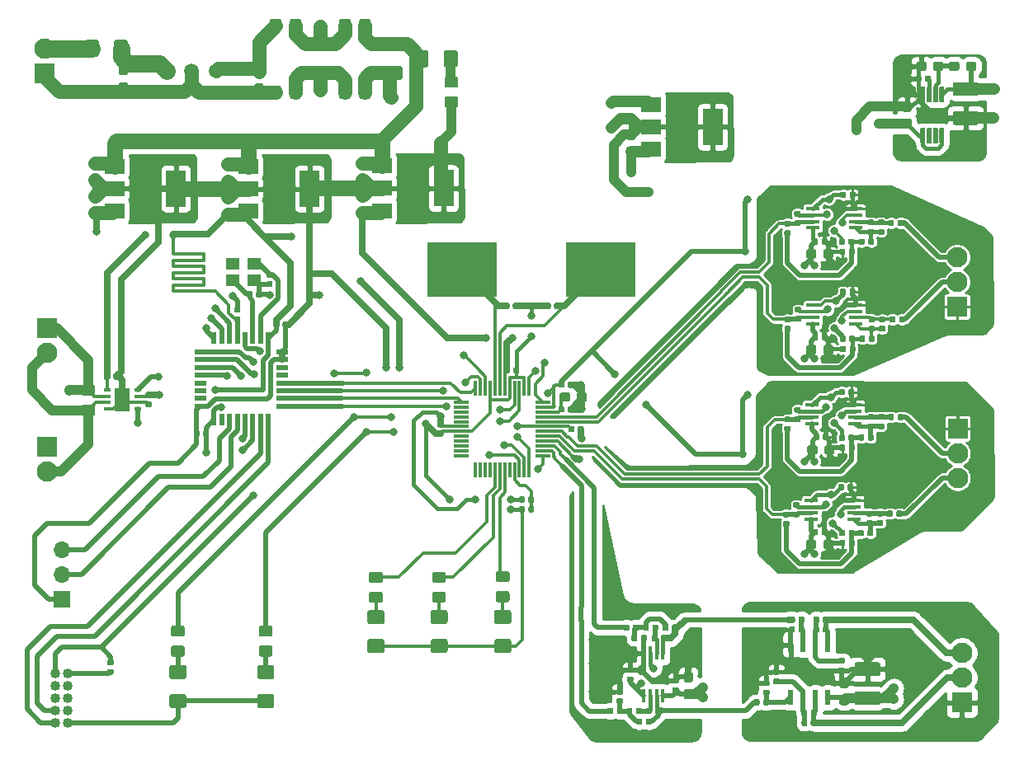
<source format=gtl>
%TF.GenerationSoftware,KiCad,Pcbnew,5.1.5-52549c5~84~ubuntu18.04.1*%
%TF.CreationDate,2020-02-19T21:11:28+00:00*%
%TF.ProjectId,scot-resolver,73636f74-2d72-4657-936f-6c7665722e6b,rev?*%
%TF.SameCoordinates,Original*%
%TF.FileFunction,Copper,L1,Top*%
%TF.FilePolarity,Positive*%
%FSLAX46Y46*%
G04 Gerber Fmt 4.6, Leading zero omitted, Abs format (unit mm)*
G04 Created by KiCad (PCBNEW 5.1.5-52549c5~84~ubuntu18.04.1) date 2020-02-19 21:11:28*
%MOMM*%
%LPD*%
G04 APERTURE LIST*
%ADD10R,7.175000X5.600000*%
%ADD11R,1.400000X1.200000*%
%ADD12R,2.000000X1.500000*%
%ADD13R,2.000000X3.800000*%
%ADD14C,0.100000*%
%ADD15C,1.016000*%
%ADD16O,1.700000X1.700000*%
%ADD17R,1.700000X1.700000*%
%ADD18C,2.100000*%
%ADD19R,2.100000X2.100000*%
%ADD20R,1.500000X0.300000*%
%ADD21R,0.300000X1.500000*%
%ADD22R,1.200000X0.500000*%
%ADD23R,0.500000X1.200000*%
%ADD24R,1.550000X2.400000*%
%ADD25R,0.650000X0.350000*%
%ADD26R,1.450000X0.450000*%
%ADD27C,1.500000*%
%ADD28R,0.600000X1.550000*%
%ADD29R,0.450000X1.450000*%
%ADD30C,0.800000*%
%ADD31C,0.500000*%
%ADD32C,0.400000*%
%ADD33C,1.400000*%
%ADD34C,1.200000*%
%ADD35C,0.700000*%
%ADD36C,0.300000*%
%ADD37C,1.000000*%
%ADD38C,0.350000*%
%ADD39C,1.800000*%
%ADD40C,1.600000*%
%ADD41C,0.254000*%
G04 APERTURE END LIST*
D10*
X142951200Y-80619600D03*
X128776200Y-80619600D03*
D11*
X105191200Y-80011800D03*
X107391200Y-80011800D03*
X107391200Y-81711800D03*
X105191200Y-81711800D03*
D12*
X106781200Y-69988400D03*
X106781200Y-74588400D03*
X106781200Y-72288400D03*
D13*
X113081200Y-72288400D03*
D12*
X93064800Y-69963000D03*
X93064800Y-74563000D03*
X93064800Y-72263000D03*
D13*
X99364800Y-72263000D03*
D12*
X120531500Y-69928800D03*
X120531500Y-74528800D03*
X120531500Y-72228800D03*
D13*
X126831500Y-72228800D03*
%TA.AperFunction,SMDPad,CuDef*%
D14*
G36*
X178099452Y-66019802D02*
G01*
X178111586Y-66021602D01*
X178123486Y-66024582D01*
X178135035Y-66028715D01*
X178146125Y-66033960D01*
X178156646Y-66040266D01*
X178166499Y-66047574D01*
X178175588Y-66055812D01*
X178183826Y-66064901D01*
X178191134Y-66074754D01*
X178197440Y-66085275D01*
X178202685Y-66096365D01*
X178206818Y-66107914D01*
X178209798Y-66119814D01*
X178211598Y-66131948D01*
X178212200Y-66144200D01*
X178212200Y-67519200D01*
X178211598Y-67531452D01*
X178209798Y-67543586D01*
X178206818Y-67555486D01*
X178202685Y-67567035D01*
X178197440Y-67578125D01*
X178191134Y-67588646D01*
X178183826Y-67598499D01*
X178175588Y-67607588D01*
X178166499Y-67615826D01*
X178156646Y-67623134D01*
X178146125Y-67629440D01*
X178135035Y-67634685D01*
X178123486Y-67638818D01*
X178111586Y-67641798D01*
X178099452Y-67643598D01*
X178087200Y-67644200D01*
X177837200Y-67644200D01*
X177824948Y-67643598D01*
X177812814Y-67641798D01*
X177800914Y-67638818D01*
X177789365Y-67634685D01*
X177778275Y-67629440D01*
X177767754Y-67623134D01*
X177757901Y-67615826D01*
X177748812Y-67607588D01*
X177740574Y-67598499D01*
X177733266Y-67588646D01*
X177726960Y-67578125D01*
X177721715Y-67567035D01*
X177717582Y-67555486D01*
X177714602Y-67543586D01*
X177712802Y-67531452D01*
X177712200Y-67519200D01*
X177712200Y-66144200D01*
X177712802Y-66131948D01*
X177714602Y-66119814D01*
X177717582Y-66107914D01*
X177721715Y-66096365D01*
X177726960Y-66085275D01*
X177733266Y-66074754D01*
X177740574Y-66064901D01*
X177748812Y-66055812D01*
X177757901Y-66047574D01*
X177767754Y-66040266D01*
X177778275Y-66033960D01*
X177789365Y-66028715D01*
X177800914Y-66024582D01*
X177812814Y-66021602D01*
X177824948Y-66019802D01*
X177837200Y-66019200D01*
X178087200Y-66019200D01*
X178099452Y-66019802D01*
G37*
%TD.AperFunction*%
%TA.AperFunction,SMDPad,CuDef*%
G36*
X177449452Y-66019802D02*
G01*
X177461586Y-66021602D01*
X177473486Y-66024582D01*
X177485035Y-66028715D01*
X177496125Y-66033960D01*
X177506646Y-66040266D01*
X177516499Y-66047574D01*
X177525588Y-66055812D01*
X177533826Y-66064901D01*
X177541134Y-66074754D01*
X177547440Y-66085275D01*
X177552685Y-66096365D01*
X177556818Y-66107914D01*
X177559798Y-66119814D01*
X177561598Y-66131948D01*
X177562200Y-66144200D01*
X177562200Y-67519200D01*
X177561598Y-67531452D01*
X177559798Y-67543586D01*
X177556818Y-67555486D01*
X177552685Y-67567035D01*
X177547440Y-67578125D01*
X177541134Y-67588646D01*
X177533826Y-67598499D01*
X177525588Y-67607588D01*
X177516499Y-67615826D01*
X177506646Y-67623134D01*
X177496125Y-67629440D01*
X177485035Y-67634685D01*
X177473486Y-67638818D01*
X177461586Y-67641798D01*
X177449452Y-67643598D01*
X177437200Y-67644200D01*
X177187200Y-67644200D01*
X177174948Y-67643598D01*
X177162814Y-67641798D01*
X177150914Y-67638818D01*
X177139365Y-67634685D01*
X177128275Y-67629440D01*
X177117754Y-67623134D01*
X177107901Y-67615826D01*
X177098812Y-67607588D01*
X177090574Y-67598499D01*
X177083266Y-67588646D01*
X177076960Y-67578125D01*
X177071715Y-67567035D01*
X177067582Y-67555486D01*
X177064602Y-67543586D01*
X177062802Y-67531452D01*
X177062200Y-67519200D01*
X177062200Y-66144200D01*
X177062802Y-66131948D01*
X177064602Y-66119814D01*
X177067582Y-66107914D01*
X177071715Y-66096365D01*
X177076960Y-66085275D01*
X177083266Y-66074754D01*
X177090574Y-66064901D01*
X177098812Y-66055812D01*
X177107901Y-66047574D01*
X177117754Y-66040266D01*
X177128275Y-66033960D01*
X177139365Y-66028715D01*
X177150914Y-66024582D01*
X177162814Y-66021602D01*
X177174948Y-66019802D01*
X177187200Y-66019200D01*
X177437200Y-66019200D01*
X177449452Y-66019802D01*
G37*
%TD.AperFunction*%
%TA.AperFunction,SMDPad,CuDef*%
G36*
X176799452Y-66019802D02*
G01*
X176811586Y-66021602D01*
X176823486Y-66024582D01*
X176835035Y-66028715D01*
X176846125Y-66033960D01*
X176856646Y-66040266D01*
X176866499Y-66047574D01*
X176875588Y-66055812D01*
X176883826Y-66064901D01*
X176891134Y-66074754D01*
X176897440Y-66085275D01*
X176902685Y-66096365D01*
X176906818Y-66107914D01*
X176909798Y-66119814D01*
X176911598Y-66131948D01*
X176912200Y-66144200D01*
X176912200Y-67519200D01*
X176911598Y-67531452D01*
X176909798Y-67543586D01*
X176906818Y-67555486D01*
X176902685Y-67567035D01*
X176897440Y-67578125D01*
X176891134Y-67588646D01*
X176883826Y-67598499D01*
X176875588Y-67607588D01*
X176866499Y-67615826D01*
X176856646Y-67623134D01*
X176846125Y-67629440D01*
X176835035Y-67634685D01*
X176823486Y-67638818D01*
X176811586Y-67641798D01*
X176799452Y-67643598D01*
X176787200Y-67644200D01*
X176537200Y-67644200D01*
X176524948Y-67643598D01*
X176512814Y-67641798D01*
X176500914Y-67638818D01*
X176489365Y-67634685D01*
X176478275Y-67629440D01*
X176467754Y-67623134D01*
X176457901Y-67615826D01*
X176448812Y-67607588D01*
X176440574Y-67598499D01*
X176433266Y-67588646D01*
X176426960Y-67578125D01*
X176421715Y-67567035D01*
X176417582Y-67555486D01*
X176414602Y-67543586D01*
X176412802Y-67531452D01*
X176412200Y-67519200D01*
X176412200Y-66144200D01*
X176412802Y-66131948D01*
X176414602Y-66119814D01*
X176417582Y-66107914D01*
X176421715Y-66096365D01*
X176426960Y-66085275D01*
X176433266Y-66074754D01*
X176440574Y-66064901D01*
X176448812Y-66055812D01*
X176457901Y-66047574D01*
X176467754Y-66040266D01*
X176478275Y-66033960D01*
X176489365Y-66028715D01*
X176500914Y-66024582D01*
X176512814Y-66021602D01*
X176524948Y-66019802D01*
X176537200Y-66019200D01*
X176787200Y-66019200D01*
X176799452Y-66019802D01*
G37*
%TD.AperFunction*%
%TA.AperFunction,SMDPad,CuDef*%
G36*
X176149452Y-66019802D02*
G01*
X176161586Y-66021602D01*
X176173486Y-66024582D01*
X176185035Y-66028715D01*
X176196125Y-66033960D01*
X176206646Y-66040266D01*
X176216499Y-66047574D01*
X176225588Y-66055812D01*
X176233826Y-66064901D01*
X176241134Y-66074754D01*
X176247440Y-66085275D01*
X176252685Y-66096365D01*
X176256818Y-66107914D01*
X176259798Y-66119814D01*
X176261598Y-66131948D01*
X176262200Y-66144200D01*
X176262200Y-67519200D01*
X176261598Y-67531452D01*
X176259798Y-67543586D01*
X176256818Y-67555486D01*
X176252685Y-67567035D01*
X176247440Y-67578125D01*
X176241134Y-67588646D01*
X176233826Y-67598499D01*
X176225588Y-67607588D01*
X176216499Y-67615826D01*
X176206646Y-67623134D01*
X176196125Y-67629440D01*
X176185035Y-67634685D01*
X176173486Y-67638818D01*
X176161586Y-67641798D01*
X176149452Y-67643598D01*
X176137200Y-67644200D01*
X175887200Y-67644200D01*
X175874948Y-67643598D01*
X175862814Y-67641798D01*
X175850914Y-67638818D01*
X175839365Y-67634685D01*
X175828275Y-67629440D01*
X175817754Y-67623134D01*
X175807901Y-67615826D01*
X175798812Y-67607588D01*
X175790574Y-67598499D01*
X175783266Y-67588646D01*
X175776960Y-67578125D01*
X175771715Y-67567035D01*
X175767582Y-67555486D01*
X175764602Y-67543586D01*
X175762802Y-67531452D01*
X175762200Y-67519200D01*
X175762200Y-66144200D01*
X175762802Y-66131948D01*
X175764602Y-66119814D01*
X175767582Y-66107914D01*
X175771715Y-66096365D01*
X175776960Y-66085275D01*
X175783266Y-66074754D01*
X175790574Y-66064901D01*
X175798812Y-66055812D01*
X175807901Y-66047574D01*
X175817754Y-66040266D01*
X175828275Y-66033960D01*
X175839365Y-66028715D01*
X175850914Y-66024582D01*
X175862814Y-66021602D01*
X175874948Y-66019802D01*
X175887200Y-66019200D01*
X176137200Y-66019200D01*
X176149452Y-66019802D01*
G37*
%TD.AperFunction*%
%TA.AperFunction,SMDPad,CuDef*%
G36*
X176149452Y-61794802D02*
G01*
X176161586Y-61796602D01*
X176173486Y-61799582D01*
X176185035Y-61803715D01*
X176196125Y-61808960D01*
X176206646Y-61815266D01*
X176216499Y-61822574D01*
X176225588Y-61830812D01*
X176233826Y-61839901D01*
X176241134Y-61849754D01*
X176247440Y-61860275D01*
X176252685Y-61871365D01*
X176256818Y-61882914D01*
X176259798Y-61894814D01*
X176261598Y-61906948D01*
X176262200Y-61919200D01*
X176262200Y-63294200D01*
X176261598Y-63306452D01*
X176259798Y-63318586D01*
X176256818Y-63330486D01*
X176252685Y-63342035D01*
X176247440Y-63353125D01*
X176241134Y-63363646D01*
X176233826Y-63373499D01*
X176225588Y-63382588D01*
X176216499Y-63390826D01*
X176206646Y-63398134D01*
X176196125Y-63404440D01*
X176185035Y-63409685D01*
X176173486Y-63413818D01*
X176161586Y-63416798D01*
X176149452Y-63418598D01*
X176137200Y-63419200D01*
X175887200Y-63419200D01*
X175874948Y-63418598D01*
X175862814Y-63416798D01*
X175850914Y-63413818D01*
X175839365Y-63409685D01*
X175828275Y-63404440D01*
X175817754Y-63398134D01*
X175807901Y-63390826D01*
X175798812Y-63382588D01*
X175790574Y-63373499D01*
X175783266Y-63363646D01*
X175776960Y-63353125D01*
X175771715Y-63342035D01*
X175767582Y-63330486D01*
X175764602Y-63318586D01*
X175762802Y-63306452D01*
X175762200Y-63294200D01*
X175762200Y-61919200D01*
X175762802Y-61906948D01*
X175764602Y-61894814D01*
X175767582Y-61882914D01*
X175771715Y-61871365D01*
X175776960Y-61860275D01*
X175783266Y-61849754D01*
X175790574Y-61839901D01*
X175798812Y-61830812D01*
X175807901Y-61822574D01*
X175817754Y-61815266D01*
X175828275Y-61808960D01*
X175839365Y-61803715D01*
X175850914Y-61799582D01*
X175862814Y-61796602D01*
X175874948Y-61794802D01*
X175887200Y-61794200D01*
X176137200Y-61794200D01*
X176149452Y-61794802D01*
G37*
%TD.AperFunction*%
%TA.AperFunction,SMDPad,CuDef*%
G36*
X176799452Y-61794802D02*
G01*
X176811586Y-61796602D01*
X176823486Y-61799582D01*
X176835035Y-61803715D01*
X176846125Y-61808960D01*
X176856646Y-61815266D01*
X176866499Y-61822574D01*
X176875588Y-61830812D01*
X176883826Y-61839901D01*
X176891134Y-61849754D01*
X176897440Y-61860275D01*
X176902685Y-61871365D01*
X176906818Y-61882914D01*
X176909798Y-61894814D01*
X176911598Y-61906948D01*
X176912200Y-61919200D01*
X176912200Y-63294200D01*
X176911598Y-63306452D01*
X176909798Y-63318586D01*
X176906818Y-63330486D01*
X176902685Y-63342035D01*
X176897440Y-63353125D01*
X176891134Y-63363646D01*
X176883826Y-63373499D01*
X176875588Y-63382588D01*
X176866499Y-63390826D01*
X176856646Y-63398134D01*
X176846125Y-63404440D01*
X176835035Y-63409685D01*
X176823486Y-63413818D01*
X176811586Y-63416798D01*
X176799452Y-63418598D01*
X176787200Y-63419200D01*
X176537200Y-63419200D01*
X176524948Y-63418598D01*
X176512814Y-63416798D01*
X176500914Y-63413818D01*
X176489365Y-63409685D01*
X176478275Y-63404440D01*
X176467754Y-63398134D01*
X176457901Y-63390826D01*
X176448812Y-63382588D01*
X176440574Y-63373499D01*
X176433266Y-63363646D01*
X176426960Y-63353125D01*
X176421715Y-63342035D01*
X176417582Y-63330486D01*
X176414602Y-63318586D01*
X176412802Y-63306452D01*
X176412200Y-63294200D01*
X176412200Y-61919200D01*
X176412802Y-61906948D01*
X176414602Y-61894814D01*
X176417582Y-61882914D01*
X176421715Y-61871365D01*
X176426960Y-61860275D01*
X176433266Y-61849754D01*
X176440574Y-61839901D01*
X176448812Y-61830812D01*
X176457901Y-61822574D01*
X176467754Y-61815266D01*
X176478275Y-61808960D01*
X176489365Y-61803715D01*
X176500914Y-61799582D01*
X176512814Y-61796602D01*
X176524948Y-61794802D01*
X176537200Y-61794200D01*
X176787200Y-61794200D01*
X176799452Y-61794802D01*
G37*
%TD.AperFunction*%
%TA.AperFunction,SMDPad,CuDef*%
G36*
X177449452Y-61794802D02*
G01*
X177461586Y-61796602D01*
X177473486Y-61799582D01*
X177485035Y-61803715D01*
X177496125Y-61808960D01*
X177506646Y-61815266D01*
X177516499Y-61822574D01*
X177525588Y-61830812D01*
X177533826Y-61839901D01*
X177541134Y-61849754D01*
X177547440Y-61860275D01*
X177552685Y-61871365D01*
X177556818Y-61882914D01*
X177559798Y-61894814D01*
X177561598Y-61906948D01*
X177562200Y-61919200D01*
X177562200Y-63294200D01*
X177561598Y-63306452D01*
X177559798Y-63318586D01*
X177556818Y-63330486D01*
X177552685Y-63342035D01*
X177547440Y-63353125D01*
X177541134Y-63363646D01*
X177533826Y-63373499D01*
X177525588Y-63382588D01*
X177516499Y-63390826D01*
X177506646Y-63398134D01*
X177496125Y-63404440D01*
X177485035Y-63409685D01*
X177473486Y-63413818D01*
X177461586Y-63416798D01*
X177449452Y-63418598D01*
X177437200Y-63419200D01*
X177187200Y-63419200D01*
X177174948Y-63418598D01*
X177162814Y-63416798D01*
X177150914Y-63413818D01*
X177139365Y-63409685D01*
X177128275Y-63404440D01*
X177117754Y-63398134D01*
X177107901Y-63390826D01*
X177098812Y-63382588D01*
X177090574Y-63373499D01*
X177083266Y-63363646D01*
X177076960Y-63353125D01*
X177071715Y-63342035D01*
X177067582Y-63330486D01*
X177064602Y-63318586D01*
X177062802Y-63306452D01*
X177062200Y-63294200D01*
X177062200Y-61919200D01*
X177062802Y-61906948D01*
X177064602Y-61894814D01*
X177067582Y-61882914D01*
X177071715Y-61871365D01*
X177076960Y-61860275D01*
X177083266Y-61849754D01*
X177090574Y-61839901D01*
X177098812Y-61830812D01*
X177107901Y-61822574D01*
X177117754Y-61815266D01*
X177128275Y-61808960D01*
X177139365Y-61803715D01*
X177150914Y-61799582D01*
X177162814Y-61796602D01*
X177174948Y-61794802D01*
X177187200Y-61794200D01*
X177437200Y-61794200D01*
X177449452Y-61794802D01*
G37*
%TD.AperFunction*%
%TA.AperFunction,SMDPad,CuDef*%
G36*
X178099452Y-61794802D02*
G01*
X178111586Y-61796602D01*
X178123486Y-61799582D01*
X178135035Y-61803715D01*
X178146125Y-61808960D01*
X178156646Y-61815266D01*
X178166499Y-61822574D01*
X178175588Y-61830812D01*
X178183826Y-61839901D01*
X178191134Y-61849754D01*
X178197440Y-61860275D01*
X178202685Y-61871365D01*
X178206818Y-61882914D01*
X178209798Y-61894814D01*
X178211598Y-61906948D01*
X178212200Y-61919200D01*
X178212200Y-63294200D01*
X178211598Y-63306452D01*
X178209798Y-63318586D01*
X178206818Y-63330486D01*
X178202685Y-63342035D01*
X178197440Y-63353125D01*
X178191134Y-63363646D01*
X178183826Y-63373499D01*
X178175588Y-63382588D01*
X178166499Y-63390826D01*
X178156646Y-63398134D01*
X178146125Y-63404440D01*
X178135035Y-63409685D01*
X178123486Y-63413818D01*
X178111586Y-63416798D01*
X178099452Y-63418598D01*
X178087200Y-63419200D01*
X177837200Y-63419200D01*
X177824948Y-63418598D01*
X177812814Y-63416798D01*
X177800914Y-63413818D01*
X177789365Y-63409685D01*
X177778275Y-63404440D01*
X177767754Y-63398134D01*
X177757901Y-63390826D01*
X177748812Y-63382588D01*
X177740574Y-63373499D01*
X177733266Y-63363646D01*
X177726960Y-63353125D01*
X177721715Y-63342035D01*
X177717582Y-63330486D01*
X177714602Y-63318586D01*
X177712802Y-63306452D01*
X177712200Y-63294200D01*
X177712200Y-61919200D01*
X177712802Y-61906948D01*
X177714602Y-61894814D01*
X177717582Y-61882914D01*
X177721715Y-61871365D01*
X177726960Y-61860275D01*
X177733266Y-61849754D01*
X177740574Y-61839901D01*
X177748812Y-61830812D01*
X177757901Y-61822574D01*
X177767754Y-61815266D01*
X177778275Y-61808960D01*
X177789365Y-61803715D01*
X177800914Y-61799582D01*
X177812814Y-61796602D01*
X177824948Y-61794802D01*
X177837200Y-61794200D01*
X178087200Y-61794200D01*
X178099452Y-61794802D01*
G37*
%TD.AperFunction*%
D12*
X148132400Y-63625700D03*
X148132400Y-68225700D03*
X148132400Y-65925700D03*
D13*
X154432400Y-65925700D03*
%TA.AperFunction,SMDPad,CuDef*%
D14*
G36*
X100042505Y-117137204D02*
G01*
X100066773Y-117140804D01*
X100090572Y-117146765D01*
X100113671Y-117155030D01*
X100135850Y-117165520D01*
X100156893Y-117178132D01*
X100176599Y-117192747D01*
X100194777Y-117209223D01*
X100211253Y-117227401D01*
X100225868Y-117247107D01*
X100238480Y-117268150D01*
X100248970Y-117290329D01*
X100257235Y-117313428D01*
X100263196Y-117337227D01*
X100266796Y-117361495D01*
X100268000Y-117385999D01*
X100268000Y-118036001D01*
X100266796Y-118060505D01*
X100263196Y-118084773D01*
X100257235Y-118108572D01*
X100248970Y-118131671D01*
X100238480Y-118153850D01*
X100225868Y-118174893D01*
X100211253Y-118194599D01*
X100194777Y-118212777D01*
X100176599Y-118229253D01*
X100156893Y-118243868D01*
X100135850Y-118256480D01*
X100113671Y-118266970D01*
X100090572Y-118275235D01*
X100066773Y-118281196D01*
X100042505Y-118284796D01*
X100018001Y-118286000D01*
X99117999Y-118286000D01*
X99093495Y-118284796D01*
X99069227Y-118281196D01*
X99045428Y-118275235D01*
X99022329Y-118266970D01*
X99000150Y-118256480D01*
X98979107Y-118243868D01*
X98959401Y-118229253D01*
X98941223Y-118212777D01*
X98924747Y-118194599D01*
X98910132Y-118174893D01*
X98897520Y-118153850D01*
X98887030Y-118131671D01*
X98878765Y-118108572D01*
X98872804Y-118084773D01*
X98869204Y-118060505D01*
X98868000Y-118036001D01*
X98868000Y-117385999D01*
X98869204Y-117361495D01*
X98872804Y-117337227D01*
X98878765Y-117313428D01*
X98887030Y-117290329D01*
X98897520Y-117268150D01*
X98910132Y-117247107D01*
X98924747Y-117227401D01*
X98941223Y-117209223D01*
X98959401Y-117192747D01*
X98979107Y-117178132D01*
X99000150Y-117165520D01*
X99022329Y-117155030D01*
X99045428Y-117146765D01*
X99069227Y-117140804D01*
X99093495Y-117137204D01*
X99117999Y-117136000D01*
X100018001Y-117136000D01*
X100042505Y-117137204D01*
G37*
%TD.AperFunction*%
%TA.AperFunction,SMDPad,CuDef*%
G36*
X100042505Y-119187204D02*
G01*
X100066773Y-119190804D01*
X100090572Y-119196765D01*
X100113671Y-119205030D01*
X100135850Y-119215520D01*
X100156893Y-119228132D01*
X100176599Y-119242747D01*
X100194777Y-119259223D01*
X100211253Y-119277401D01*
X100225868Y-119297107D01*
X100238480Y-119318150D01*
X100248970Y-119340329D01*
X100257235Y-119363428D01*
X100263196Y-119387227D01*
X100266796Y-119411495D01*
X100268000Y-119435999D01*
X100268000Y-120086001D01*
X100266796Y-120110505D01*
X100263196Y-120134773D01*
X100257235Y-120158572D01*
X100248970Y-120181671D01*
X100238480Y-120203850D01*
X100225868Y-120224893D01*
X100211253Y-120244599D01*
X100194777Y-120262777D01*
X100176599Y-120279253D01*
X100156893Y-120293868D01*
X100135850Y-120306480D01*
X100113671Y-120316970D01*
X100090572Y-120325235D01*
X100066773Y-120331196D01*
X100042505Y-120334796D01*
X100018001Y-120336000D01*
X99117999Y-120336000D01*
X99093495Y-120334796D01*
X99069227Y-120331196D01*
X99045428Y-120325235D01*
X99022329Y-120316970D01*
X99000150Y-120306480D01*
X98979107Y-120293868D01*
X98959401Y-120279253D01*
X98941223Y-120262777D01*
X98924747Y-120244599D01*
X98910132Y-120224893D01*
X98897520Y-120203850D01*
X98887030Y-120181671D01*
X98878765Y-120158572D01*
X98872804Y-120134773D01*
X98869204Y-120110505D01*
X98868000Y-120086001D01*
X98868000Y-119435999D01*
X98869204Y-119411495D01*
X98872804Y-119387227D01*
X98878765Y-119363428D01*
X98887030Y-119340329D01*
X98897520Y-119318150D01*
X98910132Y-119297107D01*
X98924747Y-119277401D01*
X98941223Y-119259223D01*
X98959401Y-119242747D01*
X98979107Y-119228132D01*
X99000150Y-119215520D01*
X99022329Y-119205030D01*
X99045428Y-119196765D01*
X99069227Y-119190804D01*
X99093495Y-119187204D01*
X99117999Y-119186000D01*
X100018001Y-119186000D01*
X100042505Y-119187204D01*
G37*
%TD.AperFunction*%
%TA.AperFunction,SMDPad,CuDef*%
G36*
X109059505Y-117137204D02*
G01*
X109083773Y-117140804D01*
X109107572Y-117146765D01*
X109130671Y-117155030D01*
X109152850Y-117165520D01*
X109173893Y-117178132D01*
X109193599Y-117192747D01*
X109211777Y-117209223D01*
X109228253Y-117227401D01*
X109242868Y-117247107D01*
X109255480Y-117268150D01*
X109265970Y-117290329D01*
X109274235Y-117313428D01*
X109280196Y-117337227D01*
X109283796Y-117361495D01*
X109285000Y-117385999D01*
X109285000Y-118036001D01*
X109283796Y-118060505D01*
X109280196Y-118084773D01*
X109274235Y-118108572D01*
X109265970Y-118131671D01*
X109255480Y-118153850D01*
X109242868Y-118174893D01*
X109228253Y-118194599D01*
X109211777Y-118212777D01*
X109193599Y-118229253D01*
X109173893Y-118243868D01*
X109152850Y-118256480D01*
X109130671Y-118266970D01*
X109107572Y-118275235D01*
X109083773Y-118281196D01*
X109059505Y-118284796D01*
X109035001Y-118286000D01*
X108134999Y-118286000D01*
X108110495Y-118284796D01*
X108086227Y-118281196D01*
X108062428Y-118275235D01*
X108039329Y-118266970D01*
X108017150Y-118256480D01*
X107996107Y-118243868D01*
X107976401Y-118229253D01*
X107958223Y-118212777D01*
X107941747Y-118194599D01*
X107927132Y-118174893D01*
X107914520Y-118153850D01*
X107904030Y-118131671D01*
X107895765Y-118108572D01*
X107889804Y-118084773D01*
X107886204Y-118060505D01*
X107885000Y-118036001D01*
X107885000Y-117385999D01*
X107886204Y-117361495D01*
X107889804Y-117337227D01*
X107895765Y-117313428D01*
X107904030Y-117290329D01*
X107914520Y-117268150D01*
X107927132Y-117247107D01*
X107941747Y-117227401D01*
X107958223Y-117209223D01*
X107976401Y-117192747D01*
X107996107Y-117178132D01*
X108017150Y-117165520D01*
X108039329Y-117155030D01*
X108062428Y-117146765D01*
X108086227Y-117140804D01*
X108110495Y-117137204D01*
X108134999Y-117136000D01*
X109035001Y-117136000D01*
X109059505Y-117137204D01*
G37*
%TD.AperFunction*%
%TA.AperFunction,SMDPad,CuDef*%
G36*
X109059505Y-119187204D02*
G01*
X109083773Y-119190804D01*
X109107572Y-119196765D01*
X109130671Y-119205030D01*
X109152850Y-119215520D01*
X109173893Y-119228132D01*
X109193599Y-119242747D01*
X109211777Y-119259223D01*
X109228253Y-119277401D01*
X109242868Y-119297107D01*
X109255480Y-119318150D01*
X109265970Y-119340329D01*
X109274235Y-119363428D01*
X109280196Y-119387227D01*
X109283796Y-119411495D01*
X109285000Y-119435999D01*
X109285000Y-120086001D01*
X109283796Y-120110505D01*
X109280196Y-120134773D01*
X109274235Y-120158572D01*
X109265970Y-120181671D01*
X109255480Y-120203850D01*
X109242868Y-120224893D01*
X109228253Y-120244599D01*
X109211777Y-120262777D01*
X109193599Y-120279253D01*
X109173893Y-120293868D01*
X109152850Y-120306480D01*
X109130671Y-120316970D01*
X109107572Y-120325235D01*
X109083773Y-120331196D01*
X109059505Y-120334796D01*
X109035001Y-120336000D01*
X108134999Y-120336000D01*
X108110495Y-120334796D01*
X108086227Y-120331196D01*
X108062428Y-120325235D01*
X108039329Y-120316970D01*
X108017150Y-120306480D01*
X107996107Y-120293868D01*
X107976401Y-120279253D01*
X107958223Y-120262777D01*
X107941747Y-120244599D01*
X107927132Y-120224893D01*
X107914520Y-120203850D01*
X107904030Y-120181671D01*
X107895765Y-120158572D01*
X107889804Y-120134773D01*
X107886204Y-120110505D01*
X107885000Y-120086001D01*
X107885000Y-119435999D01*
X107886204Y-119411495D01*
X107889804Y-119387227D01*
X107895765Y-119363428D01*
X107904030Y-119340329D01*
X107914520Y-119318150D01*
X107927132Y-119297107D01*
X107941747Y-119277401D01*
X107958223Y-119259223D01*
X107976401Y-119242747D01*
X107996107Y-119228132D01*
X108017150Y-119215520D01*
X108039329Y-119205030D01*
X108062428Y-119196765D01*
X108086227Y-119190804D01*
X108110495Y-119187204D01*
X108134999Y-119186000D01*
X109035001Y-119186000D01*
X109059505Y-119187204D01*
G37*
%TD.AperFunction*%
%TA.AperFunction,SMDPad,CuDef*%
G36*
X126839505Y-113662704D02*
G01*
X126863773Y-113666304D01*
X126887572Y-113672265D01*
X126910671Y-113680530D01*
X126932850Y-113691020D01*
X126953893Y-113703632D01*
X126973599Y-113718247D01*
X126991777Y-113734723D01*
X127008253Y-113752901D01*
X127022868Y-113772607D01*
X127035480Y-113793650D01*
X127045970Y-113815829D01*
X127054235Y-113838928D01*
X127060196Y-113862727D01*
X127063796Y-113886995D01*
X127065000Y-113911499D01*
X127065000Y-114561501D01*
X127063796Y-114586005D01*
X127060196Y-114610273D01*
X127054235Y-114634072D01*
X127045970Y-114657171D01*
X127035480Y-114679350D01*
X127022868Y-114700393D01*
X127008253Y-114720099D01*
X126991777Y-114738277D01*
X126973599Y-114754753D01*
X126953893Y-114769368D01*
X126932850Y-114781980D01*
X126910671Y-114792470D01*
X126887572Y-114800735D01*
X126863773Y-114806696D01*
X126839505Y-114810296D01*
X126815001Y-114811500D01*
X125914999Y-114811500D01*
X125890495Y-114810296D01*
X125866227Y-114806696D01*
X125842428Y-114800735D01*
X125819329Y-114792470D01*
X125797150Y-114781980D01*
X125776107Y-114769368D01*
X125756401Y-114754753D01*
X125738223Y-114738277D01*
X125721747Y-114720099D01*
X125707132Y-114700393D01*
X125694520Y-114679350D01*
X125684030Y-114657171D01*
X125675765Y-114634072D01*
X125669804Y-114610273D01*
X125666204Y-114586005D01*
X125665000Y-114561501D01*
X125665000Y-113911499D01*
X125666204Y-113886995D01*
X125669804Y-113862727D01*
X125675765Y-113838928D01*
X125684030Y-113815829D01*
X125694520Y-113793650D01*
X125707132Y-113772607D01*
X125721747Y-113752901D01*
X125738223Y-113734723D01*
X125756401Y-113718247D01*
X125776107Y-113703632D01*
X125797150Y-113691020D01*
X125819329Y-113680530D01*
X125842428Y-113672265D01*
X125866227Y-113666304D01*
X125890495Y-113662704D01*
X125914999Y-113661500D01*
X126815001Y-113661500D01*
X126839505Y-113662704D01*
G37*
%TD.AperFunction*%
%TA.AperFunction,SMDPad,CuDef*%
G36*
X126839505Y-111612704D02*
G01*
X126863773Y-111616304D01*
X126887572Y-111622265D01*
X126910671Y-111630530D01*
X126932850Y-111641020D01*
X126953893Y-111653632D01*
X126973599Y-111668247D01*
X126991777Y-111684723D01*
X127008253Y-111702901D01*
X127022868Y-111722607D01*
X127035480Y-111743650D01*
X127045970Y-111765829D01*
X127054235Y-111788928D01*
X127060196Y-111812727D01*
X127063796Y-111836995D01*
X127065000Y-111861499D01*
X127065000Y-112511501D01*
X127063796Y-112536005D01*
X127060196Y-112560273D01*
X127054235Y-112584072D01*
X127045970Y-112607171D01*
X127035480Y-112629350D01*
X127022868Y-112650393D01*
X127008253Y-112670099D01*
X126991777Y-112688277D01*
X126973599Y-112704753D01*
X126953893Y-112719368D01*
X126932850Y-112731980D01*
X126910671Y-112742470D01*
X126887572Y-112750735D01*
X126863773Y-112756696D01*
X126839505Y-112760296D01*
X126815001Y-112761500D01*
X125914999Y-112761500D01*
X125890495Y-112760296D01*
X125866227Y-112756696D01*
X125842428Y-112750735D01*
X125819329Y-112742470D01*
X125797150Y-112731980D01*
X125776107Y-112719368D01*
X125756401Y-112704753D01*
X125738223Y-112688277D01*
X125721747Y-112670099D01*
X125707132Y-112650393D01*
X125694520Y-112629350D01*
X125684030Y-112607171D01*
X125675765Y-112584072D01*
X125669804Y-112560273D01*
X125666204Y-112536005D01*
X125665000Y-112511501D01*
X125665000Y-111861499D01*
X125666204Y-111836995D01*
X125669804Y-111812727D01*
X125675765Y-111788928D01*
X125684030Y-111765829D01*
X125694520Y-111743650D01*
X125707132Y-111722607D01*
X125721747Y-111702901D01*
X125738223Y-111684723D01*
X125756401Y-111668247D01*
X125776107Y-111653632D01*
X125797150Y-111641020D01*
X125819329Y-111630530D01*
X125842428Y-111622265D01*
X125866227Y-111616304D01*
X125890495Y-111612704D01*
X125914999Y-111611500D01*
X126815001Y-111611500D01*
X126839505Y-111612704D01*
G37*
%TD.AperFunction*%
%TA.AperFunction,SMDPad,CuDef*%
G36*
X135993258Y-103884210D02*
G01*
X136007576Y-103886334D01*
X136021617Y-103889851D01*
X136035246Y-103894728D01*
X136048331Y-103900917D01*
X136060747Y-103908358D01*
X136072373Y-103916981D01*
X136083098Y-103926702D01*
X136092819Y-103937427D01*
X136101442Y-103949053D01*
X136108883Y-103961469D01*
X136115072Y-103974554D01*
X136119949Y-103988183D01*
X136123466Y-104002224D01*
X136125590Y-104016542D01*
X136126300Y-104031000D01*
X136126300Y-104376000D01*
X136125590Y-104390458D01*
X136123466Y-104404776D01*
X136119949Y-104418817D01*
X136115072Y-104432446D01*
X136108883Y-104445531D01*
X136101442Y-104457947D01*
X136092819Y-104469573D01*
X136083098Y-104480298D01*
X136072373Y-104490019D01*
X136060747Y-104498642D01*
X136048331Y-104506083D01*
X136035246Y-104512272D01*
X136021617Y-104517149D01*
X136007576Y-104520666D01*
X135993258Y-104522790D01*
X135978800Y-104523500D01*
X135683800Y-104523500D01*
X135669342Y-104522790D01*
X135655024Y-104520666D01*
X135640983Y-104517149D01*
X135627354Y-104512272D01*
X135614269Y-104506083D01*
X135601853Y-104498642D01*
X135590227Y-104490019D01*
X135579502Y-104480298D01*
X135569781Y-104469573D01*
X135561158Y-104457947D01*
X135553717Y-104445531D01*
X135547528Y-104432446D01*
X135542651Y-104418817D01*
X135539134Y-104404776D01*
X135537010Y-104390458D01*
X135536300Y-104376000D01*
X135536300Y-104031000D01*
X135537010Y-104016542D01*
X135539134Y-104002224D01*
X135542651Y-103988183D01*
X135547528Y-103974554D01*
X135553717Y-103961469D01*
X135561158Y-103949053D01*
X135569781Y-103937427D01*
X135579502Y-103926702D01*
X135590227Y-103916981D01*
X135601853Y-103908358D01*
X135614269Y-103900917D01*
X135627354Y-103894728D01*
X135640983Y-103889851D01*
X135655024Y-103886334D01*
X135669342Y-103884210D01*
X135683800Y-103883500D01*
X135978800Y-103883500D01*
X135993258Y-103884210D01*
G37*
%TD.AperFunction*%
%TA.AperFunction,SMDPad,CuDef*%
G36*
X135023258Y-103884210D02*
G01*
X135037576Y-103886334D01*
X135051617Y-103889851D01*
X135065246Y-103894728D01*
X135078331Y-103900917D01*
X135090747Y-103908358D01*
X135102373Y-103916981D01*
X135113098Y-103926702D01*
X135122819Y-103937427D01*
X135131442Y-103949053D01*
X135138883Y-103961469D01*
X135145072Y-103974554D01*
X135149949Y-103988183D01*
X135153466Y-104002224D01*
X135155590Y-104016542D01*
X135156300Y-104031000D01*
X135156300Y-104376000D01*
X135155590Y-104390458D01*
X135153466Y-104404776D01*
X135149949Y-104418817D01*
X135145072Y-104432446D01*
X135138883Y-104445531D01*
X135131442Y-104457947D01*
X135122819Y-104469573D01*
X135113098Y-104480298D01*
X135102373Y-104490019D01*
X135090747Y-104498642D01*
X135078331Y-104506083D01*
X135065246Y-104512272D01*
X135051617Y-104517149D01*
X135037576Y-104520666D01*
X135023258Y-104522790D01*
X135008800Y-104523500D01*
X134713800Y-104523500D01*
X134699342Y-104522790D01*
X134685024Y-104520666D01*
X134670983Y-104517149D01*
X134657354Y-104512272D01*
X134644269Y-104506083D01*
X134631853Y-104498642D01*
X134620227Y-104490019D01*
X134609502Y-104480298D01*
X134599781Y-104469573D01*
X134591158Y-104457947D01*
X134583717Y-104445531D01*
X134577528Y-104432446D01*
X134572651Y-104418817D01*
X134569134Y-104404776D01*
X134567010Y-104390458D01*
X134566300Y-104376000D01*
X134566300Y-104031000D01*
X134567010Y-104016542D01*
X134569134Y-104002224D01*
X134572651Y-103988183D01*
X134577528Y-103974554D01*
X134583717Y-103961469D01*
X134591158Y-103949053D01*
X134599781Y-103937427D01*
X134609502Y-103926702D01*
X134620227Y-103916981D01*
X134631853Y-103908358D01*
X134644269Y-103900917D01*
X134657354Y-103894728D01*
X134670983Y-103889851D01*
X134685024Y-103886334D01*
X134699342Y-103884210D01*
X134713800Y-103883500D01*
X135008800Y-103883500D01*
X135023258Y-103884210D01*
G37*
%TD.AperFunction*%
%TA.AperFunction,SMDPad,CuDef*%
G36*
X120362505Y-113662704D02*
G01*
X120386773Y-113666304D01*
X120410572Y-113672265D01*
X120433671Y-113680530D01*
X120455850Y-113691020D01*
X120476893Y-113703632D01*
X120496599Y-113718247D01*
X120514777Y-113734723D01*
X120531253Y-113752901D01*
X120545868Y-113772607D01*
X120558480Y-113793650D01*
X120568970Y-113815829D01*
X120577235Y-113838928D01*
X120583196Y-113862727D01*
X120586796Y-113886995D01*
X120588000Y-113911499D01*
X120588000Y-114561501D01*
X120586796Y-114586005D01*
X120583196Y-114610273D01*
X120577235Y-114634072D01*
X120568970Y-114657171D01*
X120558480Y-114679350D01*
X120545868Y-114700393D01*
X120531253Y-114720099D01*
X120514777Y-114738277D01*
X120496599Y-114754753D01*
X120476893Y-114769368D01*
X120455850Y-114781980D01*
X120433671Y-114792470D01*
X120410572Y-114800735D01*
X120386773Y-114806696D01*
X120362505Y-114810296D01*
X120338001Y-114811500D01*
X119437999Y-114811500D01*
X119413495Y-114810296D01*
X119389227Y-114806696D01*
X119365428Y-114800735D01*
X119342329Y-114792470D01*
X119320150Y-114781980D01*
X119299107Y-114769368D01*
X119279401Y-114754753D01*
X119261223Y-114738277D01*
X119244747Y-114720099D01*
X119230132Y-114700393D01*
X119217520Y-114679350D01*
X119207030Y-114657171D01*
X119198765Y-114634072D01*
X119192804Y-114610273D01*
X119189204Y-114586005D01*
X119188000Y-114561501D01*
X119188000Y-113911499D01*
X119189204Y-113886995D01*
X119192804Y-113862727D01*
X119198765Y-113838928D01*
X119207030Y-113815829D01*
X119217520Y-113793650D01*
X119230132Y-113772607D01*
X119244747Y-113752901D01*
X119261223Y-113734723D01*
X119279401Y-113718247D01*
X119299107Y-113703632D01*
X119320150Y-113691020D01*
X119342329Y-113680530D01*
X119365428Y-113672265D01*
X119389227Y-113666304D01*
X119413495Y-113662704D01*
X119437999Y-113661500D01*
X120338001Y-113661500D01*
X120362505Y-113662704D01*
G37*
%TD.AperFunction*%
%TA.AperFunction,SMDPad,CuDef*%
G36*
X120362505Y-111612704D02*
G01*
X120386773Y-111616304D01*
X120410572Y-111622265D01*
X120433671Y-111630530D01*
X120455850Y-111641020D01*
X120476893Y-111653632D01*
X120496599Y-111668247D01*
X120514777Y-111684723D01*
X120531253Y-111702901D01*
X120545868Y-111722607D01*
X120558480Y-111743650D01*
X120568970Y-111765829D01*
X120577235Y-111788928D01*
X120583196Y-111812727D01*
X120586796Y-111836995D01*
X120588000Y-111861499D01*
X120588000Y-112511501D01*
X120586796Y-112536005D01*
X120583196Y-112560273D01*
X120577235Y-112584072D01*
X120568970Y-112607171D01*
X120558480Y-112629350D01*
X120545868Y-112650393D01*
X120531253Y-112670099D01*
X120514777Y-112688277D01*
X120496599Y-112704753D01*
X120476893Y-112719368D01*
X120455850Y-112731980D01*
X120433671Y-112742470D01*
X120410572Y-112750735D01*
X120386773Y-112756696D01*
X120362505Y-112760296D01*
X120338001Y-112761500D01*
X119437999Y-112761500D01*
X119413495Y-112760296D01*
X119389227Y-112756696D01*
X119365428Y-112750735D01*
X119342329Y-112742470D01*
X119320150Y-112731980D01*
X119299107Y-112719368D01*
X119279401Y-112704753D01*
X119261223Y-112688277D01*
X119244747Y-112670099D01*
X119230132Y-112650393D01*
X119217520Y-112629350D01*
X119207030Y-112607171D01*
X119198765Y-112584072D01*
X119192804Y-112560273D01*
X119189204Y-112536005D01*
X119188000Y-112511501D01*
X119188000Y-111861499D01*
X119189204Y-111836995D01*
X119192804Y-111812727D01*
X119198765Y-111788928D01*
X119207030Y-111765829D01*
X119217520Y-111743650D01*
X119230132Y-111722607D01*
X119244747Y-111702901D01*
X119261223Y-111684723D01*
X119279401Y-111668247D01*
X119299107Y-111653632D01*
X119320150Y-111641020D01*
X119342329Y-111630530D01*
X119365428Y-111622265D01*
X119389227Y-111616304D01*
X119413495Y-111612704D01*
X119437999Y-111611500D01*
X120338001Y-111611500D01*
X120362505Y-111612704D01*
G37*
%TD.AperFunction*%
%TA.AperFunction,SMDPad,CuDef*%
G36*
X133380005Y-113599204D02*
G01*
X133404273Y-113602804D01*
X133428072Y-113608765D01*
X133451171Y-113617030D01*
X133473350Y-113627520D01*
X133494393Y-113640132D01*
X133514099Y-113654747D01*
X133532277Y-113671223D01*
X133548753Y-113689401D01*
X133563368Y-113709107D01*
X133575980Y-113730150D01*
X133586470Y-113752329D01*
X133594735Y-113775428D01*
X133600696Y-113799227D01*
X133604296Y-113823495D01*
X133605500Y-113847999D01*
X133605500Y-114498001D01*
X133604296Y-114522505D01*
X133600696Y-114546773D01*
X133594735Y-114570572D01*
X133586470Y-114593671D01*
X133575980Y-114615850D01*
X133563368Y-114636893D01*
X133548753Y-114656599D01*
X133532277Y-114674777D01*
X133514099Y-114691253D01*
X133494393Y-114705868D01*
X133473350Y-114718480D01*
X133451171Y-114728970D01*
X133428072Y-114737235D01*
X133404273Y-114743196D01*
X133380005Y-114746796D01*
X133355501Y-114748000D01*
X132455499Y-114748000D01*
X132430995Y-114746796D01*
X132406727Y-114743196D01*
X132382928Y-114737235D01*
X132359829Y-114728970D01*
X132337650Y-114718480D01*
X132316607Y-114705868D01*
X132296901Y-114691253D01*
X132278723Y-114674777D01*
X132262247Y-114656599D01*
X132247632Y-114636893D01*
X132235020Y-114615850D01*
X132224530Y-114593671D01*
X132216265Y-114570572D01*
X132210304Y-114546773D01*
X132206704Y-114522505D01*
X132205500Y-114498001D01*
X132205500Y-113847999D01*
X132206704Y-113823495D01*
X132210304Y-113799227D01*
X132216265Y-113775428D01*
X132224530Y-113752329D01*
X132235020Y-113730150D01*
X132247632Y-113709107D01*
X132262247Y-113689401D01*
X132278723Y-113671223D01*
X132296901Y-113654747D01*
X132316607Y-113640132D01*
X132337650Y-113627520D01*
X132359829Y-113617030D01*
X132382928Y-113608765D01*
X132406727Y-113602804D01*
X132430995Y-113599204D01*
X132455499Y-113598000D01*
X133355501Y-113598000D01*
X133380005Y-113599204D01*
G37*
%TD.AperFunction*%
%TA.AperFunction,SMDPad,CuDef*%
G36*
X133380005Y-111549204D02*
G01*
X133404273Y-111552804D01*
X133428072Y-111558765D01*
X133451171Y-111567030D01*
X133473350Y-111577520D01*
X133494393Y-111590132D01*
X133514099Y-111604747D01*
X133532277Y-111621223D01*
X133548753Y-111639401D01*
X133563368Y-111659107D01*
X133575980Y-111680150D01*
X133586470Y-111702329D01*
X133594735Y-111725428D01*
X133600696Y-111749227D01*
X133604296Y-111773495D01*
X133605500Y-111797999D01*
X133605500Y-112448001D01*
X133604296Y-112472505D01*
X133600696Y-112496773D01*
X133594735Y-112520572D01*
X133586470Y-112543671D01*
X133575980Y-112565850D01*
X133563368Y-112586893D01*
X133548753Y-112606599D01*
X133532277Y-112624777D01*
X133514099Y-112641253D01*
X133494393Y-112655868D01*
X133473350Y-112668480D01*
X133451171Y-112678970D01*
X133428072Y-112687235D01*
X133404273Y-112693196D01*
X133380005Y-112696796D01*
X133355501Y-112698000D01*
X132455499Y-112698000D01*
X132430995Y-112696796D01*
X132406727Y-112693196D01*
X132382928Y-112687235D01*
X132359829Y-112678970D01*
X132337650Y-112668480D01*
X132316607Y-112655868D01*
X132296901Y-112641253D01*
X132278723Y-112624777D01*
X132262247Y-112606599D01*
X132247632Y-112586893D01*
X132235020Y-112565850D01*
X132224530Y-112543671D01*
X132216265Y-112520572D01*
X132210304Y-112496773D01*
X132206704Y-112472505D01*
X132205500Y-112448001D01*
X132205500Y-111797999D01*
X132206704Y-111773495D01*
X132210304Y-111749227D01*
X132216265Y-111725428D01*
X132224530Y-111702329D01*
X132235020Y-111680150D01*
X132247632Y-111659107D01*
X132262247Y-111639401D01*
X132278723Y-111621223D01*
X132296901Y-111604747D01*
X132316607Y-111590132D01*
X132337650Y-111577520D01*
X132359829Y-111567030D01*
X132382928Y-111558765D01*
X132406727Y-111552804D01*
X132430995Y-111549204D01*
X132455499Y-111548000D01*
X133355501Y-111548000D01*
X133380005Y-111549204D01*
G37*
%TD.AperFunction*%
%TA.AperFunction,SMDPad,CuDef*%
G36*
X90847705Y-92397604D02*
G01*
X90871973Y-92401204D01*
X90895772Y-92407165D01*
X90918871Y-92415430D01*
X90941050Y-92425920D01*
X90962093Y-92438532D01*
X90981799Y-92453147D01*
X90999977Y-92469623D01*
X91016453Y-92487801D01*
X91031068Y-92507507D01*
X91043680Y-92528550D01*
X91054170Y-92550729D01*
X91062435Y-92573828D01*
X91068396Y-92597627D01*
X91071996Y-92621895D01*
X91073200Y-92646399D01*
X91073200Y-93296401D01*
X91071996Y-93320905D01*
X91068396Y-93345173D01*
X91062435Y-93368972D01*
X91054170Y-93392071D01*
X91043680Y-93414250D01*
X91031068Y-93435293D01*
X91016453Y-93454999D01*
X90999977Y-93473177D01*
X90981799Y-93489653D01*
X90962093Y-93504268D01*
X90941050Y-93516880D01*
X90918871Y-93527370D01*
X90895772Y-93535635D01*
X90871973Y-93541596D01*
X90847705Y-93545196D01*
X90823201Y-93546400D01*
X89923199Y-93546400D01*
X89898695Y-93545196D01*
X89874427Y-93541596D01*
X89850628Y-93535635D01*
X89827529Y-93527370D01*
X89805350Y-93516880D01*
X89784307Y-93504268D01*
X89764601Y-93489653D01*
X89746423Y-93473177D01*
X89729947Y-93454999D01*
X89715332Y-93435293D01*
X89702720Y-93414250D01*
X89692230Y-93392071D01*
X89683965Y-93368972D01*
X89678004Y-93345173D01*
X89674404Y-93320905D01*
X89673200Y-93296401D01*
X89673200Y-92646399D01*
X89674404Y-92621895D01*
X89678004Y-92597627D01*
X89683965Y-92573828D01*
X89692230Y-92550729D01*
X89702720Y-92528550D01*
X89715332Y-92507507D01*
X89729947Y-92487801D01*
X89746423Y-92469623D01*
X89764601Y-92453147D01*
X89784307Y-92438532D01*
X89805350Y-92425920D01*
X89827529Y-92415430D01*
X89850628Y-92407165D01*
X89874427Y-92401204D01*
X89898695Y-92397604D01*
X89923199Y-92396400D01*
X90823201Y-92396400D01*
X90847705Y-92397604D01*
G37*
%TD.AperFunction*%
%TA.AperFunction,SMDPad,CuDef*%
G36*
X90847705Y-94447604D02*
G01*
X90871973Y-94451204D01*
X90895772Y-94457165D01*
X90918871Y-94465430D01*
X90941050Y-94475920D01*
X90962093Y-94488532D01*
X90981799Y-94503147D01*
X90999977Y-94519623D01*
X91016453Y-94537801D01*
X91031068Y-94557507D01*
X91043680Y-94578550D01*
X91054170Y-94600729D01*
X91062435Y-94623828D01*
X91068396Y-94647627D01*
X91071996Y-94671895D01*
X91073200Y-94696399D01*
X91073200Y-95346401D01*
X91071996Y-95370905D01*
X91068396Y-95395173D01*
X91062435Y-95418972D01*
X91054170Y-95442071D01*
X91043680Y-95464250D01*
X91031068Y-95485293D01*
X91016453Y-95504999D01*
X90999977Y-95523177D01*
X90981799Y-95539653D01*
X90962093Y-95554268D01*
X90941050Y-95566880D01*
X90918871Y-95577370D01*
X90895772Y-95585635D01*
X90871973Y-95591596D01*
X90847705Y-95595196D01*
X90823201Y-95596400D01*
X89923199Y-95596400D01*
X89898695Y-95595196D01*
X89874427Y-95591596D01*
X89850628Y-95585635D01*
X89827529Y-95577370D01*
X89805350Y-95566880D01*
X89784307Y-95554268D01*
X89764601Y-95539653D01*
X89746423Y-95523177D01*
X89729947Y-95504999D01*
X89715332Y-95485293D01*
X89702720Y-95464250D01*
X89692230Y-95442071D01*
X89683965Y-95418972D01*
X89678004Y-95395173D01*
X89674404Y-95370905D01*
X89673200Y-95346401D01*
X89673200Y-94696399D01*
X89674404Y-94671895D01*
X89678004Y-94647627D01*
X89683965Y-94623828D01*
X89692230Y-94600729D01*
X89702720Y-94578550D01*
X89715332Y-94557507D01*
X89729947Y-94537801D01*
X89746423Y-94519623D01*
X89764601Y-94503147D01*
X89784307Y-94488532D01*
X89805350Y-94475920D01*
X89827529Y-94465430D01*
X89850628Y-94457165D01*
X89874427Y-94451204D01*
X89898695Y-94447604D01*
X89923199Y-94446400D01*
X90823201Y-94446400D01*
X90847705Y-94447604D01*
G37*
%TD.AperFunction*%
%TA.AperFunction,SMDPad,CuDef*%
G36*
X170926158Y-87361510D02*
G01*
X170940476Y-87363634D01*
X170954517Y-87367151D01*
X170968146Y-87372028D01*
X170981231Y-87378217D01*
X170993647Y-87385658D01*
X171005273Y-87394281D01*
X171015998Y-87404002D01*
X171025719Y-87414727D01*
X171034342Y-87426353D01*
X171041783Y-87438769D01*
X171047972Y-87451854D01*
X171052849Y-87465483D01*
X171056366Y-87479524D01*
X171058490Y-87493842D01*
X171059200Y-87508300D01*
X171059200Y-87853300D01*
X171058490Y-87867758D01*
X171056366Y-87882076D01*
X171052849Y-87896117D01*
X171047972Y-87909746D01*
X171041783Y-87922831D01*
X171034342Y-87935247D01*
X171025719Y-87946873D01*
X171015998Y-87957598D01*
X171005273Y-87967319D01*
X170993647Y-87975942D01*
X170981231Y-87983383D01*
X170968146Y-87989572D01*
X170954517Y-87994449D01*
X170940476Y-87997966D01*
X170926158Y-88000090D01*
X170911700Y-88000800D01*
X170616700Y-88000800D01*
X170602242Y-88000090D01*
X170587924Y-87997966D01*
X170573883Y-87994449D01*
X170560254Y-87989572D01*
X170547169Y-87983383D01*
X170534753Y-87975942D01*
X170523127Y-87967319D01*
X170512402Y-87957598D01*
X170502681Y-87946873D01*
X170494058Y-87935247D01*
X170486617Y-87922831D01*
X170480428Y-87909746D01*
X170475551Y-87896117D01*
X170472034Y-87882076D01*
X170469910Y-87867758D01*
X170469200Y-87853300D01*
X170469200Y-87508300D01*
X170469910Y-87493842D01*
X170472034Y-87479524D01*
X170475551Y-87465483D01*
X170480428Y-87451854D01*
X170486617Y-87438769D01*
X170494058Y-87426353D01*
X170502681Y-87414727D01*
X170512402Y-87404002D01*
X170523127Y-87394281D01*
X170534753Y-87385658D01*
X170547169Y-87378217D01*
X170560254Y-87372028D01*
X170573883Y-87367151D01*
X170587924Y-87363634D01*
X170602242Y-87361510D01*
X170616700Y-87360800D01*
X170911700Y-87360800D01*
X170926158Y-87361510D01*
G37*
%TD.AperFunction*%
%TA.AperFunction,SMDPad,CuDef*%
G36*
X169956158Y-87361510D02*
G01*
X169970476Y-87363634D01*
X169984517Y-87367151D01*
X169998146Y-87372028D01*
X170011231Y-87378217D01*
X170023647Y-87385658D01*
X170035273Y-87394281D01*
X170045998Y-87404002D01*
X170055719Y-87414727D01*
X170064342Y-87426353D01*
X170071783Y-87438769D01*
X170077972Y-87451854D01*
X170082849Y-87465483D01*
X170086366Y-87479524D01*
X170088490Y-87493842D01*
X170089200Y-87508300D01*
X170089200Y-87853300D01*
X170088490Y-87867758D01*
X170086366Y-87882076D01*
X170082849Y-87896117D01*
X170077972Y-87909746D01*
X170071783Y-87922831D01*
X170064342Y-87935247D01*
X170055719Y-87946873D01*
X170045998Y-87957598D01*
X170035273Y-87967319D01*
X170023647Y-87975942D01*
X170011231Y-87983383D01*
X169998146Y-87989572D01*
X169984517Y-87994449D01*
X169970476Y-87997966D01*
X169956158Y-88000090D01*
X169941700Y-88000800D01*
X169646700Y-88000800D01*
X169632242Y-88000090D01*
X169617924Y-87997966D01*
X169603883Y-87994449D01*
X169590254Y-87989572D01*
X169577169Y-87983383D01*
X169564753Y-87975942D01*
X169553127Y-87967319D01*
X169542402Y-87957598D01*
X169532681Y-87946873D01*
X169524058Y-87935247D01*
X169516617Y-87922831D01*
X169510428Y-87909746D01*
X169505551Y-87896117D01*
X169502034Y-87882076D01*
X169499910Y-87867758D01*
X169499200Y-87853300D01*
X169499200Y-87508300D01*
X169499910Y-87493842D01*
X169502034Y-87479524D01*
X169505551Y-87465483D01*
X169510428Y-87451854D01*
X169516617Y-87438769D01*
X169524058Y-87426353D01*
X169532681Y-87414727D01*
X169542402Y-87404002D01*
X169553127Y-87394281D01*
X169564753Y-87385658D01*
X169577169Y-87378217D01*
X169590254Y-87372028D01*
X169603883Y-87367151D01*
X169617924Y-87363634D01*
X169632242Y-87361510D01*
X169646700Y-87360800D01*
X169941700Y-87360800D01*
X169956158Y-87361510D01*
G37*
%TD.AperFunction*%
%TA.AperFunction,SMDPad,CuDef*%
G36*
X170951158Y-86370510D02*
G01*
X170965476Y-86372634D01*
X170979517Y-86376151D01*
X170993146Y-86381028D01*
X171006231Y-86387217D01*
X171018647Y-86394658D01*
X171030273Y-86403281D01*
X171040998Y-86413002D01*
X171050719Y-86423727D01*
X171059342Y-86435353D01*
X171066783Y-86447769D01*
X171072972Y-86460854D01*
X171077849Y-86474483D01*
X171081366Y-86488524D01*
X171083490Y-86502842D01*
X171084200Y-86517300D01*
X171084200Y-86812300D01*
X171083490Y-86826758D01*
X171081366Y-86841076D01*
X171077849Y-86855117D01*
X171072972Y-86868746D01*
X171066783Y-86881831D01*
X171059342Y-86894247D01*
X171050719Y-86905873D01*
X171040998Y-86916598D01*
X171030273Y-86926319D01*
X171018647Y-86934942D01*
X171006231Y-86942383D01*
X170993146Y-86948572D01*
X170979517Y-86953449D01*
X170965476Y-86956966D01*
X170951158Y-86959090D01*
X170936700Y-86959800D01*
X170591700Y-86959800D01*
X170577242Y-86959090D01*
X170562924Y-86956966D01*
X170548883Y-86953449D01*
X170535254Y-86948572D01*
X170522169Y-86942383D01*
X170509753Y-86934942D01*
X170498127Y-86926319D01*
X170487402Y-86916598D01*
X170477681Y-86905873D01*
X170469058Y-86894247D01*
X170461617Y-86881831D01*
X170455428Y-86868746D01*
X170450551Y-86855117D01*
X170447034Y-86841076D01*
X170444910Y-86826758D01*
X170444200Y-86812300D01*
X170444200Y-86517300D01*
X170444910Y-86502842D01*
X170447034Y-86488524D01*
X170450551Y-86474483D01*
X170455428Y-86460854D01*
X170461617Y-86447769D01*
X170469058Y-86435353D01*
X170477681Y-86423727D01*
X170487402Y-86413002D01*
X170498127Y-86403281D01*
X170509753Y-86394658D01*
X170522169Y-86387217D01*
X170535254Y-86381028D01*
X170548883Y-86376151D01*
X170562924Y-86372634D01*
X170577242Y-86370510D01*
X170591700Y-86369800D01*
X170936700Y-86369800D01*
X170951158Y-86370510D01*
G37*
%TD.AperFunction*%
%TA.AperFunction,SMDPad,CuDef*%
G36*
X170951158Y-85400510D02*
G01*
X170965476Y-85402634D01*
X170979517Y-85406151D01*
X170993146Y-85411028D01*
X171006231Y-85417217D01*
X171018647Y-85424658D01*
X171030273Y-85433281D01*
X171040998Y-85443002D01*
X171050719Y-85453727D01*
X171059342Y-85465353D01*
X171066783Y-85477769D01*
X171072972Y-85490854D01*
X171077849Y-85504483D01*
X171081366Y-85518524D01*
X171083490Y-85532842D01*
X171084200Y-85547300D01*
X171084200Y-85842300D01*
X171083490Y-85856758D01*
X171081366Y-85871076D01*
X171077849Y-85885117D01*
X171072972Y-85898746D01*
X171066783Y-85911831D01*
X171059342Y-85924247D01*
X171050719Y-85935873D01*
X171040998Y-85946598D01*
X171030273Y-85956319D01*
X171018647Y-85964942D01*
X171006231Y-85972383D01*
X170993146Y-85978572D01*
X170979517Y-85983449D01*
X170965476Y-85986966D01*
X170951158Y-85989090D01*
X170936700Y-85989800D01*
X170591700Y-85989800D01*
X170577242Y-85989090D01*
X170562924Y-85986966D01*
X170548883Y-85983449D01*
X170535254Y-85978572D01*
X170522169Y-85972383D01*
X170509753Y-85964942D01*
X170498127Y-85956319D01*
X170487402Y-85946598D01*
X170477681Y-85935873D01*
X170469058Y-85924247D01*
X170461617Y-85911831D01*
X170455428Y-85898746D01*
X170450551Y-85885117D01*
X170447034Y-85871076D01*
X170444910Y-85856758D01*
X170444200Y-85842300D01*
X170444200Y-85547300D01*
X170444910Y-85532842D01*
X170447034Y-85518524D01*
X170450551Y-85504483D01*
X170455428Y-85490854D01*
X170461617Y-85477769D01*
X170469058Y-85465353D01*
X170477681Y-85453727D01*
X170487402Y-85443002D01*
X170498127Y-85433281D01*
X170509753Y-85424658D01*
X170522169Y-85417217D01*
X170535254Y-85411028D01*
X170548883Y-85406151D01*
X170562924Y-85402634D01*
X170577242Y-85400510D01*
X170591700Y-85399800D01*
X170936700Y-85399800D01*
X170951158Y-85400510D01*
G37*
%TD.AperFunction*%
%TA.AperFunction,SMDPad,CuDef*%
G36*
X162315158Y-86370510D02*
G01*
X162329476Y-86372634D01*
X162343517Y-86376151D01*
X162357146Y-86381028D01*
X162370231Y-86387217D01*
X162382647Y-86394658D01*
X162394273Y-86403281D01*
X162404998Y-86413002D01*
X162414719Y-86423727D01*
X162423342Y-86435353D01*
X162430783Y-86447769D01*
X162436972Y-86460854D01*
X162441849Y-86474483D01*
X162445366Y-86488524D01*
X162447490Y-86502842D01*
X162448200Y-86517300D01*
X162448200Y-86812300D01*
X162447490Y-86826758D01*
X162445366Y-86841076D01*
X162441849Y-86855117D01*
X162436972Y-86868746D01*
X162430783Y-86881831D01*
X162423342Y-86894247D01*
X162414719Y-86905873D01*
X162404998Y-86916598D01*
X162394273Y-86926319D01*
X162382647Y-86934942D01*
X162370231Y-86942383D01*
X162357146Y-86948572D01*
X162343517Y-86953449D01*
X162329476Y-86956966D01*
X162315158Y-86959090D01*
X162300700Y-86959800D01*
X161955700Y-86959800D01*
X161941242Y-86959090D01*
X161926924Y-86956966D01*
X161912883Y-86953449D01*
X161899254Y-86948572D01*
X161886169Y-86942383D01*
X161873753Y-86934942D01*
X161862127Y-86926319D01*
X161851402Y-86916598D01*
X161841681Y-86905873D01*
X161833058Y-86894247D01*
X161825617Y-86881831D01*
X161819428Y-86868746D01*
X161814551Y-86855117D01*
X161811034Y-86841076D01*
X161808910Y-86826758D01*
X161808200Y-86812300D01*
X161808200Y-86517300D01*
X161808910Y-86502842D01*
X161811034Y-86488524D01*
X161814551Y-86474483D01*
X161819428Y-86460854D01*
X161825617Y-86447769D01*
X161833058Y-86435353D01*
X161841681Y-86423727D01*
X161851402Y-86413002D01*
X161862127Y-86403281D01*
X161873753Y-86394658D01*
X161886169Y-86387217D01*
X161899254Y-86381028D01*
X161912883Y-86376151D01*
X161926924Y-86372634D01*
X161941242Y-86370510D01*
X161955700Y-86369800D01*
X162300700Y-86369800D01*
X162315158Y-86370510D01*
G37*
%TD.AperFunction*%
%TA.AperFunction,SMDPad,CuDef*%
G36*
X162315158Y-85400510D02*
G01*
X162329476Y-85402634D01*
X162343517Y-85406151D01*
X162357146Y-85411028D01*
X162370231Y-85417217D01*
X162382647Y-85424658D01*
X162394273Y-85433281D01*
X162404998Y-85443002D01*
X162414719Y-85453727D01*
X162423342Y-85465353D01*
X162430783Y-85477769D01*
X162436972Y-85490854D01*
X162441849Y-85504483D01*
X162445366Y-85518524D01*
X162447490Y-85532842D01*
X162448200Y-85547300D01*
X162448200Y-85842300D01*
X162447490Y-85856758D01*
X162445366Y-85871076D01*
X162441849Y-85885117D01*
X162436972Y-85898746D01*
X162430783Y-85911831D01*
X162423342Y-85924247D01*
X162414719Y-85935873D01*
X162404998Y-85946598D01*
X162394273Y-85956319D01*
X162382647Y-85964942D01*
X162370231Y-85972383D01*
X162357146Y-85978572D01*
X162343517Y-85983449D01*
X162329476Y-85986966D01*
X162315158Y-85989090D01*
X162300700Y-85989800D01*
X161955700Y-85989800D01*
X161941242Y-85989090D01*
X161926924Y-85986966D01*
X161912883Y-85983449D01*
X161899254Y-85978572D01*
X161886169Y-85972383D01*
X161873753Y-85964942D01*
X161862127Y-85956319D01*
X161851402Y-85946598D01*
X161841681Y-85935873D01*
X161833058Y-85924247D01*
X161825617Y-85911831D01*
X161819428Y-85898746D01*
X161814551Y-85885117D01*
X161811034Y-85871076D01*
X161808910Y-85856758D01*
X161808200Y-85842300D01*
X161808200Y-85547300D01*
X161808910Y-85532842D01*
X161811034Y-85518524D01*
X161814551Y-85504483D01*
X161819428Y-85490854D01*
X161825617Y-85477769D01*
X161833058Y-85465353D01*
X161841681Y-85453727D01*
X161851402Y-85443002D01*
X161862127Y-85433281D01*
X161873753Y-85424658D01*
X161886169Y-85417217D01*
X161899254Y-85411028D01*
X161912883Y-85406151D01*
X161926924Y-85402634D01*
X161941242Y-85400510D01*
X161955700Y-85399800D01*
X162300700Y-85399800D01*
X162315158Y-85400510D01*
G37*
%TD.AperFunction*%
%TA.AperFunction,SMDPad,CuDef*%
G36*
X168921958Y-87361510D02*
G01*
X168936276Y-87363634D01*
X168950317Y-87367151D01*
X168963946Y-87372028D01*
X168977031Y-87378217D01*
X168989447Y-87385658D01*
X169001073Y-87394281D01*
X169011798Y-87404002D01*
X169021519Y-87414727D01*
X169030142Y-87426353D01*
X169037583Y-87438769D01*
X169043772Y-87451854D01*
X169048649Y-87465483D01*
X169052166Y-87479524D01*
X169054290Y-87493842D01*
X169055000Y-87508300D01*
X169055000Y-87853300D01*
X169054290Y-87867758D01*
X169052166Y-87882076D01*
X169048649Y-87896117D01*
X169043772Y-87909746D01*
X169037583Y-87922831D01*
X169030142Y-87935247D01*
X169021519Y-87946873D01*
X169011798Y-87957598D01*
X169001073Y-87967319D01*
X168989447Y-87975942D01*
X168977031Y-87983383D01*
X168963946Y-87989572D01*
X168950317Y-87994449D01*
X168936276Y-87997966D01*
X168921958Y-88000090D01*
X168907500Y-88000800D01*
X168612500Y-88000800D01*
X168598042Y-88000090D01*
X168583724Y-87997966D01*
X168569683Y-87994449D01*
X168556054Y-87989572D01*
X168542969Y-87983383D01*
X168530553Y-87975942D01*
X168518927Y-87967319D01*
X168508202Y-87957598D01*
X168498481Y-87946873D01*
X168489858Y-87935247D01*
X168482417Y-87922831D01*
X168476228Y-87909746D01*
X168471351Y-87896117D01*
X168467834Y-87882076D01*
X168465710Y-87867758D01*
X168465000Y-87853300D01*
X168465000Y-87508300D01*
X168465710Y-87493842D01*
X168467834Y-87479524D01*
X168471351Y-87465483D01*
X168476228Y-87451854D01*
X168482417Y-87438769D01*
X168489858Y-87426353D01*
X168498481Y-87414727D01*
X168508202Y-87404002D01*
X168518927Y-87394281D01*
X168530553Y-87385658D01*
X168542969Y-87378217D01*
X168556054Y-87372028D01*
X168569683Y-87367151D01*
X168583724Y-87363634D01*
X168598042Y-87361510D01*
X168612500Y-87360800D01*
X168907500Y-87360800D01*
X168921958Y-87361510D01*
G37*
%TD.AperFunction*%
%TA.AperFunction,SMDPad,CuDef*%
G36*
X167951958Y-87361510D02*
G01*
X167966276Y-87363634D01*
X167980317Y-87367151D01*
X167993946Y-87372028D01*
X168007031Y-87378217D01*
X168019447Y-87385658D01*
X168031073Y-87394281D01*
X168041798Y-87404002D01*
X168051519Y-87414727D01*
X168060142Y-87426353D01*
X168067583Y-87438769D01*
X168073772Y-87451854D01*
X168078649Y-87465483D01*
X168082166Y-87479524D01*
X168084290Y-87493842D01*
X168085000Y-87508300D01*
X168085000Y-87853300D01*
X168084290Y-87867758D01*
X168082166Y-87882076D01*
X168078649Y-87896117D01*
X168073772Y-87909746D01*
X168067583Y-87922831D01*
X168060142Y-87935247D01*
X168051519Y-87946873D01*
X168041798Y-87957598D01*
X168031073Y-87967319D01*
X168019447Y-87975942D01*
X168007031Y-87983383D01*
X167993946Y-87989572D01*
X167980317Y-87994449D01*
X167966276Y-87997966D01*
X167951958Y-88000090D01*
X167937500Y-88000800D01*
X167642500Y-88000800D01*
X167628042Y-88000090D01*
X167613724Y-87997966D01*
X167599683Y-87994449D01*
X167586054Y-87989572D01*
X167572969Y-87983383D01*
X167560553Y-87975942D01*
X167548927Y-87967319D01*
X167538202Y-87957598D01*
X167528481Y-87946873D01*
X167519858Y-87935247D01*
X167512417Y-87922831D01*
X167506228Y-87909746D01*
X167501351Y-87896117D01*
X167497834Y-87882076D01*
X167495710Y-87867758D01*
X167495000Y-87853300D01*
X167495000Y-87508300D01*
X167495710Y-87493842D01*
X167497834Y-87479524D01*
X167501351Y-87465483D01*
X167506228Y-87451854D01*
X167512417Y-87438769D01*
X167519858Y-87426353D01*
X167528481Y-87414727D01*
X167538202Y-87404002D01*
X167548927Y-87394281D01*
X167560553Y-87385658D01*
X167572969Y-87378217D01*
X167586054Y-87372028D01*
X167599683Y-87367151D01*
X167613724Y-87363634D01*
X167628042Y-87361510D01*
X167642500Y-87360800D01*
X167937500Y-87360800D01*
X167951958Y-87361510D01*
G37*
%TD.AperFunction*%
%TA.AperFunction,SMDPad,CuDef*%
G36*
X173054958Y-85380310D02*
G01*
X173069276Y-85382434D01*
X173083317Y-85385951D01*
X173096946Y-85390828D01*
X173110031Y-85397017D01*
X173122447Y-85404458D01*
X173134073Y-85413081D01*
X173144798Y-85422802D01*
X173154519Y-85433527D01*
X173163142Y-85445153D01*
X173170583Y-85457569D01*
X173176772Y-85470654D01*
X173181649Y-85484283D01*
X173185166Y-85498324D01*
X173187290Y-85512642D01*
X173188000Y-85527100D01*
X173188000Y-85872100D01*
X173187290Y-85886558D01*
X173185166Y-85900876D01*
X173181649Y-85914917D01*
X173176772Y-85928546D01*
X173170583Y-85941631D01*
X173163142Y-85954047D01*
X173154519Y-85965673D01*
X173144798Y-85976398D01*
X173134073Y-85986119D01*
X173122447Y-85994742D01*
X173110031Y-86002183D01*
X173096946Y-86008372D01*
X173083317Y-86013249D01*
X173069276Y-86016766D01*
X173054958Y-86018890D01*
X173040500Y-86019600D01*
X172745500Y-86019600D01*
X172731042Y-86018890D01*
X172716724Y-86016766D01*
X172702683Y-86013249D01*
X172689054Y-86008372D01*
X172675969Y-86002183D01*
X172663553Y-85994742D01*
X172651927Y-85986119D01*
X172641202Y-85976398D01*
X172631481Y-85965673D01*
X172622858Y-85954047D01*
X172615417Y-85941631D01*
X172609228Y-85928546D01*
X172604351Y-85914917D01*
X172600834Y-85900876D01*
X172598710Y-85886558D01*
X172598000Y-85872100D01*
X172598000Y-85527100D01*
X172598710Y-85512642D01*
X172600834Y-85498324D01*
X172604351Y-85484283D01*
X172609228Y-85470654D01*
X172615417Y-85457569D01*
X172622858Y-85445153D01*
X172631481Y-85433527D01*
X172641202Y-85422802D01*
X172651927Y-85413081D01*
X172663553Y-85404458D01*
X172675969Y-85397017D01*
X172689054Y-85390828D01*
X172702683Y-85385951D01*
X172716724Y-85382434D01*
X172731042Y-85380310D01*
X172745500Y-85379600D01*
X173040500Y-85379600D01*
X173054958Y-85380310D01*
G37*
%TD.AperFunction*%
%TA.AperFunction,SMDPad,CuDef*%
G36*
X174024958Y-85380310D02*
G01*
X174039276Y-85382434D01*
X174053317Y-85385951D01*
X174066946Y-85390828D01*
X174080031Y-85397017D01*
X174092447Y-85404458D01*
X174104073Y-85413081D01*
X174114798Y-85422802D01*
X174124519Y-85433527D01*
X174133142Y-85445153D01*
X174140583Y-85457569D01*
X174146772Y-85470654D01*
X174151649Y-85484283D01*
X174155166Y-85498324D01*
X174157290Y-85512642D01*
X174158000Y-85527100D01*
X174158000Y-85872100D01*
X174157290Y-85886558D01*
X174155166Y-85900876D01*
X174151649Y-85914917D01*
X174146772Y-85928546D01*
X174140583Y-85941631D01*
X174133142Y-85954047D01*
X174124519Y-85965673D01*
X174114798Y-85976398D01*
X174104073Y-85986119D01*
X174092447Y-85994742D01*
X174080031Y-86002183D01*
X174066946Y-86008372D01*
X174053317Y-86013249D01*
X174039276Y-86016766D01*
X174024958Y-86018890D01*
X174010500Y-86019600D01*
X173715500Y-86019600D01*
X173701042Y-86018890D01*
X173686724Y-86016766D01*
X173672683Y-86013249D01*
X173659054Y-86008372D01*
X173645969Y-86002183D01*
X173633553Y-85994742D01*
X173621927Y-85986119D01*
X173611202Y-85976398D01*
X173601481Y-85965673D01*
X173592858Y-85954047D01*
X173585417Y-85941631D01*
X173579228Y-85928546D01*
X173574351Y-85914917D01*
X173570834Y-85900876D01*
X173568710Y-85886558D01*
X173568000Y-85872100D01*
X173568000Y-85527100D01*
X173568710Y-85512642D01*
X173570834Y-85498324D01*
X173574351Y-85484283D01*
X173579228Y-85470654D01*
X173585417Y-85457569D01*
X173592858Y-85445153D01*
X173601481Y-85433527D01*
X173611202Y-85422802D01*
X173621927Y-85413081D01*
X173633553Y-85404458D01*
X173645969Y-85397017D01*
X173659054Y-85390828D01*
X173672683Y-85385951D01*
X173686724Y-85382434D01*
X173701042Y-85380310D01*
X173715500Y-85379600D01*
X174010500Y-85379600D01*
X174024958Y-85380310D01*
G37*
%TD.AperFunction*%
%TA.AperFunction,SMDPad,CuDef*%
G36*
X170867458Y-77404710D02*
G01*
X170881776Y-77406834D01*
X170895817Y-77410351D01*
X170909446Y-77415228D01*
X170922531Y-77421417D01*
X170934947Y-77428858D01*
X170946573Y-77437481D01*
X170957298Y-77447202D01*
X170967019Y-77457927D01*
X170975642Y-77469553D01*
X170983083Y-77481969D01*
X170989272Y-77495054D01*
X170994149Y-77508683D01*
X170997666Y-77522724D01*
X170999790Y-77537042D01*
X171000500Y-77551500D01*
X171000500Y-77896500D01*
X170999790Y-77910958D01*
X170997666Y-77925276D01*
X170994149Y-77939317D01*
X170989272Y-77952946D01*
X170983083Y-77966031D01*
X170975642Y-77978447D01*
X170967019Y-77990073D01*
X170957298Y-78000798D01*
X170946573Y-78010519D01*
X170934947Y-78019142D01*
X170922531Y-78026583D01*
X170909446Y-78032772D01*
X170895817Y-78037649D01*
X170881776Y-78041166D01*
X170867458Y-78043290D01*
X170853000Y-78044000D01*
X170558000Y-78044000D01*
X170543542Y-78043290D01*
X170529224Y-78041166D01*
X170515183Y-78037649D01*
X170501554Y-78032772D01*
X170488469Y-78026583D01*
X170476053Y-78019142D01*
X170464427Y-78010519D01*
X170453702Y-78000798D01*
X170443981Y-77990073D01*
X170435358Y-77978447D01*
X170427917Y-77966031D01*
X170421728Y-77952946D01*
X170416851Y-77939317D01*
X170413334Y-77925276D01*
X170411210Y-77910958D01*
X170410500Y-77896500D01*
X170410500Y-77551500D01*
X170411210Y-77537042D01*
X170413334Y-77522724D01*
X170416851Y-77508683D01*
X170421728Y-77495054D01*
X170427917Y-77481969D01*
X170435358Y-77469553D01*
X170443981Y-77457927D01*
X170453702Y-77447202D01*
X170464427Y-77437481D01*
X170476053Y-77428858D01*
X170488469Y-77421417D01*
X170501554Y-77415228D01*
X170515183Y-77410351D01*
X170529224Y-77406834D01*
X170543542Y-77404710D01*
X170558000Y-77404000D01*
X170853000Y-77404000D01*
X170867458Y-77404710D01*
G37*
%TD.AperFunction*%
%TA.AperFunction,SMDPad,CuDef*%
G36*
X169897458Y-77404710D02*
G01*
X169911776Y-77406834D01*
X169925817Y-77410351D01*
X169939446Y-77415228D01*
X169952531Y-77421417D01*
X169964947Y-77428858D01*
X169976573Y-77437481D01*
X169987298Y-77447202D01*
X169997019Y-77457927D01*
X170005642Y-77469553D01*
X170013083Y-77481969D01*
X170019272Y-77495054D01*
X170024149Y-77508683D01*
X170027666Y-77522724D01*
X170029790Y-77537042D01*
X170030500Y-77551500D01*
X170030500Y-77896500D01*
X170029790Y-77910958D01*
X170027666Y-77925276D01*
X170024149Y-77939317D01*
X170019272Y-77952946D01*
X170013083Y-77966031D01*
X170005642Y-77978447D01*
X169997019Y-77990073D01*
X169987298Y-78000798D01*
X169976573Y-78010519D01*
X169964947Y-78019142D01*
X169952531Y-78026583D01*
X169939446Y-78032772D01*
X169925817Y-78037649D01*
X169911776Y-78041166D01*
X169897458Y-78043290D01*
X169883000Y-78044000D01*
X169588000Y-78044000D01*
X169573542Y-78043290D01*
X169559224Y-78041166D01*
X169545183Y-78037649D01*
X169531554Y-78032772D01*
X169518469Y-78026583D01*
X169506053Y-78019142D01*
X169494427Y-78010519D01*
X169483702Y-78000798D01*
X169473981Y-77990073D01*
X169465358Y-77978447D01*
X169457917Y-77966031D01*
X169451728Y-77952946D01*
X169446851Y-77939317D01*
X169443334Y-77925276D01*
X169441210Y-77910958D01*
X169440500Y-77896500D01*
X169440500Y-77551500D01*
X169441210Y-77537042D01*
X169443334Y-77522724D01*
X169446851Y-77508683D01*
X169451728Y-77495054D01*
X169457917Y-77481969D01*
X169465358Y-77469553D01*
X169473981Y-77457927D01*
X169483702Y-77447202D01*
X169494427Y-77437481D01*
X169506053Y-77428858D01*
X169518469Y-77421417D01*
X169531554Y-77415228D01*
X169545183Y-77410351D01*
X169559224Y-77406834D01*
X169573542Y-77404710D01*
X169588000Y-77404000D01*
X169883000Y-77404000D01*
X169897458Y-77404710D01*
G37*
%TD.AperFunction*%
%TA.AperFunction,SMDPad,CuDef*%
G36*
X171929058Y-76413710D02*
G01*
X171943376Y-76415834D01*
X171957417Y-76419351D01*
X171971046Y-76424228D01*
X171984131Y-76430417D01*
X171996547Y-76437858D01*
X172008173Y-76446481D01*
X172018898Y-76456202D01*
X172028619Y-76466927D01*
X172037242Y-76478553D01*
X172044683Y-76490969D01*
X172050872Y-76504054D01*
X172055749Y-76517683D01*
X172059266Y-76531724D01*
X172061390Y-76546042D01*
X172062100Y-76560500D01*
X172062100Y-76855500D01*
X172061390Y-76869958D01*
X172059266Y-76884276D01*
X172055749Y-76898317D01*
X172050872Y-76911946D01*
X172044683Y-76925031D01*
X172037242Y-76937447D01*
X172028619Y-76949073D01*
X172018898Y-76959798D01*
X172008173Y-76969519D01*
X171996547Y-76978142D01*
X171984131Y-76985583D01*
X171971046Y-76991772D01*
X171957417Y-76996649D01*
X171943376Y-77000166D01*
X171929058Y-77002290D01*
X171914600Y-77003000D01*
X171569600Y-77003000D01*
X171555142Y-77002290D01*
X171540824Y-77000166D01*
X171526783Y-76996649D01*
X171513154Y-76991772D01*
X171500069Y-76985583D01*
X171487653Y-76978142D01*
X171476027Y-76969519D01*
X171465302Y-76959798D01*
X171455581Y-76949073D01*
X171446958Y-76937447D01*
X171439517Y-76925031D01*
X171433328Y-76911946D01*
X171428451Y-76898317D01*
X171424934Y-76884276D01*
X171422810Y-76869958D01*
X171422100Y-76855500D01*
X171422100Y-76560500D01*
X171422810Y-76546042D01*
X171424934Y-76531724D01*
X171428451Y-76517683D01*
X171433328Y-76504054D01*
X171439517Y-76490969D01*
X171446958Y-76478553D01*
X171455581Y-76466927D01*
X171465302Y-76456202D01*
X171476027Y-76446481D01*
X171487653Y-76437858D01*
X171500069Y-76430417D01*
X171513154Y-76424228D01*
X171526783Y-76419351D01*
X171540824Y-76415834D01*
X171555142Y-76413710D01*
X171569600Y-76413000D01*
X171914600Y-76413000D01*
X171929058Y-76413710D01*
G37*
%TD.AperFunction*%
%TA.AperFunction,SMDPad,CuDef*%
G36*
X171929058Y-75443710D02*
G01*
X171943376Y-75445834D01*
X171957417Y-75449351D01*
X171971046Y-75454228D01*
X171984131Y-75460417D01*
X171996547Y-75467858D01*
X172008173Y-75476481D01*
X172018898Y-75486202D01*
X172028619Y-75496927D01*
X172037242Y-75508553D01*
X172044683Y-75520969D01*
X172050872Y-75534054D01*
X172055749Y-75547683D01*
X172059266Y-75561724D01*
X172061390Y-75576042D01*
X172062100Y-75590500D01*
X172062100Y-75885500D01*
X172061390Y-75899958D01*
X172059266Y-75914276D01*
X172055749Y-75928317D01*
X172050872Y-75941946D01*
X172044683Y-75955031D01*
X172037242Y-75967447D01*
X172028619Y-75979073D01*
X172018898Y-75989798D01*
X172008173Y-75999519D01*
X171996547Y-76008142D01*
X171984131Y-76015583D01*
X171971046Y-76021772D01*
X171957417Y-76026649D01*
X171943376Y-76030166D01*
X171929058Y-76032290D01*
X171914600Y-76033000D01*
X171569600Y-76033000D01*
X171555142Y-76032290D01*
X171540824Y-76030166D01*
X171526783Y-76026649D01*
X171513154Y-76021772D01*
X171500069Y-76015583D01*
X171487653Y-76008142D01*
X171476027Y-75999519D01*
X171465302Y-75989798D01*
X171455581Y-75979073D01*
X171446958Y-75967447D01*
X171439517Y-75955031D01*
X171433328Y-75941946D01*
X171428451Y-75928317D01*
X171424934Y-75914276D01*
X171422810Y-75899958D01*
X171422100Y-75885500D01*
X171422100Y-75590500D01*
X171422810Y-75576042D01*
X171424934Y-75561724D01*
X171428451Y-75547683D01*
X171433328Y-75534054D01*
X171439517Y-75520969D01*
X171446958Y-75508553D01*
X171455581Y-75496927D01*
X171465302Y-75486202D01*
X171476027Y-75476481D01*
X171487653Y-75467858D01*
X171500069Y-75460417D01*
X171513154Y-75454228D01*
X171526783Y-75449351D01*
X171540824Y-75445834D01*
X171555142Y-75443710D01*
X171569600Y-75443000D01*
X171914600Y-75443000D01*
X171929058Y-75443710D01*
G37*
%TD.AperFunction*%
%TA.AperFunction,SMDPad,CuDef*%
G36*
X162302458Y-76540710D02*
G01*
X162316776Y-76542834D01*
X162330817Y-76546351D01*
X162344446Y-76551228D01*
X162357531Y-76557417D01*
X162369947Y-76564858D01*
X162381573Y-76573481D01*
X162392298Y-76583202D01*
X162402019Y-76593927D01*
X162410642Y-76605553D01*
X162418083Y-76617969D01*
X162424272Y-76631054D01*
X162429149Y-76644683D01*
X162432666Y-76658724D01*
X162434790Y-76673042D01*
X162435500Y-76687500D01*
X162435500Y-76982500D01*
X162434790Y-76996958D01*
X162432666Y-77011276D01*
X162429149Y-77025317D01*
X162424272Y-77038946D01*
X162418083Y-77052031D01*
X162410642Y-77064447D01*
X162402019Y-77076073D01*
X162392298Y-77086798D01*
X162381573Y-77096519D01*
X162369947Y-77105142D01*
X162357531Y-77112583D01*
X162344446Y-77118772D01*
X162330817Y-77123649D01*
X162316776Y-77127166D01*
X162302458Y-77129290D01*
X162288000Y-77130000D01*
X161943000Y-77130000D01*
X161928542Y-77129290D01*
X161914224Y-77127166D01*
X161900183Y-77123649D01*
X161886554Y-77118772D01*
X161873469Y-77112583D01*
X161861053Y-77105142D01*
X161849427Y-77096519D01*
X161838702Y-77086798D01*
X161828981Y-77076073D01*
X161820358Y-77064447D01*
X161812917Y-77052031D01*
X161806728Y-77038946D01*
X161801851Y-77025317D01*
X161798334Y-77011276D01*
X161796210Y-76996958D01*
X161795500Y-76982500D01*
X161795500Y-76687500D01*
X161796210Y-76673042D01*
X161798334Y-76658724D01*
X161801851Y-76644683D01*
X161806728Y-76631054D01*
X161812917Y-76617969D01*
X161820358Y-76605553D01*
X161828981Y-76593927D01*
X161838702Y-76583202D01*
X161849427Y-76573481D01*
X161861053Y-76564858D01*
X161873469Y-76557417D01*
X161886554Y-76551228D01*
X161900183Y-76546351D01*
X161914224Y-76542834D01*
X161928542Y-76540710D01*
X161943000Y-76540000D01*
X162288000Y-76540000D01*
X162302458Y-76540710D01*
G37*
%TD.AperFunction*%
%TA.AperFunction,SMDPad,CuDef*%
G36*
X162302458Y-75570710D02*
G01*
X162316776Y-75572834D01*
X162330817Y-75576351D01*
X162344446Y-75581228D01*
X162357531Y-75587417D01*
X162369947Y-75594858D01*
X162381573Y-75603481D01*
X162392298Y-75613202D01*
X162402019Y-75623927D01*
X162410642Y-75635553D01*
X162418083Y-75647969D01*
X162424272Y-75661054D01*
X162429149Y-75674683D01*
X162432666Y-75688724D01*
X162434790Y-75703042D01*
X162435500Y-75717500D01*
X162435500Y-76012500D01*
X162434790Y-76026958D01*
X162432666Y-76041276D01*
X162429149Y-76055317D01*
X162424272Y-76068946D01*
X162418083Y-76082031D01*
X162410642Y-76094447D01*
X162402019Y-76106073D01*
X162392298Y-76116798D01*
X162381573Y-76126519D01*
X162369947Y-76135142D01*
X162357531Y-76142583D01*
X162344446Y-76148772D01*
X162330817Y-76153649D01*
X162316776Y-76157166D01*
X162302458Y-76159290D01*
X162288000Y-76160000D01*
X161943000Y-76160000D01*
X161928542Y-76159290D01*
X161914224Y-76157166D01*
X161900183Y-76153649D01*
X161886554Y-76148772D01*
X161873469Y-76142583D01*
X161861053Y-76135142D01*
X161849427Y-76126519D01*
X161838702Y-76116798D01*
X161828981Y-76106073D01*
X161820358Y-76094447D01*
X161812917Y-76082031D01*
X161806728Y-76068946D01*
X161801851Y-76055317D01*
X161798334Y-76041276D01*
X161796210Y-76026958D01*
X161795500Y-76012500D01*
X161795500Y-75717500D01*
X161796210Y-75703042D01*
X161798334Y-75688724D01*
X161801851Y-75674683D01*
X161806728Y-75661054D01*
X161812917Y-75647969D01*
X161820358Y-75635553D01*
X161828981Y-75623927D01*
X161838702Y-75613202D01*
X161849427Y-75603481D01*
X161861053Y-75594858D01*
X161873469Y-75587417D01*
X161886554Y-75581228D01*
X161900183Y-75576351D01*
X161914224Y-75572834D01*
X161928542Y-75570710D01*
X161943000Y-75570000D01*
X162288000Y-75570000D01*
X162302458Y-75570710D01*
G37*
%TD.AperFunction*%
%TA.AperFunction,SMDPad,CuDef*%
G36*
X168835458Y-77404710D02*
G01*
X168849776Y-77406834D01*
X168863817Y-77410351D01*
X168877446Y-77415228D01*
X168890531Y-77421417D01*
X168902947Y-77428858D01*
X168914573Y-77437481D01*
X168925298Y-77447202D01*
X168935019Y-77457927D01*
X168943642Y-77469553D01*
X168951083Y-77481969D01*
X168957272Y-77495054D01*
X168962149Y-77508683D01*
X168965666Y-77522724D01*
X168967790Y-77537042D01*
X168968500Y-77551500D01*
X168968500Y-77896500D01*
X168967790Y-77910958D01*
X168965666Y-77925276D01*
X168962149Y-77939317D01*
X168957272Y-77952946D01*
X168951083Y-77966031D01*
X168943642Y-77978447D01*
X168935019Y-77990073D01*
X168925298Y-78000798D01*
X168914573Y-78010519D01*
X168902947Y-78019142D01*
X168890531Y-78026583D01*
X168877446Y-78032772D01*
X168863817Y-78037649D01*
X168849776Y-78041166D01*
X168835458Y-78043290D01*
X168821000Y-78044000D01*
X168526000Y-78044000D01*
X168511542Y-78043290D01*
X168497224Y-78041166D01*
X168483183Y-78037649D01*
X168469554Y-78032772D01*
X168456469Y-78026583D01*
X168444053Y-78019142D01*
X168432427Y-78010519D01*
X168421702Y-78000798D01*
X168411981Y-77990073D01*
X168403358Y-77978447D01*
X168395917Y-77966031D01*
X168389728Y-77952946D01*
X168384851Y-77939317D01*
X168381334Y-77925276D01*
X168379210Y-77910958D01*
X168378500Y-77896500D01*
X168378500Y-77551500D01*
X168379210Y-77537042D01*
X168381334Y-77522724D01*
X168384851Y-77508683D01*
X168389728Y-77495054D01*
X168395917Y-77481969D01*
X168403358Y-77469553D01*
X168411981Y-77457927D01*
X168421702Y-77447202D01*
X168432427Y-77437481D01*
X168444053Y-77428858D01*
X168456469Y-77421417D01*
X168469554Y-77415228D01*
X168483183Y-77410351D01*
X168497224Y-77406834D01*
X168511542Y-77404710D01*
X168526000Y-77404000D01*
X168821000Y-77404000D01*
X168835458Y-77404710D01*
G37*
%TD.AperFunction*%
%TA.AperFunction,SMDPad,CuDef*%
G36*
X167865458Y-77404710D02*
G01*
X167879776Y-77406834D01*
X167893817Y-77410351D01*
X167907446Y-77415228D01*
X167920531Y-77421417D01*
X167932947Y-77428858D01*
X167944573Y-77437481D01*
X167955298Y-77447202D01*
X167965019Y-77457927D01*
X167973642Y-77469553D01*
X167981083Y-77481969D01*
X167987272Y-77495054D01*
X167992149Y-77508683D01*
X167995666Y-77522724D01*
X167997790Y-77537042D01*
X167998500Y-77551500D01*
X167998500Y-77896500D01*
X167997790Y-77910958D01*
X167995666Y-77925276D01*
X167992149Y-77939317D01*
X167987272Y-77952946D01*
X167981083Y-77966031D01*
X167973642Y-77978447D01*
X167965019Y-77990073D01*
X167955298Y-78000798D01*
X167944573Y-78010519D01*
X167932947Y-78019142D01*
X167920531Y-78026583D01*
X167907446Y-78032772D01*
X167893817Y-78037649D01*
X167879776Y-78041166D01*
X167865458Y-78043290D01*
X167851000Y-78044000D01*
X167556000Y-78044000D01*
X167541542Y-78043290D01*
X167527224Y-78041166D01*
X167513183Y-78037649D01*
X167499554Y-78032772D01*
X167486469Y-78026583D01*
X167474053Y-78019142D01*
X167462427Y-78010519D01*
X167451702Y-78000798D01*
X167441981Y-77990073D01*
X167433358Y-77978447D01*
X167425917Y-77966031D01*
X167419728Y-77952946D01*
X167414851Y-77939317D01*
X167411334Y-77925276D01*
X167409210Y-77910958D01*
X167408500Y-77896500D01*
X167408500Y-77551500D01*
X167409210Y-77537042D01*
X167411334Y-77522724D01*
X167414851Y-77508683D01*
X167419728Y-77495054D01*
X167425917Y-77481969D01*
X167433358Y-77469553D01*
X167441981Y-77457927D01*
X167451702Y-77447202D01*
X167462427Y-77437481D01*
X167474053Y-77428858D01*
X167486469Y-77421417D01*
X167499554Y-77415228D01*
X167513183Y-77410351D01*
X167527224Y-77406834D01*
X167541542Y-77404710D01*
X167556000Y-77404000D01*
X167851000Y-77404000D01*
X167865458Y-77404710D01*
G37*
%TD.AperFunction*%
%TA.AperFunction,SMDPad,CuDef*%
G36*
X172920058Y-75474310D02*
G01*
X172934376Y-75476434D01*
X172948417Y-75479951D01*
X172962046Y-75484828D01*
X172975131Y-75491017D01*
X172987547Y-75498458D01*
X172999173Y-75507081D01*
X173009898Y-75516802D01*
X173019619Y-75527527D01*
X173028242Y-75539153D01*
X173035683Y-75551569D01*
X173041872Y-75564654D01*
X173046749Y-75578283D01*
X173050266Y-75592324D01*
X173052390Y-75606642D01*
X173053100Y-75621100D01*
X173053100Y-75966100D01*
X173052390Y-75980558D01*
X173050266Y-75994876D01*
X173046749Y-76008917D01*
X173041872Y-76022546D01*
X173035683Y-76035631D01*
X173028242Y-76048047D01*
X173019619Y-76059673D01*
X173009898Y-76070398D01*
X172999173Y-76080119D01*
X172987547Y-76088742D01*
X172975131Y-76096183D01*
X172962046Y-76102372D01*
X172948417Y-76107249D01*
X172934376Y-76110766D01*
X172920058Y-76112890D01*
X172905600Y-76113600D01*
X172610600Y-76113600D01*
X172596142Y-76112890D01*
X172581824Y-76110766D01*
X172567783Y-76107249D01*
X172554154Y-76102372D01*
X172541069Y-76096183D01*
X172528653Y-76088742D01*
X172517027Y-76080119D01*
X172506302Y-76070398D01*
X172496581Y-76059673D01*
X172487958Y-76048047D01*
X172480517Y-76035631D01*
X172474328Y-76022546D01*
X172469451Y-76008917D01*
X172465934Y-75994876D01*
X172463810Y-75980558D01*
X172463100Y-75966100D01*
X172463100Y-75621100D01*
X172463810Y-75606642D01*
X172465934Y-75592324D01*
X172469451Y-75578283D01*
X172474328Y-75564654D01*
X172480517Y-75551569D01*
X172487958Y-75539153D01*
X172496581Y-75527527D01*
X172506302Y-75516802D01*
X172517027Y-75507081D01*
X172528653Y-75498458D01*
X172541069Y-75491017D01*
X172554154Y-75484828D01*
X172567783Y-75479951D01*
X172581824Y-75476434D01*
X172596142Y-75474310D01*
X172610600Y-75473600D01*
X172905600Y-75473600D01*
X172920058Y-75474310D01*
G37*
%TD.AperFunction*%
%TA.AperFunction,SMDPad,CuDef*%
G36*
X173890058Y-75474310D02*
G01*
X173904376Y-75476434D01*
X173918417Y-75479951D01*
X173932046Y-75484828D01*
X173945131Y-75491017D01*
X173957547Y-75498458D01*
X173969173Y-75507081D01*
X173979898Y-75516802D01*
X173989619Y-75527527D01*
X173998242Y-75539153D01*
X174005683Y-75551569D01*
X174011872Y-75564654D01*
X174016749Y-75578283D01*
X174020266Y-75592324D01*
X174022390Y-75606642D01*
X174023100Y-75621100D01*
X174023100Y-75966100D01*
X174022390Y-75980558D01*
X174020266Y-75994876D01*
X174016749Y-76008917D01*
X174011872Y-76022546D01*
X174005683Y-76035631D01*
X173998242Y-76048047D01*
X173989619Y-76059673D01*
X173979898Y-76070398D01*
X173969173Y-76080119D01*
X173957547Y-76088742D01*
X173945131Y-76096183D01*
X173932046Y-76102372D01*
X173918417Y-76107249D01*
X173904376Y-76110766D01*
X173890058Y-76112890D01*
X173875600Y-76113600D01*
X173580600Y-76113600D01*
X173566142Y-76112890D01*
X173551824Y-76110766D01*
X173537783Y-76107249D01*
X173524154Y-76102372D01*
X173511069Y-76096183D01*
X173498653Y-76088742D01*
X173487027Y-76080119D01*
X173476302Y-76070398D01*
X173466581Y-76059673D01*
X173457958Y-76048047D01*
X173450517Y-76035631D01*
X173444328Y-76022546D01*
X173439451Y-76008917D01*
X173435934Y-75994876D01*
X173433810Y-75980558D01*
X173433100Y-75966100D01*
X173433100Y-75621100D01*
X173433810Y-75606642D01*
X173435934Y-75592324D01*
X173439451Y-75578283D01*
X173444328Y-75564654D01*
X173450517Y-75551569D01*
X173457958Y-75539153D01*
X173466581Y-75527527D01*
X173476302Y-75516802D01*
X173487027Y-75507081D01*
X173498653Y-75498458D01*
X173511069Y-75491017D01*
X173524154Y-75484828D01*
X173537783Y-75479951D01*
X173551824Y-75476434D01*
X173566142Y-75474310D01*
X173580600Y-75473600D01*
X173875600Y-75473600D01*
X173890058Y-75474310D01*
G37*
%TD.AperFunction*%
%TA.AperFunction,SMDPad,CuDef*%
G36*
X170837258Y-97508810D02*
G01*
X170851576Y-97510934D01*
X170865617Y-97514451D01*
X170879246Y-97519328D01*
X170892331Y-97525517D01*
X170904747Y-97532958D01*
X170916373Y-97541581D01*
X170927098Y-97551302D01*
X170936819Y-97562027D01*
X170945442Y-97573653D01*
X170952883Y-97586069D01*
X170959072Y-97599154D01*
X170963949Y-97612783D01*
X170967466Y-97626824D01*
X170969590Y-97641142D01*
X170970300Y-97655600D01*
X170970300Y-98000600D01*
X170969590Y-98015058D01*
X170967466Y-98029376D01*
X170963949Y-98043417D01*
X170959072Y-98057046D01*
X170952883Y-98070131D01*
X170945442Y-98082547D01*
X170936819Y-98094173D01*
X170927098Y-98104898D01*
X170916373Y-98114619D01*
X170904747Y-98123242D01*
X170892331Y-98130683D01*
X170879246Y-98136872D01*
X170865617Y-98141749D01*
X170851576Y-98145266D01*
X170837258Y-98147390D01*
X170822800Y-98148100D01*
X170527800Y-98148100D01*
X170513342Y-98147390D01*
X170499024Y-98145266D01*
X170484983Y-98141749D01*
X170471354Y-98136872D01*
X170458269Y-98130683D01*
X170445853Y-98123242D01*
X170434227Y-98114619D01*
X170423502Y-98104898D01*
X170413781Y-98094173D01*
X170405158Y-98082547D01*
X170397717Y-98070131D01*
X170391528Y-98057046D01*
X170386651Y-98043417D01*
X170383134Y-98029376D01*
X170381010Y-98015058D01*
X170380300Y-98000600D01*
X170380300Y-97655600D01*
X170381010Y-97641142D01*
X170383134Y-97626824D01*
X170386651Y-97612783D01*
X170391528Y-97599154D01*
X170397717Y-97586069D01*
X170405158Y-97573653D01*
X170413781Y-97562027D01*
X170423502Y-97551302D01*
X170434227Y-97541581D01*
X170445853Y-97532958D01*
X170458269Y-97525517D01*
X170471354Y-97519328D01*
X170484983Y-97514451D01*
X170499024Y-97510934D01*
X170513342Y-97508810D01*
X170527800Y-97508100D01*
X170822800Y-97508100D01*
X170837258Y-97508810D01*
G37*
%TD.AperFunction*%
%TA.AperFunction,SMDPad,CuDef*%
G36*
X169867258Y-97508810D02*
G01*
X169881576Y-97510934D01*
X169895617Y-97514451D01*
X169909246Y-97519328D01*
X169922331Y-97525517D01*
X169934747Y-97532958D01*
X169946373Y-97541581D01*
X169957098Y-97551302D01*
X169966819Y-97562027D01*
X169975442Y-97573653D01*
X169982883Y-97586069D01*
X169989072Y-97599154D01*
X169993949Y-97612783D01*
X169997466Y-97626824D01*
X169999590Y-97641142D01*
X170000300Y-97655600D01*
X170000300Y-98000600D01*
X169999590Y-98015058D01*
X169997466Y-98029376D01*
X169993949Y-98043417D01*
X169989072Y-98057046D01*
X169982883Y-98070131D01*
X169975442Y-98082547D01*
X169966819Y-98094173D01*
X169957098Y-98104898D01*
X169946373Y-98114619D01*
X169934747Y-98123242D01*
X169922331Y-98130683D01*
X169909246Y-98136872D01*
X169895617Y-98141749D01*
X169881576Y-98145266D01*
X169867258Y-98147390D01*
X169852800Y-98148100D01*
X169557800Y-98148100D01*
X169543342Y-98147390D01*
X169529024Y-98145266D01*
X169514983Y-98141749D01*
X169501354Y-98136872D01*
X169488269Y-98130683D01*
X169475853Y-98123242D01*
X169464227Y-98114619D01*
X169453502Y-98104898D01*
X169443781Y-98094173D01*
X169435158Y-98082547D01*
X169427717Y-98070131D01*
X169421528Y-98057046D01*
X169416651Y-98043417D01*
X169413134Y-98029376D01*
X169411010Y-98015058D01*
X169410300Y-98000600D01*
X169410300Y-97655600D01*
X169411010Y-97641142D01*
X169413134Y-97626824D01*
X169416651Y-97612783D01*
X169421528Y-97599154D01*
X169427717Y-97586069D01*
X169435158Y-97573653D01*
X169443781Y-97562027D01*
X169453502Y-97551302D01*
X169464227Y-97541581D01*
X169475853Y-97532958D01*
X169488269Y-97525517D01*
X169501354Y-97519328D01*
X169514983Y-97514451D01*
X169529024Y-97510934D01*
X169543342Y-97508810D01*
X169557800Y-97508100D01*
X169852800Y-97508100D01*
X169867258Y-97508810D01*
G37*
%TD.AperFunction*%
%TA.AperFunction,SMDPad,CuDef*%
G36*
X170862258Y-96390810D02*
G01*
X170876576Y-96392934D01*
X170890617Y-96396451D01*
X170904246Y-96401328D01*
X170917331Y-96407517D01*
X170929747Y-96414958D01*
X170941373Y-96423581D01*
X170952098Y-96433302D01*
X170961819Y-96444027D01*
X170970442Y-96455653D01*
X170977883Y-96468069D01*
X170984072Y-96481154D01*
X170988949Y-96494783D01*
X170992466Y-96508824D01*
X170994590Y-96523142D01*
X170995300Y-96537600D01*
X170995300Y-96832600D01*
X170994590Y-96847058D01*
X170992466Y-96861376D01*
X170988949Y-96875417D01*
X170984072Y-96889046D01*
X170977883Y-96902131D01*
X170970442Y-96914547D01*
X170961819Y-96926173D01*
X170952098Y-96936898D01*
X170941373Y-96946619D01*
X170929747Y-96955242D01*
X170917331Y-96962683D01*
X170904246Y-96968872D01*
X170890617Y-96973749D01*
X170876576Y-96977266D01*
X170862258Y-96979390D01*
X170847800Y-96980100D01*
X170502800Y-96980100D01*
X170488342Y-96979390D01*
X170474024Y-96977266D01*
X170459983Y-96973749D01*
X170446354Y-96968872D01*
X170433269Y-96962683D01*
X170420853Y-96955242D01*
X170409227Y-96946619D01*
X170398502Y-96936898D01*
X170388781Y-96926173D01*
X170380158Y-96914547D01*
X170372717Y-96902131D01*
X170366528Y-96889046D01*
X170361651Y-96875417D01*
X170358134Y-96861376D01*
X170356010Y-96847058D01*
X170355300Y-96832600D01*
X170355300Y-96537600D01*
X170356010Y-96523142D01*
X170358134Y-96508824D01*
X170361651Y-96494783D01*
X170366528Y-96481154D01*
X170372717Y-96468069D01*
X170380158Y-96455653D01*
X170388781Y-96444027D01*
X170398502Y-96433302D01*
X170409227Y-96423581D01*
X170420853Y-96414958D01*
X170433269Y-96407517D01*
X170446354Y-96401328D01*
X170459983Y-96396451D01*
X170474024Y-96392934D01*
X170488342Y-96390810D01*
X170502800Y-96390100D01*
X170847800Y-96390100D01*
X170862258Y-96390810D01*
G37*
%TD.AperFunction*%
%TA.AperFunction,SMDPad,CuDef*%
G36*
X170862258Y-95420810D02*
G01*
X170876576Y-95422934D01*
X170890617Y-95426451D01*
X170904246Y-95431328D01*
X170917331Y-95437517D01*
X170929747Y-95444958D01*
X170941373Y-95453581D01*
X170952098Y-95463302D01*
X170961819Y-95474027D01*
X170970442Y-95485653D01*
X170977883Y-95498069D01*
X170984072Y-95511154D01*
X170988949Y-95524783D01*
X170992466Y-95538824D01*
X170994590Y-95553142D01*
X170995300Y-95567600D01*
X170995300Y-95862600D01*
X170994590Y-95877058D01*
X170992466Y-95891376D01*
X170988949Y-95905417D01*
X170984072Y-95919046D01*
X170977883Y-95932131D01*
X170970442Y-95944547D01*
X170961819Y-95956173D01*
X170952098Y-95966898D01*
X170941373Y-95976619D01*
X170929747Y-95985242D01*
X170917331Y-95992683D01*
X170904246Y-95998872D01*
X170890617Y-96003749D01*
X170876576Y-96007266D01*
X170862258Y-96009390D01*
X170847800Y-96010100D01*
X170502800Y-96010100D01*
X170488342Y-96009390D01*
X170474024Y-96007266D01*
X170459983Y-96003749D01*
X170446354Y-95998872D01*
X170433269Y-95992683D01*
X170420853Y-95985242D01*
X170409227Y-95976619D01*
X170398502Y-95966898D01*
X170388781Y-95956173D01*
X170380158Y-95944547D01*
X170372717Y-95932131D01*
X170366528Y-95919046D01*
X170361651Y-95905417D01*
X170358134Y-95891376D01*
X170356010Y-95877058D01*
X170355300Y-95862600D01*
X170355300Y-95567600D01*
X170356010Y-95553142D01*
X170358134Y-95538824D01*
X170361651Y-95524783D01*
X170366528Y-95511154D01*
X170372717Y-95498069D01*
X170380158Y-95485653D01*
X170388781Y-95474027D01*
X170398502Y-95463302D01*
X170409227Y-95453581D01*
X170420853Y-95444958D01*
X170433269Y-95437517D01*
X170446354Y-95431328D01*
X170459983Y-95426451D01*
X170474024Y-95422934D01*
X170488342Y-95420810D01*
X170502800Y-95420100D01*
X170847800Y-95420100D01*
X170862258Y-95420810D01*
G37*
%TD.AperFunction*%
%TA.AperFunction,SMDPad,CuDef*%
G36*
X162302458Y-96647210D02*
G01*
X162316776Y-96649334D01*
X162330817Y-96652851D01*
X162344446Y-96657728D01*
X162357531Y-96663917D01*
X162369947Y-96671358D01*
X162381573Y-96679981D01*
X162392298Y-96689702D01*
X162402019Y-96700427D01*
X162410642Y-96712053D01*
X162418083Y-96724469D01*
X162424272Y-96737554D01*
X162429149Y-96751183D01*
X162432666Y-96765224D01*
X162434790Y-96779542D01*
X162435500Y-96794000D01*
X162435500Y-97089000D01*
X162434790Y-97103458D01*
X162432666Y-97117776D01*
X162429149Y-97131817D01*
X162424272Y-97145446D01*
X162418083Y-97158531D01*
X162410642Y-97170947D01*
X162402019Y-97182573D01*
X162392298Y-97193298D01*
X162381573Y-97203019D01*
X162369947Y-97211642D01*
X162357531Y-97219083D01*
X162344446Y-97225272D01*
X162330817Y-97230149D01*
X162316776Y-97233666D01*
X162302458Y-97235790D01*
X162288000Y-97236500D01*
X161943000Y-97236500D01*
X161928542Y-97235790D01*
X161914224Y-97233666D01*
X161900183Y-97230149D01*
X161886554Y-97225272D01*
X161873469Y-97219083D01*
X161861053Y-97211642D01*
X161849427Y-97203019D01*
X161838702Y-97193298D01*
X161828981Y-97182573D01*
X161820358Y-97170947D01*
X161812917Y-97158531D01*
X161806728Y-97145446D01*
X161801851Y-97131817D01*
X161798334Y-97117776D01*
X161796210Y-97103458D01*
X161795500Y-97089000D01*
X161795500Y-96794000D01*
X161796210Y-96779542D01*
X161798334Y-96765224D01*
X161801851Y-96751183D01*
X161806728Y-96737554D01*
X161812917Y-96724469D01*
X161820358Y-96712053D01*
X161828981Y-96700427D01*
X161838702Y-96689702D01*
X161849427Y-96679981D01*
X161861053Y-96671358D01*
X161873469Y-96663917D01*
X161886554Y-96657728D01*
X161900183Y-96652851D01*
X161914224Y-96649334D01*
X161928542Y-96647210D01*
X161943000Y-96646500D01*
X162288000Y-96646500D01*
X162302458Y-96647210D01*
G37*
%TD.AperFunction*%
%TA.AperFunction,SMDPad,CuDef*%
G36*
X162302458Y-95677210D02*
G01*
X162316776Y-95679334D01*
X162330817Y-95682851D01*
X162344446Y-95687728D01*
X162357531Y-95693917D01*
X162369947Y-95701358D01*
X162381573Y-95709981D01*
X162392298Y-95719702D01*
X162402019Y-95730427D01*
X162410642Y-95742053D01*
X162418083Y-95754469D01*
X162424272Y-95767554D01*
X162429149Y-95781183D01*
X162432666Y-95795224D01*
X162434790Y-95809542D01*
X162435500Y-95824000D01*
X162435500Y-96119000D01*
X162434790Y-96133458D01*
X162432666Y-96147776D01*
X162429149Y-96161817D01*
X162424272Y-96175446D01*
X162418083Y-96188531D01*
X162410642Y-96200947D01*
X162402019Y-96212573D01*
X162392298Y-96223298D01*
X162381573Y-96233019D01*
X162369947Y-96241642D01*
X162357531Y-96249083D01*
X162344446Y-96255272D01*
X162330817Y-96260149D01*
X162316776Y-96263666D01*
X162302458Y-96265790D01*
X162288000Y-96266500D01*
X161943000Y-96266500D01*
X161928542Y-96265790D01*
X161914224Y-96263666D01*
X161900183Y-96260149D01*
X161886554Y-96255272D01*
X161873469Y-96249083D01*
X161861053Y-96241642D01*
X161849427Y-96233019D01*
X161838702Y-96223298D01*
X161828981Y-96212573D01*
X161820358Y-96200947D01*
X161812917Y-96188531D01*
X161806728Y-96175446D01*
X161801851Y-96161817D01*
X161798334Y-96147776D01*
X161796210Y-96133458D01*
X161795500Y-96119000D01*
X161795500Y-95824000D01*
X161796210Y-95809542D01*
X161798334Y-95795224D01*
X161801851Y-95781183D01*
X161806728Y-95767554D01*
X161812917Y-95754469D01*
X161820358Y-95742053D01*
X161828981Y-95730427D01*
X161838702Y-95719702D01*
X161849427Y-95709981D01*
X161861053Y-95701358D01*
X161873469Y-95693917D01*
X161886554Y-95687728D01*
X161900183Y-95682851D01*
X161914224Y-95679334D01*
X161928542Y-95677210D01*
X161943000Y-95676500D01*
X162288000Y-95676500D01*
X162302458Y-95677210D01*
G37*
%TD.AperFunction*%
%TA.AperFunction,SMDPad,CuDef*%
G36*
X168835458Y-97534210D02*
G01*
X168849776Y-97536334D01*
X168863817Y-97539851D01*
X168877446Y-97544728D01*
X168890531Y-97550917D01*
X168902947Y-97558358D01*
X168914573Y-97566981D01*
X168925298Y-97576702D01*
X168935019Y-97587427D01*
X168943642Y-97599053D01*
X168951083Y-97611469D01*
X168957272Y-97624554D01*
X168962149Y-97638183D01*
X168965666Y-97652224D01*
X168967790Y-97666542D01*
X168968500Y-97681000D01*
X168968500Y-98026000D01*
X168967790Y-98040458D01*
X168965666Y-98054776D01*
X168962149Y-98068817D01*
X168957272Y-98082446D01*
X168951083Y-98095531D01*
X168943642Y-98107947D01*
X168935019Y-98119573D01*
X168925298Y-98130298D01*
X168914573Y-98140019D01*
X168902947Y-98148642D01*
X168890531Y-98156083D01*
X168877446Y-98162272D01*
X168863817Y-98167149D01*
X168849776Y-98170666D01*
X168835458Y-98172790D01*
X168821000Y-98173500D01*
X168526000Y-98173500D01*
X168511542Y-98172790D01*
X168497224Y-98170666D01*
X168483183Y-98167149D01*
X168469554Y-98162272D01*
X168456469Y-98156083D01*
X168444053Y-98148642D01*
X168432427Y-98140019D01*
X168421702Y-98130298D01*
X168411981Y-98119573D01*
X168403358Y-98107947D01*
X168395917Y-98095531D01*
X168389728Y-98082446D01*
X168384851Y-98068817D01*
X168381334Y-98054776D01*
X168379210Y-98040458D01*
X168378500Y-98026000D01*
X168378500Y-97681000D01*
X168379210Y-97666542D01*
X168381334Y-97652224D01*
X168384851Y-97638183D01*
X168389728Y-97624554D01*
X168395917Y-97611469D01*
X168403358Y-97599053D01*
X168411981Y-97587427D01*
X168421702Y-97576702D01*
X168432427Y-97566981D01*
X168444053Y-97558358D01*
X168456469Y-97550917D01*
X168469554Y-97544728D01*
X168483183Y-97539851D01*
X168497224Y-97536334D01*
X168511542Y-97534210D01*
X168526000Y-97533500D01*
X168821000Y-97533500D01*
X168835458Y-97534210D01*
G37*
%TD.AperFunction*%
%TA.AperFunction,SMDPad,CuDef*%
G36*
X167865458Y-97534210D02*
G01*
X167879776Y-97536334D01*
X167893817Y-97539851D01*
X167907446Y-97544728D01*
X167920531Y-97550917D01*
X167932947Y-97558358D01*
X167944573Y-97566981D01*
X167955298Y-97576702D01*
X167965019Y-97587427D01*
X167973642Y-97599053D01*
X167981083Y-97611469D01*
X167987272Y-97624554D01*
X167992149Y-97638183D01*
X167995666Y-97652224D01*
X167997790Y-97666542D01*
X167998500Y-97681000D01*
X167998500Y-98026000D01*
X167997790Y-98040458D01*
X167995666Y-98054776D01*
X167992149Y-98068817D01*
X167987272Y-98082446D01*
X167981083Y-98095531D01*
X167973642Y-98107947D01*
X167965019Y-98119573D01*
X167955298Y-98130298D01*
X167944573Y-98140019D01*
X167932947Y-98148642D01*
X167920531Y-98156083D01*
X167907446Y-98162272D01*
X167893817Y-98167149D01*
X167879776Y-98170666D01*
X167865458Y-98172790D01*
X167851000Y-98173500D01*
X167556000Y-98173500D01*
X167541542Y-98172790D01*
X167527224Y-98170666D01*
X167513183Y-98167149D01*
X167499554Y-98162272D01*
X167486469Y-98156083D01*
X167474053Y-98148642D01*
X167462427Y-98140019D01*
X167451702Y-98130298D01*
X167441981Y-98119573D01*
X167433358Y-98107947D01*
X167425917Y-98095531D01*
X167419728Y-98082446D01*
X167414851Y-98068817D01*
X167411334Y-98054776D01*
X167409210Y-98040458D01*
X167408500Y-98026000D01*
X167408500Y-97681000D01*
X167409210Y-97666542D01*
X167411334Y-97652224D01*
X167414851Y-97638183D01*
X167419728Y-97624554D01*
X167425917Y-97611469D01*
X167433358Y-97599053D01*
X167441981Y-97587427D01*
X167451702Y-97576702D01*
X167462427Y-97566981D01*
X167474053Y-97558358D01*
X167486469Y-97550917D01*
X167499554Y-97544728D01*
X167513183Y-97539851D01*
X167527224Y-97536334D01*
X167541542Y-97534210D01*
X167556000Y-97533500D01*
X167851000Y-97533500D01*
X167865458Y-97534210D01*
G37*
%TD.AperFunction*%
%TA.AperFunction,SMDPad,CuDef*%
G36*
X172915258Y-95400610D02*
G01*
X172929576Y-95402734D01*
X172943617Y-95406251D01*
X172957246Y-95411128D01*
X172970331Y-95417317D01*
X172982747Y-95424758D01*
X172994373Y-95433381D01*
X173005098Y-95443102D01*
X173014819Y-95453827D01*
X173023442Y-95465453D01*
X173030883Y-95477869D01*
X173037072Y-95490954D01*
X173041949Y-95504583D01*
X173045466Y-95518624D01*
X173047590Y-95532942D01*
X173048300Y-95547400D01*
X173048300Y-95892400D01*
X173047590Y-95906858D01*
X173045466Y-95921176D01*
X173041949Y-95935217D01*
X173037072Y-95948846D01*
X173030883Y-95961931D01*
X173023442Y-95974347D01*
X173014819Y-95985973D01*
X173005098Y-95996698D01*
X172994373Y-96006419D01*
X172982747Y-96015042D01*
X172970331Y-96022483D01*
X172957246Y-96028672D01*
X172943617Y-96033549D01*
X172929576Y-96037066D01*
X172915258Y-96039190D01*
X172900800Y-96039900D01*
X172605800Y-96039900D01*
X172591342Y-96039190D01*
X172577024Y-96037066D01*
X172562983Y-96033549D01*
X172549354Y-96028672D01*
X172536269Y-96022483D01*
X172523853Y-96015042D01*
X172512227Y-96006419D01*
X172501502Y-95996698D01*
X172491781Y-95985973D01*
X172483158Y-95974347D01*
X172475717Y-95961931D01*
X172469528Y-95948846D01*
X172464651Y-95935217D01*
X172461134Y-95921176D01*
X172459010Y-95906858D01*
X172458300Y-95892400D01*
X172458300Y-95547400D01*
X172459010Y-95532942D01*
X172461134Y-95518624D01*
X172464651Y-95504583D01*
X172469528Y-95490954D01*
X172475717Y-95477869D01*
X172483158Y-95465453D01*
X172491781Y-95453827D01*
X172501502Y-95443102D01*
X172512227Y-95433381D01*
X172523853Y-95424758D01*
X172536269Y-95417317D01*
X172549354Y-95411128D01*
X172562983Y-95406251D01*
X172577024Y-95402734D01*
X172591342Y-95400610D01*
X172605800Y-95399900D01*
X172900800Y-95399900D01*
X172915258Y-95400610D01*
G37*
%TD.AperFunction*%
%TA.AperFunction,SMDPad,CuDef*%
G36*
X173885258Y-95400610D02*
G01*
X173899576Y-95402734D01*
X173913617Y-95406251D01*
X173927246Y-95411128D01*
X173940331Y-95417317D01*
X173952747Y-95424758D01*
X173964373Y-95433381D01*
X173975098Y-95443102D01*
X173984819Y-95453827D01*
X173993442Y-95465453D01*
X174000883Y-95477869D01*
X174007072Y-95490954D01*
X174011949Y-95504583D01*
X174015466Y-95518624D01*
X174017590Y-95532942D01*
X174018300Y-95547400D01*
X174018300Y-95892400D01*
X174017590Y-95906858D01*
X174015466Y-95921176D01*
X174011949Y-95935217D01*
X174007072Y-95948846D01*
X174000883Y-95961931D01*
X173993442Y-95974347D01*
X173984819Y-95985973D01*
X173975098Y-95996698D01*
X173964373Y-96006419D01*
X173952747Y-96015042D01*
X173940331Y-96022483D01*
X173927246Y-96028672D01*
X173913617Y-96033549D01*
X173899576Y-96037066D01*
X173885258Y-96039190D01*
X173870800Y-96039900D01*
X173575800Y-96039900D01*
X173561342Y-96039190D01*
X173547024Y-96037066D01*
X173532983Y-96033549D01*
X173519354Y-96028672D01*
X173506269Y-96022483D01*
X173493853Y-96015042D01*
X173482227Y-96006419D01*
X173471502Y-95996698D01*
X173461781Y-95985973D01*
X173453158Y-95974347D01*
X173445717Y-95961931D01*
X173439528Y-95948846D01*
X173434651Y-95935217D01*
X173431134Y-95921176D01*
X173429010Y-95906858D01*
X173428300Y-95892400D01*
X173428300Y-95547400D01*
X173429010Y-95532942D01*
X173431134Y-95518624D01*
X173434651Y-95504583D01*
X173439528Y-95490954D01*
X173445717Y-95477869D01*
X173453158Y-95465453D01*
X173461781Y-95453827D01*
X173471502Y-95443102D01*
X173482227Y-95433381D01*
X173493853Y-95424758D01*
X173506269Y-95417317D01*
X173519354Y-95411128D01*
X173532983Y-95406251D01*
X173547024Y-95402734D01*
X173561342Y-95400610D01*
X173575800Y-95399900D01*
X173870800Y-95399900D01*
X173885258Y-95400610D01*
G37*
%TD.AperFunction*%
%TA.AperFunction,SMDPad,CuDef*%
G36*
X128109505Y-62799204D02*
G01*
X128133773Y-62802804D01*
X128157572Y-62808765D01*
X128180671Y-62817030D01*
X128202850Y-62827520D01*
X128223893Y-62840132D01*
X128243599Y-62854747D01*
X128261777Y-62871223D01*
X128278253Y-62889401D01*
X128292868Y-62909107D01*
X128305480Y-62930150D01*
X128315970Y-62952329D01*
X128324235Y-62975428D01*
X128330196Y-62999227D01*
X128333796Y-63023495D01*
X128335000Y-63047999D01*
X128335000Y-63698001D01*
X128333796Y-63722505D01*
X128330196Y-63746773D01*
X128324235Y-63770572D01*
X128315970Y-63793671D01*
X128305480Y-63815850D01*
X128292868Y-63836893D01*
X128278253Y-63856599D01*
X128261777Y-63874777D01*
X128243599Y-63891253D01*
X128223893Y-63905868D01*
X128202850Y-63918480D01*
X128180671Y-63928970D01*
X128157572Y-63937235D01*
X128133773Y-63943196D01*
X128109505Y-63946796D01*
X128085001Y-63948000D01*
X127184999Y-63948000D01*
X127160495Y-63946796D01*
X127136227Y-63943196D01*
X127112428Y-63937235D01*
X127089329Y-63928970D01*
X127067150Y-63918480D01*
X127046107Y-63905868D01*
X127026401Y-63891253D01*
X127008223Y-63874777D01*
X126991747Y-63856599D01*
X126977132Y-63836893D01*
X126964520Y-63815850D01*
X126954030Y-63793671D01*
X126945765Y-63770572D01*
X126939804Y-63746773D01*
X126936204Y-63722505D01*
X126935000Y-63698001D01*
X126935000Y-63047999D01*
X126936204Y-63023495D01*
X126939804Y-62999227D01*
X126945765Y-62975428D01*
X126954030Y-62952329D01*
X126964520Y-62930150D01*
X126977132Y-62909107D01*
X126991747Y-62889401D01*
X127008223Y-62871223D01*
X127026401Y-62854747D01*
X127046107Y-62840132D01*
X127067150Y-62827520D01*
X127089329Y-62817030D01*
X127112428Y-62808765D01*
X127136227Y-62802804D01*
X127160495Y-62799204D01*
X127184999Y-62798000D01*
X128085001Y-62798000D01*
X128109505Y-62799204D01*
G37*
%TD.AperFunction*%
%TA.AperFunction,SMDPad,CuDef*%
G36*
X128109505Y-60749204D02*
G01*
X128133773Y-60752804D01*
X128157572Y-60758765D01*
X128180671Y-60767030D01*
X128202850Y-60777520D01*
X128223893Y-60790132D01*
X128243599Y-60804747D01*
X128261777Y-60821223D01*
X128278253Y-60839401D01*
X128292868Y-60859107D01*
X128305480Y-60880150D01*
X128315970Y-60902329D01*
X128324235Y-60925428D01*
X128330196Y-60949227D01*
X128333796Y-60973495D01*
X128335000Y-60997999D01*
X128335000Y-61648001D01*
X128333796Y-61672505D01*
X128330196Y-61696773D01*
X128324235Y-61720572D01*
X128315970Y-61743671D01*
X128305480Y-61765850D01*
X128292868Y-61786893D01*
X128278253Y-61806599D01*
X128261777Y-61824777D01*
X128243599Y-61841253D01*
X128223893Y-61855868D01*
X128202850Y-61868480D01*
X128180671Y-61878970D01*
X128157572Y-61887235D01*
X128133773Y-61893196D01*
X128109505Y-61896796D01*
X128085001Y-61898000D01*
X127184999Y-61898000D01*
X127160495Y-61896796D01*
X127136227Y-61893196D01*
X127112428Y-61887235D01*
X127089329Y-61878970D01*
X127067150Y-61868480D01*
X127046107Y-61855868D01*
X127026401Y-61841253D01*
X127008223Y-61824777D01*
X126991747Y-61806599D01*
X126977132Y-61786893D01*
X126964520Y-61765850D01*
X126954030Y-61743671D01*
X126945765Y-61720572D01*
X126939804Y-61696773D01*
X126936204Y-61672505D01*
X126935000Y-61648001D01*
X126935000Y-60997999D01*
X126936204Y-60973495D01*
X126939804Y-60949227D01*
X126945765Y-60925428D01*
X126954030Y-60902329D01*
X126964520Y-60880150D01*
X126977132Y-60859107D01*
X126991747Y-60839401D01*
X127008223Y-60821223D01*
X127026401Y-60804747D01*
X127046107Y-60790132D01*
X127067150Y-60777520D01*
X127089329Y-60767030D01*
X127112428Y-60758765D01*
X127136227Y-60752804D01*
X127160495Y-60749204D01*
X127184999Y-60748000D01*
X128085001Y-60748000D01*
X128109505Y-60749204D01*
G37*
%TD.AperFunction*%
%TA.AperFunction,SMDPad,CuDef*%
G36*
X176170279Y-59216144D02*
G01*
X176193334Y-59219563D01*
X176215943Y-59225227D01*
X176237887Y-59233079D01*
X176258957Y-59243044D01*
X176278948Y-59255026D01*
X176297668Y-59268910D01*
X176314938Y-59284562D01*
X176330590Y-59301832D01*
X176344474Y-59320552D01*
X176356456Y-59340543D01*
X176366421Y-59361613D01*
X176374273Y-59383557D01*
X176379937Y-59406166D01*
X176383356Y-59429221D01*
X176384500Y-59452500D01*
X176384500Y-59927500D01*
X176383356Y-59950779D01*
X176379937Y-59973834D01*
X176374273Y-59996443D01*
X176366421Y-60018387D01*
X176356456Y-60039457D01*
X176344474Y-60059448D01*
X176330590Y-60078168D01*
X176314938Y-60095438D01*
X176297668Y-60111090D01*
X176278948Y-60124974D01*
X176258957Y-60136956D01*
X176237887Y-60146921D01*
X176215943Y-60154773D01*
X176193334Y-60160437D01*
X176170279Y-60163856D01*
X176147000Y-60165000D01*
X175572000Y-60165000D01*
X175548721Y-60163856D01*
X175525666Y-60160437D01*
X175503057Y-60154773D01*
X175481113Y-60146921D01*
X175460043Y-60136956D01*
X175440052Y-60124974D01*
X175421332Y-60111090D01*
X175404062Y-60095438D01*
X175388410Y-60078168D01*
X175374526Y-60059448D01*
X175362544Y-60039457D01*
X175352579Y-60018387D01*
X175344727Y-59996443D01*
X175339063Y-59973834D01*
X175335644Y-59950779D01*
X175334500Y-59927500D01*
X175334500Y-59452500D01*
X175335644Y-59429221D01*
X175339063Y-59406166D01*
X175344727Y-59383557D01*
X175352579Y-59361613D01*
X175362544Y-59340543D01*
X175374526Y-59320552D01*
X175388410Y-59301832D01*
X175404062Y-59284562D01*
X175421332Y-59268910D01*
X175440052Y-59255026D01*
X175460043Y-59243044D01*
X175481113Y-59233079D01*
X175503057Y-59225227D01*
X175525666Y-59219563D01*
X175548721Y-59216144D01*
X175572000Y-59215000D01*
X176147000Y-59215000D01*
X176170279Y-59216144D01*
G37*
%TD.AperFunction*%
%TA.AperFunction,SMDPad,CuDef*%
G36*
X177920279Y-59216144D02*
G01*
X177943334Y-59219563D01*
X177965943Y-59225227D01*
X177987887Y-59233079D01*
X178008957Y-59243044D01*
X178028948Y-59255026D01*
X178047668Y-59268910D01*
X178064938Y-59284562D01*
X178080590Y-59301832D01*
X178094474Y-59320552D01*
X178106456Y-59340543D01*
X178116421Y-59361613D01*
X178124273Y-59383557D01*
X178129937Y-59406166D01*
X178133356Y-59429221D01*
X178134500Y-59452500D01*
X178134500Y-59927500D01*
X178133356Y-59950779D01*
X178129937Y-59973834D01*
X178124273Y-59996443D01*
X178116421Y-60018387D01*
X178106456Y-60039457D01*
X178094474Y-60059448D01*
X178080590Y-60078168D01*
X178064938Y-60095438D01*
X178047668Y-60111090D01*
X178028948Y-60124974D01*
X178008957Y-60136956D01*
X177987887Y-60146921D01*
X177965943Y-60154773D01*
X177943334Y-60160437D01*
X177920279Y-60163856D01*
X177897000Y-60165000D01*
X177322000Y-60165000D01*
X177298721Y-60163856D01*
X177275666Y-60160437D01*
X177253057Y-60154773D01*
X177231113Y-60146921D01*
X177210043Y-60136956D01*
X177190052Y-60124974D01*
X177171332Y-60111090D01*
X177154062Y-60095438D01*
X177138410Y-60078168D01*
X177124526Y-60059448D01*
X177112544Y-60039457D01*
X177102579Y-60018387D01*
X177094727Y-59996443D01*
X177089063Y-59973834D01*
X177085644Y-59950779D01*
X177084500Y-59927500D01*
X177084500Y-59452500D01*
X177085644Y-59429221D01*
X177089063Y-59406166D01*
X177094727Y-59383557D01*
X177102579Y-59361613D01*
X177112544Y-59340543D01*
X177124526Y-59320552D01*
X177138410Y-59301832D01*
X177154062Y-59284562D01*
X177171332Y-59268910D01*
X177190052Y-59255026D01*
X177210043Y-59243044D01*
X177231113Y-59233079D01*
X177253057Y-59225227D01*
X177275666Y-59219563D01*
X177298721Y-59216144D01*
X177322000Y-59215000D01*
X177897000Y-59215000D01*
X177920279Y-59216144D01*
G37*
%TD.AperFunction*%
%TA.AperFunction,SMDPad,CuDef*%
G36*
X179535779Y-59216144D02*
G01*
X179558834Y-59219563D01*
X179581443Y-59225227D01*
X179603387Y-59233079D01*
X179624457Y-59243044D01*
X179644448Y-59255026D01*
X179663168Y-59268910D01*
X179680438Y-59284562D01*
X179696090Y-59301832D01*
X179709974Y-59320552D01*
X179721956Y-59340543D01*
X179731921Y-59361613D01*
X179739773Y-59383557D01*
X179745437Y-59406166D01*
X179748856Y-59429221D01*
X179750000Y-59452500D01*
X179750000Y-59927500D01*
X179748856Y-59950779D01*
X179745437Y-59973834D01*
X179739773Y-59996443D01*
X179731921Y-60018387D01*
X179721956Y-60039457D01*
X179709974Y-60059448D01*
X179696090Y-60078168D01*
X179680438Y-60095438D01*
X179663168Y-60111090D01*
X179644448Y-60124974D01*
X179624457Y-60136956D01*
X179603387Y-60146921D01*
X179581443Y-60154773D01*
X179558834Y-60160437D01*
X179535779Y-60163856D01*
X179512500Y-60165000D01*
X178937500Y-60165000D01*
X178914221Y-60163856D01*
X178891166Y-60160437D01*
X178868557Y-60154773D01*
X178846613Y-60146921D01*
X178825543Y-60136956D01*
X178805552Y-60124974D01*
X178786832Y-60111090D01*
X178769562Y-60095438D01*
X178753910Y-60078168D01*
X178740026Y-60059448D01*
X178728044Y-60039457D01*
X178718079Y-60018387D01*
X178710227Y-59996443D01*
X178704563Y-59973834D01*
X178701144Y-59950779D01*
X178700000Y-59927500D01*
X178700000Y-59452500D01*
X178701144Y-59429221D01*
X178704563Y-59406166D01*
X178710227Y-59383557D01*
X178718079Y-59361613D01*
X178728044Y-59340543D01*
X178740026Y-59320552D01*
X178753910Y-59301832D01*
X178769562Y-59284562D01*
X178786832Y-59268910D01*
X178805552Y-59255026D01*
X178825543Y-59243044D01*
X178846613Y-59233079D01*
X178868557Y-59225227D01*
X178891166Y-59219563D01*
X178914221Y-59216144D01*
X178937500Y-59215000D01*
X179512500Y-59215000D01*
X179535779Y-59216144D01*
G37*
%TD.AperFunction*%
%TA.AperFunction,SMDPad,CuDef*%
G36*
X181285779Y-59216144D02*
G01*
X181308834Y-59219563D01*
X181331443Y-59225227D01*
X181353387Y-59233079D01*
X181374457Y-59243044D01*
X181394448Y-59255026D01*
X181413168Y-59268910D01*
X181430438Y-59284562D01*
X181446090Y-59301832D01*
X181459974Y-59320552D01*
X181471956Y-59340543D01*
X181481921Y-59361613D01*
X181489773Y-59383557D01*
X181495437Y-59406166D01*
X181498856Y-59429221D01*
X181500000Y-59452500D01*
X181500000Y-59927500D01*
X181498856Y-59950779D01*
X181495437Y-59973834D01*
X181489773Y-59996443D01*
X181481921Y-60018387D01*
X181471956Y-60039457D01*
X181459974Y-60059448D01*
X181446090Y-60078168D01*
X181430438Y-60095438D01*
X181413168Y-60111090D01*
X181394448Y-60124974D01*
X181374457Y-60136956D01*
X181353387Y-60146921D01*
X181331443Y-60154773D01*
X181308834Y-60160437D01*
X181285779Y-60163856D01*
X181262500Y-60165000D01*
X180687500Y-60165000D01*
X180664221Y-60163856D01*
X180641166Y-60160437D01*
X180618557Y-60154773D01*
X180596613Y-60146921D01*
X180575543Y-60136956D01*
X180555552Y-60124974D01*
X180536832Y-60111090D01*
X180519562Y-60095438D01*
X180503910Y-60078168D01*
X180490026Y-60059448D01*
X180478044Y-60039457D01*
X180468079Y-60018387D01*
X180460227Y-59996443D01*
X180454563Y-59973834D01*
X180451144Y-59950779D01*
X180450000Y-59927500D01*
X180450000Y-59452500D01*
X180451144Y-59429221D01*
X180454563Y-59406166D01*
X180460227Y-59383557D01*
X180468079Y-59361613D01*
X180478044Y-59340543D01*
X180490026Y-59320552D01*
X180503910Y-59301832D01*
X180519562Y-59284562D01*
X180536832Y-59268910D01*
X180555552Y-59255026D01*
X180575543Y-59243044D01*
X180596613Y-59233079D01*
X180618557Y-59225227D01*
X180641166Y-59219563D01*
X180664221Y-59216144D01*
X180687500Y-59215000D01*
X181262500Y-59215000D01*
X181285779Y-59216144D01*
G37*
%TD.AperFunction*%
%TA.AperFunction,SMDPad,CuDef*%
G36*
X170786458Y-107313210D02*
G01*
X170800776Y-107315334D01*
X170814817Y-107318851D01*
X170828446Y-107323728D01*
X170841531Y-107329917D01*
X170853947Y-107337358D01*
X170865573Y-107345981D01*
X170876298Y-107355702D01*
X170886019Y-107366427D01*
X170894642Y-107378053D01*
X170902083Y-107390469D01*
X170908272Y-107403554D01*
X170913149Y-107417183D01*
X170916666Y-107431224D01*
X170918790Y-107445542D01*
X170919500Y-107460000D01*
X170919500Y-107805000D01*
X170918790Y-107819458D01*
X170916666Y-107833776D01*
X170913149Y-107847817D01*
X170908272Y-107861446D01*
X170902083Y-107874531D01*
X170894642Y-107886947D01*
X170886019Y-107898573D01*
X170876298Y-107909298D01*
X170865573Y-107919019D01*
X170853947Y-107927642D01*
X170841531Y-107935083D01*
X170828446Y-107941272D01*
X170814817Y-107946149D01*
X170800776Y-107949666D01*
X170786458Y-107951790D01*
X170772000Y-107952500D01*
X170477000Y-107952500D01*
X170462542Y-107951790D01*
X170448224Y-107949666D01*
X170434183Y-107946149D01*
X170420554Y-107941272D01*
X170407469Y-107935083D01*
X170395053Y-107927642D01*
X170383427Y-107919019D01*
X170372702Y-107909298D01*
X170362981Y-107898573D01*
X170354358Y-107886947D01*
X170346917Y-107874531D01*
X170340728Y-107861446D01*
X170335851Y-107847817D01*
X170332334Y-107833776D01*
X170330210Y-107819458D01*
X170329500Y-107805000D01*
X170329500Y-107460000D01*
X170330210Y-107445542D01*
X170332334Y-107431224D01*
X170335851Y-107417183D01*
X170340728Y-107403554D01*
X170346917Y-107390469D01*
X170354358Y-107378053D01*
X170362981Y-107366427D01*
X170372702Y-107355702D01*
X170383427Y-107345981D01*
X170395053Y-107337358D01*
X170407469Y-107329917D01*
X170420554Y-107323728D01*
X170434183Y-107318851D01*
X170448224Y-107315334D01*
X170462542Y-107313210D01*
X170477000Y-107312500D01*
X170772000Y-107312500D01*
X170786458Y-107313210D01*
G37*
%TD.AperFunction*%
%TA.AperFunction,SMDPad,CuDef*%
G36*
X169816458Y-107313210D02*
G01*
X169830776Y-107315334D01*
X169844817Y-107318851D01*
X169858446Y-107323728D01*
X169871531Y-107329917D01*
X169883947Y-107337358D01*
X169895573Y-107345981D01*
X169906298Y-107355702D01*
X169916019Y-107366427D01*
X169924642Y-107378053D01*
X169932083Y-107390469D01*
X169938272Y-107403554D01*
X169943149Y-107417183D01*
X169946666Y-107431224D01*
X169948790Y-107445542D01*
X169949500Y-107460000D01*
X169949500Y-107805000D01*
X169948790Y-107819458D01*
X169946666Y-107833776D01*
X169943149Y-107847817D01*
X169938272Y-107861446D01*
X169932083Y-107874531D01*
X169924642Y-107886947D01*
X169916019Y-107898573D01*
X169906298Y-107909298D01*
X169895573Y-107919019D01*
X169883947Y-107927642D01*
X169871531Y-107935083D01*
X169858446Y-107941272D01*
X169844817Y-107946149D01*
X169830776Y-107949666D01*
X169816458Y-107951790D01*
X169802000Y-107952500D01*
X169507000Y-107952500D01*
X169492542Y-107951790D01*
X169478224Y-107949666D01*
X169464183Y-107946149D01*
X169450554Y-107941272D01*
X169437469Y-107935083D01*
X169425053Y-107927642D01*
X169413427Y-107919019D01*
X169402702Y-107909298D01*
X169392981Y-107898573D01*
X169384358Y-107886947D01*
X169376917Y-107874531D01*
X169370728Y-107861446D01*
X169365851Y-107847817D01*
X169362334Y-107833776D01*
X169360210Y-107819458D01*
X169359500Y-107805000D01*
X169359500Y-107460000D01*
X169360210Y-107445542D01*
X169362334Y-107431224D01*
X169365851Y-107417183D01*
X169370728Y-107403554D01*
X169376917Y-107390469D01*
X169384358Y-107378053D01*
X169392981Y-107366427D01*
X169402702Y-107355702D01*
X169413427Y-107345981D01*
X169425053Y-107337358D01*
X169437469Y-107329917D01*
X169450554Y-107323728D01*
X169464183Y-107318851D01*
X169478224Y-107315334D01*
X169492542Y-107313210D01*
X169507000Y-107312500D01*
X169802000Y-107312500D01*
X169816458Y-107313210D01*
G37*
%TD.AperFunction*%
%TA.AperFunction,SMDPad,CuDef*%
G36*
X171802058Y-106322210D02*
G01*
X171816376Y-106324334D01*
X171830417Y-106327851D01*
X171844046Y-106332728D01*
X171857131Y-106338917D01*
X171869547Y-106346358D01*
X171881173Y-106354981D01*
X171891898Y-106364702D01*
X171901619Y-106375427D01*
X171910242Y-106387053D01*
X171917683Y-106399469D01*
X171923872Y-106412554D01*
X171928749Y-106426183D01*
X171932266Y-106440224D01*
X171934390Y-106454542D01*
X171935100Y-106469000D01*
X171935100Y-106764000D01*
X171934390Y-106778458D01*
X171932266Y-106792776D01*
X171928749Y-106806817D01*
X171923872Y-106820446D01*
X171917683Y-106833531D01*
X171910242Y-106845947D01*
X171901619Y-106857573D01*
X171891898Y-106868298D01*
X171881173Y-106878019D01*
X171869547Y-106886642D01*
X171857131Y-106894083D01*
X171844046Y-106900272D01*
X171830417Y-106905149D01*
X171816376Y-106908666D01*
X171802058Y-106910790D01*
X171787600Y-106911500D01*
X171442600Y-106911500D01*
X171428142Y-106910790D01*
X171413824Y-106908666D01*
X171399783Y-106905149D01*
X171386154Y-106900272D01*
X171373069Y-106894083D01*
X171360653Y-106886642D01*
X171349027Y-106878019D01*
X171338302Y-106868298D01*
X171328581Y-106857573D01*
X171319958Y-106845947D01*
X171312517Y-106833531D01*
X171306328Y-106820446D01*
X171301451Y-106806817D01*
X171297934Y-106792776D01*
X171295810Y-106778458D01*
X171295100Y-106764000D01*
X171295100Y-106469000D01*
X171295810Y-106454542D01*
X171297934Y-106440224D01*
X171301451Y-106426183D01*
X171306328Y-106412554D01*
X171312517Y-106399469D01*
X171319958Y-106387053D01*
X171328581Y-106375427D01*
X171338302Y-106364702D01*
X171349027Y-106354981D01*
X171360653Y-106346358D01*
X171373069Y-106338917D01*
X171386154Y-106332728D01*
X171399783Y-106327851D01*
X171413824Y-106324334D01*
X171428142Y-106322210D01*
X171442600Y-106321500D01*
X171787600Y-106321500D01*
X171802058Y-106322210D01*
G37*
%TD.AperFunction*%
%TA.AperFunction,SMDPad,CuDef*%
G36*
X171802058Y-105352210D02*
G01*
X171816376Y-105354334D01*
X171830417Y-105357851D01*
X171844046Y-105362728D01*
X171857131Y-105368917D01*
X171869547Y-105376358D01*
X171881173Y-105384981D01*
X171891898Y-105394702D01*
X171901619Y-105405427D01*
X171910242Y-105417053D01*
X171917683Y-105429469D01*
X171923872Y-105442554D01*
X171928749Y-105456183D01*
X171932266Y-105470224D01*
X171934390Y-105484542D01*
X171935100Y-105499000D01*
X171935100Y-105794000D01*
X171934390Y-105808458D01*
X171932266Y-105822776D01*
X171928749Y-105836817D01*
X171923872Y-105850446D01*
X171917683Y-105863531D01*
X171910242Y-105875947D01*
X171901619Y-105887573D01*
X171891898Y-105898298D01*
X171881173Y-105908019D01*
X171869547Y-105916642D01*
X171857131Y-105924083D01*
X171844046Y-105930272D01*
X171830417Y-105935149D01*
X171816376Y-105938666D01*
X171802058Y-105940790D01*
X171787600Y-105941500D01*
X171442600Y-105941500D01*
X171428142Y-105940790D01*
X171413824Y-105938666D01*
X171399783Y-105935149D01*
X171386154Y-105930272D01*
X171373069Y-105924083D01*
X171360653Y-105916642D01*
X171349027Y-105908019D01*
X171338302Y-105898298D01*
X171328581Y-105887573D01*
X171319958Y-105875947D01*
X171312517Y-105863531D01*
X171306328Y-105850446D01*
X171301451Y-105836817D01*
X171297934Y-105822776D01*
X171295810Y-105808458D01*
X171295100Y-105794000D01*
X171295100Y-105499000D01*
X171295810Y-105484542D01*
X171297934Y-105470224D01*
X171301451Y-105456183D01*
X171306328Y-105442554D01*
X171312517Y-105429469D01*
X171319958Y-105417053D01*
X171328581Y-105405427D01*
X171338302Y-105394702D01*
X171349027Y-105384981D01*
X171360653Y-105376358D01*
X171373069Y-105368917D01*
X171386154Y-105362728D01*
X171399783Y-105357851D01*
X171413824Y-105354334D01*
X171428142Y-105352210D01*
X171442600Y-105351500D01*
X171787600Y-105351500D01*
X171802058Y-105352210D01*
G37*
%TD.AperFunction*%
%TA.AperFunction,SMDPad,CuDef*%
G36*
X162175458Y-106403210D02*
G01*
X162189776Y-106405334D01*
X162203817Y-106408851D01*
X162217446Y-106413728D01*
X162230531Y-106419917D01*
X162242947Y-106427358D01*
X162254573Y-106435981D01*
X162265298Y-106445702D01*
X162275019Y-106456427D01*
X162283642Y-106468053D01*
X162291083Y-106480469D01*
X162297272Y-106493554D01*
X162302149Y-106507183D01*
X162305666Y-106521224D01*
X162307790Y-106535542D01*
X162308500Y-106550000D01*
X162308500Y-106845000D01*
X162307790Y-106859458D01*
X162305666Y-106873776D01*
X162302149Y-106887817D01*
X162297272Y-106901446D01*
X162291083Y-106914531D01*
X162283642Y-106926947D01*
X162275019Y-106938573D01*
X162265298Y-106949298D01*
X162254573Y-106959019D01*
X162242947Y-106967642D01*
X162230531Y-106975083D01*
X162217446Y-106981272D01*
X162203817Y-106986149D01*
X162189776Y-106989666D01*
X162175458Y-106991790D01*
X162161000Y-106992500D01*
X161816000Y-106992500D01*
X161801542Y-106991790D01*
X161787224Y-106989666D01*
X161773183Y-106986149D01*
X161759554Y-106981272D01*
X161746469Y-106975083D01*
X161734053Y-106967642D01*
X161722427Y-106959019D01*
X161711702Y-106949298D01*
X161701981Y-106938573D01*
X161693358Y-106926947D01*
X161685917Y-106914531D01*
X161679728Y-106901446D01*
X161674851Y-106887817D01*
X161671334Y-106873776D01*
X161669210Y-106859458D01*
X161668500Y-106845000D01*
X161668500Y-106550000D01*
X161669210Y-106535542D01*
X161671334Y-106521224D01*
X161674851Y-106507183D01*
X161679728Y-106493554D01*
X161685917Y-106480469D01*
X161693358Y-106468053D01*
X161701981Y-106456427D01*
X161711702Y-106445702D01*
X161722427Y-106435981D01*
X161734053Y-106427358D01*
X161746469Y-106419917D01*
X161759554Y-106413728D01*
X161773183Y-106408851D01*
X161787224Y-106405334D01*
X161801542Y-106403210D01*
X161816000Y-106402500D01*
X162161000Y-106402500D01*
X162175458Y-106403210D01*
G37*
%TD.AperFunction*%
%TA.AperFunction,SMDPad,CuDef*%
G36*
X162175458Y-105433210D02*
G01*
X162189776Y-105435334D01*
X162203817Y-105438851D01*
X162217446Y-105443728D01*
X162230531Y-105449917D01*
X162242947Y-105457358D01*
X162254573Y-105465981D01*
X162265298Y-105475702D01*
X162275019Y-105486427D01*
X162283642Y-105498053D01*
X162291083Y-105510469D01*
X162297272Y-105523554D01*
X162302149Y-105537183D01*
X162305666Y-105551224D01*
X162307790Y-105565542D01*
X162308500Y-105580000D01*
X162308500Y-105875000D01*
X162307790Y-105889458D01*
X162305666Y-105903776D01*
X162302149Y-105917817D01*
X162297272Y-105931446D01*
X162291083Y-105944531D01*
X162283642Y-105956947D01*
X162275019Y-105968573D01*
X162265298Y-105979298D01*
X162254573Y-105989019D01*
X162242947Y-105997642D01*
X162230531Y-106005083D01*
X162217446Y-106011272D01*
X162203817Y-106016149D01*
X162189776Y-106019666D01*
X162175458Y-106021790D01*
X162161000Y-106022500D01*
X161816000Y-106022500D01*
X161801542Y-106021790D01*
X161787224Y-106019666D01*
X161773183Y-106016149D01*
X161759554Y-106011272D01*
X161746469Y-106005083D01*
X161734053Y-105997642D01*
X161722427Y-105989019D01*
X161711702Y-105979298D01*
X161701981Y-105968573D01*
X161693358Y-105956947D01*
X161685917Y-105944531D01*
X161679728Y-105931446D01*
X161674851Y-105917817D01*
X161671334Y-105903776D01*
X161669210Y-105889458D01*
X161668500Y-105875000D01*
X161668500Y-105580000D01*
X161669210Y-105565542D01*
X161671334Y-105551224D01*
X161674851Y-105537183D01*
X161679728Y-105523554D01*
X161685917Y-105510469D01*
X161693358Y-105498053D01*
X161701981Y-105486427D01*
X161711702Y-105475702D01*
X161722427Y-105465981D01*
X161734053Y-105457358D01*
X161746469Y-105449917D01*
X161759554Y-105443728D01*
X161773183Y-105438851D01*
X161787224Y-105435334D01*
X161801542Y-105433210D01*
X161816000Y-105432500D01*
X162161000Y-105432500D01*
X162175458Y-105433210D01*
G37*
%TD.AperFunction*%
%TA.AperFunction,SMDPad,CuDef*%
G36*
X168858458Y-107313210D02*
G01*
X168872776Y-107315334D01*
X168886817Y-107318851D01*
X168900446Y-107323728D01*
X168913531Y-107329917D01*
X168925947Y-107337358D01*
X168937573Y-107345981D01*
X168948298Y-107355702D01*
X168958019Y-107366427D01*
X168966642Y-107378053D01*
X168974083Y-107390469D01*
X168980272Y-107403554D01*
X168985149Y-107417183D01*
X168988666Y-107431224D01*
X168990790Y-107445542D01*
X168991500Y-107460000D01*
X168991500Y-107805000D01*
X168990790Y-107819458D01*
X168988666Y-107833776D01*
X168985149Y-107847817D01*
X168980272Y-107861446D01*
X168974083Y-107874531D01*
X168966642Y-107886947D01*
X168958019Y-107898573D01*
X168948298Y-107909298D01*
X168937573Y-107919019D01*
X168925947Y-107927642D01*
X168913531Y-107935083D01*
X168900446Y-107941272D01*
X168886817Y-107946149D01*
X168872776Y-107949666D01*
X168858458Y-107951790D01*
X168844000Y-107952500D01*
X168549000Y-107952500D01*
X168534542Y-107951790D01*
X168520224Y-107949666D01*
X168506183Y-107946149D01*
X168492554Y-107941272D01*
X168479469Y-107935083D01*
X168467053Y-107927642D01*
X168455427Y-107919019D01*
X168444702Y-107909298D01*
X168434981Y-107898573D01*
X168426358Y-107886947D01*
X168418917Y-107874531D01*
X168412728Y-107861446D01*
X168407851Y-107847817D01*
X168404334Y-107833776D01*
X168402210Y-107819458D01*
X168401500Y-107805000D01*
X168401500Y-107460000D01*
X168402210Y-107445542D01*
X168404334Y-107431224D01*
X168407851Y-107417183D01*
X168412728Y-107403554D01*
X168418917Y-107390469D01*
X168426358Y-107378053D01*
X168434981Y-107366427D01*
X168444702Y-107355702D01*
X168455427Y-107345981D01*
X168467053Y-107337358D01*
X168479469Y-107329917D01*
X168492554Y-107323728D01*
X168506183Y-107318851D01*
X168520224Y-107315334D01*
X168534542Y-107313210D01*
X168549000Y-107312500D01*
X168844000Y-107312500D01*
X168858458Y-107313210D01*
G37*
%TD.AperFunction*%
%TA.AperFunction,SMDPad,CuDef*%
G36*
X167888458Y-107313210D02*
G01*
X167902776Y-107315334D01*
X167916817Y-107318851D01*
X167930446Y-107323728D01*
X167943531Y-107329917D01*
X167955947Y-107337358D01*
X167967573Y-107345981D01*
X167978298Y-107355702D01*
X167988019Y-107366427D01*
X167996642Y-107378053D01*
X168004083Y-107390469D01*
X168010272Y-107403554D01*
X168015149Y-107417183D01*
X168018666Y-107431224D01*
X168020790Y-107445542D01*
X168021500Y-107460000D01*
X168021500Y-107805000D01*
X168020790Y-107819458D01*
X168018666Y-107833776D01*
X168015149Y-107847817D01*
X168010272Y-107861446D01*
X168004083Y-107874531D01*
X167996642Y-107886947D01*
X167988019Y-107898573D01*
X167978298Y-107909298D01*
X167967573Y-107919019D01*
X167955947Y-107927642D01*
X167943531Y-107935083D01*
X167930446Y-107941272D01*
X167916817Y-107946149D01*
X167902776Y-107949666D01*
X167888458Y-107951790D01*
X167874000Y-107952500D01*
X167579000Y-107952500D01*
X167564542Y-107951790D01*
X167550224Y-107949666D01*
X167536183Y-107946149D01*
X167522554Y-107941272D01*
X167509469Y-107935083D01*
X167497053Y-107927642D01*
X167485427Y-107919019D01*
X167474702Y-107909298D01*
X167464981Y-107898573D01*
X167456358Y-107886947D01*
X167448917Y-107874531D01*
X167442728Y-107861446D01*
X167437851Y-107847817D01*
X167434334Y-107833776D01*
X167432210Y-107819458D01*
X167431500Y-107805000D01*
X167431500Y-107460000D01*
X167432210Y-107445542D01*
X167434334Y-107431224D01*
X167437851Y-107417183D01*
X167442728Y-107403554D01*
X167448917Y-107390469D01*
X167456358Y-107378053D01*
X167464981Y-107366427D01*
X167474702Y-107355702D01*
X167485427Y-107345981D01*
X167497053Y-107337358D01*
X167509469Y-107329917D01*
X167522554Y-107323728D01*
X167536183Y-107318851D01*
X167550224Y-107315334D01*
X167564542Y-107313210D01*
X167579000Y-107312500D01*
X167874000Y-107312500D01*
X167888458Y-107313210D01*
G37*
%TD.AperFunction*%
%TA.AperFunction,SMDPad,CuDef*%
G36*
X172788258Y-105332010D02*
G01*
X172802576Y-105334134D01*
X172816617Y-105337651D01*
X172830246Y-105342528D01*
X172843331Y-105348717D01*
X172855747Y-105356158D01*
X172867373Y-105364781D01*
X172878098Y-105374502D01*
X172887819Y-105385227D01*
X172896442Y-105396853D01*
X172903883Y-105409269D01*
X172910072Y-105422354D01*
X172914949Y-105435983D01*
X172918466Y-105450024D01*
X172920590Y-105464342D01*
X172921300Y-105478800D01*
X172921300Y-105823800D01*
X172920590Y-105838258D01*
X172918466Y-105852576D01*
X172914949Y-105866617D01*
X172910072Y-105880246D01*
X172903883Y-105893331D01*
X172896442Y-105905747D01*
X172887819Y-105917373D01*
X172878098Y-105928098D01*
X172867373Y-105937819D01*
X172855747Y-105946442D01*
X172843331Y-105953883D01*
X172830246Y-105960072D01*
X172816617Y-105964949D01*
X172802576Y-105968466D01*
X172788258Y-105970590D01*
X172773800Y-105971300D01*
X172478800Y-105971300D01*
X172464342Y-105970590D01*
X172450024Y-105968466D01*
X172435983Y-105964949D01*
X172422354Y-105960072D01*
X172409269Y-105953883D01*
X172396853Y-105946442D01*
X172385227Y-105937819D01*
X172374502Y-105928098D01*
X172364781Y-105917373D01*
X172356158Y-105905747D01*
X172348717Y-105893331D01*
X172342528Y-105880246D01*
X172337651Y-105866617D01*
X172334134Y-105852576D01*
X172332010Y-105838258D01*
X172331300Y-105823800D01*
X172331300Y-105478800D01*
X172332010Y-105464342D01*
X172334134Y-105450024D01*
X172337651Y-105435983D01*
X172342528Y-105422354D01*
X172348717Y-105409269D01*
X172356158Y-105396853D01*
X172364781Y-105385227D01*
X172374502Y-105374502D01*
X172385227Y-105364781D01*
X172396853Y-105356158D01*
X172409269Y-105348717D01*
X172422354Y-105342528D01*
X172435983Y-105337651D01*
X172450024Y-105334134D01*
X172464342Y-105332010D01*
X172478800Y-105331300D01*
X172773800Y-105331300D01*
X172788258Y-105332010D01*
G37*
%TD.AperFunction*%
%TA.AperFunction,SMDPad,CuDef*%
G36*
X173758258Y-105332010D02*
G01*
X173772576Y-105334134D01*
X173786617Y-105337651D01*
X173800246Y-105342528D01*
X173813331Y-105348717D01*
X173825747Y-105356158D01*
X173837373Y-105364781D01*
X173848098Y-105374502D01*
X173857819Y-105385227D01*
X173866442Y-105396853D01*
X173873883Y-105409269D01*
X173880072Y-105422354D01*
X173884949Y-105435983D01*
X173888466Y-105450024D01*
X173890590Y-105464342D01*
X173891300Y-105478800D01*
X173891300Y-105823800D01*
X173890590Y-105838258D01*
X173888466Y-105852576D01*
X173884949Y-105866617D01*
X173880072Y-105880246D01*
X173873883Y-105893331D01*
X173866442Y-105905747D01*
X173857819Y-105917373D01*
X173848098Y-105928098D01*
X173837373Y-105937819D01*
X173825747Y-105946442D01*
X173813331Y-105953883D01*
X173800246Y-105960072D01*
X173786617Y-105964949D01*
X173772576Y-105968466D01*
X173758258Y-105970590D01*
X173743800Y-105971300D01*
X173448800Y-105971300D01*
X173434342Y-105970590D01*
X173420024Y-105968466D01*
X173405983Y-105964949D01*
X173392354Y-105960072D01*
X173379269Y-105953883D01*
X173366853Y-105946442D01*
X173355227Y-105937819D01*
X173344502Y-105928098D01*
X173334781Y-105917373D01*
X173326158Y-105905747D01*
X173318717Y-105893331D01*
X173312528Y-105880246D01*
X173307651Y-105866617D01*
X173304134Y-105852576D01*
X173302010Y-105838258D01*
X173301300Y-105823800D01*
X173301300Y-105478800D01*
X173302010Y-105464342D01*
X173304134Y-105450024D01*
X173307651Y-105435983D01*
X173312528Y-105422354D01*
X173318717Y-105409269D01*
X173326158Y-105396853D01*
X173334781Y-105385227D01*
X173344502Y-105374502D01*
X173355227Y-105364781D01*
X173366853Y-105356158D01*
X173379269Y-105348717D01*
X173392354Y-105342528D01*
X173405983Y-105337651D01*
X173420024Y-105334134D01*
X173434342Y-105332010D01*
X173448800Y-105331300D01*
X173743800Y-105331300D01*
X173758258Y-105332010D01*
G37*
%TD.AperFunction*%
%TA.AperFunction,SMDPad,CuDef*%
G36*
X164002258Y-125804410D02*
G01*
X164016576Y-125806534D01*
X164030617Y-125810051D01*
X164044246Y-125814928D01*
X164057331Y-125821117D01*
X164069747Y-125828558D01*
X164081373Y-125837181D01*
X164092098Y-125846902D01*
X164101819Y-125857627D01*
X164110442Y-125869253D01*
X164117883Y-125881669D01*
X164124072Y-125894754D01*
X164128949Y-125908383D01*
X164132466Y-125922424D01*
X164134590Y-125936742D01*
X164135300Y-125951200D01*
X164135300Y-126296200D01*
X164134590Y-126310658D01*
X164132466Y-126324976D01*
X164128949Y-126339017D01*
X164124072Y-126352646D01*
X164117883Y-126365731D01*
X164110442Y-126378147D01*
X164101819Y-126389773D01*
X164092098Y-126400498D01*
X164081373Y-126410219D01*
X164069747Y-126418842D01*
X164057331Y-126426283D01*
X164044246Y-126432472D01*
X164030617Y-126437349D01*
X164016576Y-126440866D01*
X164002258Y-126442990D01*
X163987800Y-126443700D01*
X163692800Y-126443700D01*
X163678342Y-126442990D01*
X163664024Y-126440866D01*
X163649983Y-126437349D01*
X163636354Y-126432472D01*
X163623269Y-126426283D01*
X163610853Y-126418842D01*
X163599227Y-126410219D01*
X163588502Y-126400498D01*
X163578781Y-126389773D01*
X163570158Y-126378147D01*
X163562717Y-126365731D01*
X163556528Y-126352646D01*
X163551651Y-126339017D01*
X163548134Y-126324976D01*
X163546010Y-126310658D01*
X163545300Y-126296200D01*
X163545300Y-125951200D01*
X163546010Y-125936742D01*
X163548134Y-125922424D01*
X163551651Y-125908383D01*
X163556528Y-125894754D01*
X163562717Y-125881669D01*
X163570158Y-125869253D01*
X163578781Y-125857627D01*
X163588502Y-125846902D01*
X163599227Y-125837181D01*
X163610853Y-125828558D01*
X163623269Y-125821117D01*
X163636354Y-125814928D01*
X163649983Y-125810051D01*
X163664024Y-125806534D01*
X163678342Y-125804410D01*
X163692800Y-125803700D01*
X163987800Y-125803700D01*
X164002258Y-125804410D01*
G37*
%TD.AperFunction*%
%TA.AperFunction,SMDPad,CuDef*%
G36*
X164972258Y-125804410D02*
G01*
X164986576Y-125806534D01*
X165000617Y-125810051D01*
X165014246Y-125814928D01*
X165027331Y-125821117D01*
X165039747Y-125828558D01*
X165051373Y-125837181D01*
X165062098Y-125846902D01*
X165071819Y-125857627D01*
X165080442Y-125869253D01*
X165087883Y-125881669D01*
X165094072Y-125894754D01*
X165098949Y-125908383D01*
X165102466Y-125922424D01*
X165104590Y-125936742D01*
X165105300Y-125951200D01*
X165105300Y-126296200D01*
X165104590Y-126310658D01*
X165102466Y-126324976D01*
X165098949Y-126339017D01*
X165094072Y-126352646D01*
X165087883Y-126365731D01*
X165080442Y-126378147D01*
X165071819Y-126389773D01*
X165062098Y-126400498D01*
X165051373Y-126410219D01*
X165039747Y-126418842D01*
X165027331Y-126426283D01*
X165014246Y-126432472D01*
X165000617Y-126437349D01*
X164986576Y-126440866D01*
X164972258Y-126442990D01*
X164957800Y-126443700D01*
X164662800Y-126443700D01*
X164648342Y-126442990D01*
X164634024Y-126440866D01*
X164619983Y-126437349D01*
X164606354Y-126432472D01*
X164593269Y-126426283D01*
X164580853Y-126418842D01*
X164569227Y-126410219D01*
X164558502Y-126400498D01*
X164548781Y-126389773D01*
X164540158Y-126378147D01*
X164532717Y-126365731D01*
X164526528Y-126352646D01*
X164521651Y-126339017D01*
X164518134Y-126324976D01*
X164516010Y-126310658D01*
X164515300Y-126296200D01*
X164515300Y-125951200D01*
X164516010Y-125936742D01*
X164518134Y-125922424D01*
X164521651Y-125908383D01*
X164526528Y-125894754D01*
X164532717Y-125881669D01*
X164540158Y-125869253D01*
X164548781Y-125857627D01*
X164558502Y-125846902D01*
X164569227Y-125837181D01*
X164580853Y-125828558D01*
X164593269Y-125821117D01*
X164606354Y-125814928D01*
X164619983Y-125810051D01*
X164634024Y-125806534D01*
X164648342Y-125804410D01*
X164662800Y-125803700D01*
X164957800Y-125803700D01*
X164972258Y-125804410D01*
G37*
%TD.AperFunction*%
%TA.AperFunction,SMDPad,CuDef*%
G36*
X166214458Y-117219210D02*
G01*
X166228776Y-117221334D01*
X166242817Y-117224851D01*
X166256446Y-117229728D01*
X166269531Y-117235917D01*
X166281947Y-117243358D01*
X166293573Y-117251981D01*
X166304298Y-117261702D01*
X166314019Y-117272427D01*
X166322642Y-117284053D01*
X166330083Y-117296469D01*
X166336272Y-117309554D01*
X166341149Y-117323183D01*
X166344666Y-117337224D01*
X166346790Y-117351542D01*
X166347500Y-117366000D01*
X166347500Y-117711000D01*
X166346790Y-117725458D01*
X166344666Y-117739776D01*
X166341149Y-117753817D01*
X166336272Y-117767446D01*
X166330083Y-117780531D01*
X166322642Y-117792947D01*
X166314019Y-117804573D01*
X166304298Y-117815298D01*
X166293573Y-117825019D01*
X166281947Y-117833642D01*
X166269531Y-117841083D01*
X166256446Y-117847272D01*
X166242817Y-117852149D01*
X166228776Y-117855666D01*
X166214458Y-117857790D01*
X166200000Y-117858500D01*
X165905000Y-117858500D01*
X165890542Y-117857790D01*
X165876224Y-117855666D01*
X165862183Y-117852149D01*
X165848554Y-117847272D01*
X165835469Y-117841083D01*
X165823053Y-117833642D01*
X165811427Y-117825019D01*
X165800702Y-117815298D01*
X165790981Y-117804573D01*
X165782358Y-117792947D01*
X165774917Y-117780531D01*
X165768728Y-117767446D01*
X165763851Y-117753817D01*
X165760334Y-117739776D01*
X165758210Y-117725458D01*
X165757500Y-117711000D01*
X165757500Y-117366000D01*
X165758210Y-117351542D01*
X165760334Y-117337224D01*
X165763851Y-117323183D01*
X165768728Y-117309554D01*
X165774917Y-117296469D01*
X165782358Y-117284053D01*
X165790981Y-117272427D01*
X165800702Y-117261702D01*
X165811427Y-117251981D01*
X165823053Y-117243358D01*
X165835469Y-117235917D01*
X165848554Y-117229728D01*
X165862183Y-117224851D01*
X165876224Y-117221334D01*
X165890542Y-117219210D01*
X165905000Y-117218500D01*
X166200000Y-117218500D01*
X166214458Y-117219210D01*
G37*
%TD.AperFunction*%
%TA.AperFunction,SMDPad,CuDef*%
G36*
X165244458Y-117219210D02*
G01*
X165258776Y-117221334D01*
X165272817Y-117224851D01*
X165286446Y-117229728D01*
X165299531Y-117235917D01*
X165311947Y-117243358D01*
X165323573Y-117251981D01*
X165334298Y-117261702D01*
X165344019Y-117272427D01*
X165352642Y-117284053D01*
X165360083Y-117296469D01*
X165366272Y-117309554D01*
X165371149Y-117323183D01*
X165374666Y-117337224D01*
X165376790Y-117351542D01*
X165377500Y-117366000D01*
X165377500Y-117711000D01*
X165376790Y-117725458D01*
X165374666Y-117739776D01*
X165371149Y-117753817D01*
X165366272Y-117767446D01*
X165360083Y-117780531D01*
X165352642Y-117792947D01*
X165344019Y-117804573D01*
X165334298Y-117815298D01*
X165323573Y-117825019D01*
X165311947Y-117833642D01*
X165299531Y-117841083D01*
X165286446Y-117847272D01*
X165272817Y-117852149D01*
X165258776Y-117855666D01*
X165244458Y-117857790D01*
X165230000Y-117858500D01*
X164935000Y-117858500D01*
X164920542Y-117857790D01*
X164906224Y-117855666D01*
X164892183Y-117852149D01*
X164878554Y-117847272D01*
X164865469Y-117841083D01*
X164853053Y-117833642D01*
X164841427Y-117825019D01*
X164830702Y-117815298D01*
X164820981Y-117804573D01*
X164812358Y-117792947D01*
X164804917Y-117780531D01*
X164798728Y-117767446D01*
X164793851Y-117753817D01*
X164790334Y-117739776D01*
X164788210Y-117725458D01*
X164787500Y-117711000D01*
X164787500Y-117366000D01*
X164788210Y-117351542D01*
X164790334Y-117337224D01*
X164793851Y-117323183D01*
X164798728Y-117309554D01*
X164804917Y-117296469D01*
X164812358Y-117284053D01*
X164820981Y-117272427D01*
X164830702Y-117261702D01*
X164841427Y-117251981D01*
X164853053Y-117243358D01*
X164865469Y-117235917D01*
X164878554Y-117229728D01*
X164892183Y-117224851D01*
X164906224Y-117221334D01*
X164920542Y-117219210D01*
X164935000Y-117218500D01*
X165230000Y-117218500D01*
X165244458Y-117219210D01*
G37*
%TD.AperFunction*%
%TA.AperFunction,SMDPad,CuDef*%
G36*
X161159458Y-121608210D02*
G01*
X161173776Y-121610334D01*
X161187817Y-121613851D01*
X161201446Y-121618728D01*
X161214531Y-121624917D01*
X161226947Y-121632358D01*
X161238573Y-121640981D01*
X161249298Y-121650702D01*
X161259019Y-121661427D01*
X161267642Y-121673053D01*
X161275083Y-121685469D01*
X161281272Y-121698554D01*
X161286149Y-121712183D01*
X161289666Y-121726224D01*
X161291790Y-121740542D01*
X161292500Y-121755000D01*
X161292500Y-122050000D01*
X161291790Y-122064458D01*
X161289666Y-122078776D01*
X161286149Y-122092817D01*
X161281272Y-122106446D01*
X161275083Y-122119531D01*
X161267642Y-122131947D01*
X161259019Y-122143573D01*
X161249298Y-122154298D01*
X161238573Y-122164019D01*
X161226947Y-122172642D01*
X161214531Y-122180083D01*
X161201446Y-122186272D01*
X161187817Y-122191149D01*
X161173776Y-122194666D01*
X161159458Y-122196790D01*
X161145000Y-122197500D01*
X160800000Y-122197500D01*
X160785542Y-122196790D01*
X160771224Y-122194666D01*
X160757183Y-122191149D01*
X160743554Y-122186272D01*
X160730469Y-122180083D01*
X160718053Y-122172642D01*
X160706427Y-122164019D01*
X160695702Y-122154298D01*
X160685981Y-122143573D01*
X160677358Y-122131947D01*
X160669917Y-122119531D01*
X160663728Y-122106446D01*
X160658851Y-122092817D01*
X160655334Y-122078776D01*
X160653210Y-122064458D01*
X160652500Y-122050000D01*
X160652500Y-121755000D01*
X160653210Y-121740542D01*
X160655334Y-121726224D01*
X160658851Y-121712183D01*
X160663728Y-121698554D01*
X160669917Y-121685469D01*
X160677358Y-121673053D01*
X160685981Y-121661427D01*
X160695702Y-121650702D01*
X160706427Y-121640981D01*
X160718053Y-121632358D01*
X160730469Y-121624917D01*
X160743554Y-121618728D01*
X160757183Y-121613851D01*
X160771224Y-121610334D01*
X160785542Y-121608210D01*
X160800000Y-121607500D01*
X161145000Y-121607500D01*
X161159458Y-121608210D01*
G37*
%TD.AperFunction*%
%TA.AperFunction,SMDPad,CuDef*%
G36*
X161159458Y-122578210D02*
G01*
X161173776Y-122580334D01*
X161187817Y-122583851D01*
X161201446Y-122588728D01*
X161214531Y-122594917D01*
X161226947Y-122602358D01*
X161238573Y-122610981D01*
X161249298Y-122620702D01*
X161259019Y-122631427D01*
X161267642Y-122643053D01*
X161275083Y-122655469D01*
X161281272Y-122668554D01*
X161286149Y-122682183D01*
X161289666Y-122696224D01*
X161291790Y-122710542D01*
X161292500Y-122725000D01*
X161292500Y-123020000D01*
X161291790Y-123034458D01*
X161289666Y-123048776D01*
X161286149Y-123062817D01*
X161281272Y-123076446D01*
X161275083Y-123089531D01*
X161267642Y-123101947D01*
X161259019Y-123113573D01*
X161249298Y-123124298D01*
X161238573Y-123134019D01*
X161226947Y-123142642D01*
X161214531Y-123150083D01*
X161201446Y-123156272D01*
X161187817Y-123161149D01*
X161173776Y-123164666D01*
X161159458Y-123166790D01*
X161145000Y-123167500D01*
X160800000Y-123167500D01*
X160785542Y-123166790D01*
X160771224Y-123164666D01*
X160757183Y-123161149D01*
X160743554Y-123156272D01*
X160730469Y-123150083D01*
X160718053Y-123142642D01*
X160706427Y-123134019D01*
X160695702Y-123124298D01*
X160685981Y-123113573D01*
X160677358Y-123101947D01*
X160669917Y-123089531D01*
X160663728Y-123076446D01*
X160658851Y-123062817D01*
X160655334Y-123048776D01*
X160653210Y-123034458D01*
X160652500Y-123020000D01*
X160652500Y-122725000D01*
X160653210Y-122710542D01*
X160655334Y-122696224D01*
X160658851Y-122682183D01*
X160663728Y-122668554D01*
X160669917Y-122655469D01*
X160677358Y-122643053D01*
X160685981Y-122631427D01*
X160695702Y-122620702D01*
X160706427Y-122610981D01*
X160718053Y-122602358D01*
X160730469Y-122594917D01*
X160743554Y-122588728D01*
X160757183Y-122583851D01*
X160771224Y-122580334D01*
X160785542Y-122578210D01*
X160800000Y-122577500D01*
X161145000Y-122577500D01*
X161159458Y-122578210D01*
G37*
%TD.AperFunction*%
%TA.AperFunction,SMDPad,CuDef*%
G36*
X167865058Y-120467610D02*
G01*
X167879376Y-120469734D01*
X167893417Y-120473251D01*
X167907046Y-120478128D01*
X167920131Y-120484317D01*
X167932547Y-120491758D01*
X167944173Y-120500381D01*
X167954898Y-120510102D01*
X167964619Y-120520827D01*
X167973242Y-120532453D01*
X167980683Y-120544869D01*
X167986872Y-120557954D01*
X167991749Y-120571583D01*
X167995266Y-120585624D01*
X167997390Y-120599942D01*
X167998100Y-120614400D01*
X167998100Y-120909400D01*
X167997390Y-120923858D01*
X167995266Y-120938176D01*
X167991749Y-120952217D01*
X167986872Y-120965846D01*
X167980683Y-120978931D01*
X167973242Y-120991347D01*
X167964619Y-121002973D01*
X167954898Y-121013698D01*
X167944173Y-121023419D01*
X167932547Y-121032042D01*
X167920131Y-121039483D01*
X167907046Y-121045672D01*
X167893417Y-121050549D01*
X167879376Y-121054066D01*
X167865058Y-121056190D01*
X167850600Y-121056900D01*
X167505600Y-121056900D01*
X167491142Y-121056190D01*
X167476824Y-121054066D01*
X167462783Y-121050549D01*
X167449154Y-121045672D01*
X167436069Y-121039483D01*
X167423653Y-121032042D01*
X167412027Y-121023419D01*
X167401302Y-121013698D01*
X167391581Y-121002973D01*
X167382958Y-120991347D01*
X167375517Y-120978931D01*
X167369328Y-120965846D01*
X167364451Y-120952217D01*
X167360934Y-120938176D01*
X167358810Y-120923858D01*
X167358100Y-120909400D01*
X167358100Y-120614400D01*
X167358810Y-120599942D01*
X167360934Y-120585624D01*
X167364451Y-120571583D01*
X167369328Y-120557954D01*
X167375517Y-120544869D01*
X167382958Y-120532453D01*
X167391581Y-120520827D01*
X167401302Y-120510102D01*
X167412027Y-120500381D01*
X167423653Y-120491758D01*
X167436069Y-120484317D01*
X167449154Y-120478128D01*
X167462783Y-120473251D01*
X167476824Y-120469734D01*
X167491142Y-120467610D01*
X167505600Y-120466900D01*
X167850600Y-120466900D01*
X167865058Y-120467610D01*
G37*
%TD.AperFunction*%
%TA.AperFunction,SMDPad,CuDef*%
G36*
X167865058Y-121437610D02*
G01*
X167879376Y-121439734D01*
X167893417Y-121443251D01*
X167907046Y-121448128D01*
X167920131Y-121454317D01*
X167932547Y-121461758D01*
X167944173Y-121470381D01*
X167954898Y-121480102D01*
X167964619Y-121490827D01*
X167973242Y-121502453D01*
X167980683Y-121514869D01*
X167986872Y-121527954D01*
X167991749Y-121541583D01*
X167995266Y-121555624D01*
X167997390Y-121569942D01*
X167998100Y-121584400D01*
X167998100Y-121879400D01*
X167997390Y-121893858D01*
X167995266Y-121908176D01*
X167991749Y-121922217D01*
X167986872Y-121935846D01*
X167980683Y-121948931D01*
X167973242Y-121961347D01*
X167964619Y-121972973D01*
X167954898Y-121983698D01*
X167944173Y-121993419D01*
X167932547Y-122002042D01*
X167920131Y-122009483D01*
X167907046Y-122015672D01*
X167893417Y-122020549D01*
X167879376Y-122024066D01*
X167865058Y-122026190D01*
X167850600Y-122026900D01*
X167505600Y-122026900D01*
X167491142Y-122026190D01*
X167476824Y-122024066D01*
X167462783Y-122020549D01*
X167449154Y-122015672D01*
X167436069Y-122009483D01*
X167423653Y-122002042D01*
X167412027Y-121993419D01*
X167401302Y-121983698D01*
X167391581Y-121972973D01*
X167382958Y-121961347D01*
X167375517Y-121948931D01*
X167369328Y-121935846D01*
X167364451Y-121922217D01*
X167360934Y-121908176D01*
X167358810Y-121893858D01*
X167358100Y-121879400D01*
X167358100Y-121584400D01*
X167358810Y-121569942D01*
X167360934Y-121555624D01*
X167364451Y-121541583D01*
X167369328Y-121527954D01*
X167375517Y-121514869D01*
X167382958Y-121502453D01*
X167391581Y-121490827D01*
X167401302Y-121480102D01*
X167412027Y-121470381D01*
X167423653Y-121461758D01*
X167436069Y-121454317D01*
X167449154Y-121448128D01*
X167462783Y-121443251D01*
X167476824Y-121439734D01*
X167491142Y-121437610D01*
X167505600Y-121436900D01*
X167850600Y-121436900D01*
X167865058Y-121437610D01*
G37*
%TD.AperFunction*%
%TA.AperFunction,SMDPad,CuDef*%
G36*
X159125458Y-124712210D02*
G01*
X159139776Y-124714334D01*
X159153817Y-124717851D01*
X159167446Y-124722728D01*
X159180531Y-124728917D01*
X159192947Y-124736358D01*
X159204573Y-124744981D01*
X159215298Y-124754702D01*
X159225019Y-124765427D01*
X159233642Y-124777053D01*
X159241083Y-124789469D01*
X159247272Y-124802554D01*
X159252149Y-124816183D01*
X159255666Y-124830224D01*
X159257790Y-124844542D01*
X159258500Y-124859000D01*
X159258500Y-125204000D01*
X159257790Y-125218458D01*
X159255666Y-125232776D01*
X159252149Y-125246817D01*
X159247272Y-125260446D01*
X159241083Y-125273531D01*
X159233642Y-125285947D01*
X159225019Y-125297573D01*
X159215298Y-125308298D01*
X159204573Y-125318019D01*
X159192947Y-125326642D01*
X159180531Y-125334083D01*
X159167446Y-125340272D01*
X159153817Y-125345149D01*
X159139776Y-125348666D01*
X159125458Y-125350790D01*
X159111000Y-125351500D01*
X158816000Y-125351500D01*
X158801542Y-125350790D01*
X158787224Y-125348666D01*
X158773183Y-125345149D01*
X158759554Y-125340272D01*
X158746469Y-125334083D01*
X158734053Y-125326642D01*
X158722427Y-125318019D01*
X158711702Y-125308298D01*
X158701981Y-125297573D01*
X158693358Y-125285947D01*
X158685917Y-125273531D01*
X158679728Y-125260446D01*
X158674851Y-125246817D01*
X158671334Y-125232776D01*
X158669210Y-125218458D01*
X158668500Y-125204000D01*
X158668500Y-124859000D01*
X158669210Y-124844542D01*
X158671334Y-124830224D01*
X158674851Y-124816183D01*
X158679728Y-124802554D01*
X158685917Y-124789469D01*
X158693358Y-124777053D01*
X158701981Y-124765427D01*
X158711702Y-124754702D01*
X158722427Y-124744981D01*
X158734053Y-124736358D01*
X158746469Y-124728917D01*
X158759554Y-124722728D01*
X158773183Y-124717851D01*
X158787224Y-124714334D01*
X158801542Y-124712210D01*
X158816000Y-124711500D01*
X159111000Y-124711500D01*
X159125458Y-124712210D01*
G37*
%TD.AperFunction*%
%TA.AperFunction,SMDPad,CuDef*%
G36*
X160095458Y-124712210D02*
G01*
X160109776Y-124714334D01*
X160123817Y-124717851D01*
X160137446Y-124722728D01*
X160150531Y-124728917D01*
X160162947Y-124736358D01*
X160174573Y-124744981D01*
X160185298Y-124754702D01*
X160195019Y-124765427D01*
X160203642Y-124777053D01*
X160211083Y-124789469D01*
X160217272Y-124802554D01*
X160222149Y-124816183D01*
X160225666Y-124830224D01*
X160227790Y-124844542D01*
X160228500Y-124859000D01*
X160228500Y-125204000D01*
X160227790Y-125218458D01*
X160225666Y-125232776D01*
X160222149Y-125246817D01*
X160217272Y-125260446D01*
X160211083Y-125273531D01*
X160203642Y-125285947D01*
X160195019Y-125297573D01*
X160185298Y-125308298D01*
X160174573Y-125318019D01*
X160162947Y-125326642D01*
X160150531Y-125334083D01*
X160137446Y-125340272D01*
X160123817Y-125345149D01*
X160109776Y-125348666D01*
X160095458Y-125350790D01*
X160081000Y-125351500D01*
X159786000Y-125351500D01*
X159771542Y-125350790D01*
X159757224Y-125348666D01*
X159743183Y-125345149D01*
X159729554Y-125340272D01*
X159716469Y-125334083D01*
X159704053Y-125326642D01*
X159692427Y-125318019D01*
X159681702Y-125308298D01*
X159671981Y-125297573D01*
X159663358Y-125285947D01*
X159655917Y-125273531D01*
X159649728Y-125260446D01*
X159644851Y-125246817D01*
X159641334Y-125232776D01*
X159639210Y-125218458D01*
X159638500Y-125204000D01*
X159638500Y-124859000D01*
X159639210Y-124844542D01*
X159641334Y-124830224D01*
X159644851Y-124816183D01*
X159649728Y-124802554D01*
X159655917Y-124789469D01*
X159663358Y-124777053D01*
X159671981Y-124765427D01*
X159681702Y-124754702D01*
X159692427Y-124744981D01*
X159704053Y-124736358D01*
X159716469Y-124728917D01*
X159729554Y-124722728D01*
X159743183Y-124717851D01*
X159757224Y-124714334D01*
X159771542Y-124712210D01*
X159786000Y-124711500D01*
X160081000Y-124711500D01*
X160095458Y-124712210D01*
G37*
%TD.AperFunction*%
%TA.AperFunction,SMDPad,CuDef*%
G36*
X162755258Y-116203210D02*
G01*
X162769576Y-116205334D01*
X162783617Y-116208851D01*
X162797246Y-116213728D01*
X162810331Y-116219917D01*
X162822747Y-116227358D01*
X162834373Y-116235981D01*
X162845098Y-116245702D01*
X162854819Y-116256427D01*
X162863442Y-116268053D01*
X162870883Y-116280469D01*
X162877072Y-116293554D01*
X162881949Y-116307183D01*
X162885466Y-116321224D01*
X162887590Y-116335542D01*
X162888300Y-116350000D01*
X162888300Y-116695000D01*
X162887590Y-116709458D01*
X162885466Y-116723776D01*
X162881949Y-116737817D01*
X162877072Y-116751446D01*
X162870883Y-116764531D01*
X162863442Y-116776947D01*
X162854819Y-116788573D01*
X162845098Y-116799298D01*
X162834373Y-116809019D01*
X162822747Y-116817642D01*
X162810331Y-116825083D01*
X162797246Y-116831272D01*
X162783617Y-116836149D01*
X162769576Y-116839666D01*
X162755258Y-116841790D01*
X162740800Y-116842500D01*
X162445800Y-116842500D01*
X162431342Y-116841790D01*
X162417024Y-116839666D01*
X162402983Y-116836149D01*
X162389354Y-116831272D01*
X162376269Y-116825083D01*
X162363853Y-116817642D01*
X162352227Y-116809019D01*
X162341502Y-116799298D01*
X162331781Y-116788573D01*
X162323158Y-116776947D01*
X162315717Y-116764531D01*
X162309528Y-116751446D01*
X162304651Y-116737817D01*
X162301134Y-116723776D01*
X162299010Y-116709458D01*
X162298300Y-116695000D01*
X162298300Y-116350000D01*
X162299010Y-116335542D01*
X162301134Y-116321224D01*
X162304651Y-116307183D01*
X162309528Y-116293554D01*
X162315717Y-116280469D01*
X162323158Y-116268053D01*
X162331781Y-116256427D01*
X162341502Y-116245702D01*
X162352227Y-116235981D01*
X162363853Y-116227358D01*
X162376269Y-116219917D01*
X162389354Y-116213728D01*
X162402983Y-116208851D01*
X162417024Y-116205334D01*
X162431342Y-116203210D01*
X162445800Y-116202500D01*
X162740800Y-116202500D01*
X162755258Y-116203210D01*
G37*
%TD.AperFunction*%
%TA.AperFunction,SMDPad,CuDef*%
G36*
X163725258Y-116203210D02*
G01*
X163739576Y-116205334D01*
X163753617Y-116208851D01*
X163767246Y-116213728D01*
X163780331Y-116219917D01*
X163792747Y-116227358D01*
X163804373Y-116235981D01*
X163815098Y-116245702D01*
X163824819Y-116256427D01*
X163833442Y-116268053D01*
X163840883Y-116280469D01*
X163847072Y-116293554D01*
X163851949Y-116307183D01*
X163855466Y-116321224D01*
X163857590Y-116335542D01*
X163858300Y-116350000D01*
X163858300Y-116695000D01*
X163857590Y-116709458D01*
X163855466Y-116723776D01*
X163851949Y-116737817D01*
X163847072Y-116751446D01*
X163840883Y-116764531D01*
X163833442Y-116776947D01*
X163824819Y-116788573D01*
X163815098Y-116799298D01*
X163804373Y-116809019D01*
X163792747Y-116817642D01*
X163780331Y-116825083D01*
X163767246Y-116831272D01*
X163753617Y-116836149D01*
X163739576Y-116839666D01*
X163725258Y-116841790D01*
X163710800Y-116842500D01*
X163415800Y-116842500D01*
X163401342Y-116841790D01*
X163387024Y-116839666D01*
X163372983Y-116836149D01*
X163359354Y-116831272D01*
X163346269Y-116825083D01*
X163333853Y-116817642D01*
X163322227Y-116809019D01*
X163311502Y-116799298D01*
X163301781Y-116788573D01*
X163293158Y-116776947D01*
X163285717Y-116764531D01*
X163279528Y-116751446D01*
X163274651Y-116737817D01*
X163271134Y-116723776D01*
X163269010Y-116709458D01*
X163268300Y-116695000D01*
X163268300Y-116350000D01*
X163269010Y-116335542D01*
X163271134Y-116321224D01*
X163274651Y-116307183D01*
X163279528Y-116293554D01*
X163285717Y-116280469D01*
X163293158Y-116268053D01*
X163301781Y-116256427D01*
X163311502Y-116245702D01*
X163322227Y-116235981D01*
X163333853Y-116227358D01*
X163346269Y-116219917D01*
X163359354Y-116213728D01*
X163372983Y-116208851D01*
X163387024Y-116205334D01*
X163401342Y-116203210D01*
X163415800Y-116202500D01*
X163710800Y-116202500D01*
X163725258Y-116203210D01*
G37*
%TD.AperFunction*%
%TA.AperFunction,SMDPad,CuDef*%
G36*
X148053458Y-126680710D02*
G01*
X148067776Y-126682834D01*
X148081817Y-126686351D01*
X148095446Y-126691228D01*
X148108531Y-126697417D01*
X148120947Y-126704858D01*
X148132573Y-126713481D01*
X148143298Y-126723202D01*
X148153019Y-126733927D01*
X148161642Y-126745553D01*
X148169083Y-126757969D01*
X148175272Y-126771054D01*
X148180149Y-126784683D01*
X148183666Y-126798724D01*
X148185790Y-126813042D01*
X148186500Y-126827500D01*
X148186500Y-127172500D01*
X148185790Y-127186958D01*
X148183666Y-127201276D01*
X148180149Y-127215317D01*
X148175272Y-127228946D01*
X148169083Y-127242031D01*
X148161642Y-127254447D01*
X148153019Y-127266073D01*
X148143298Y-127276798D01*
X148132573Y-127286519D01*
X148120947Y-127295142D01*
X148108531Y-127302583D01*
X148095446Y-127308772D01*
X148081817Y-127313649D01*
X148067776Y-127317166D01*
X148053458Y-127319290D01*
X148039000Y-127320000D01*
X147744000Y-127320000D01*
X147729542Y-127319290D01*
X147715224Y-127317166D01*
X147701183Y-127313649D01*
X147687554Y-127308772D01*
X147674469Y-127302583D01*
X147662053Y-127295142D01*
X147650427Y-127286519D01*
X147639702Y-127276798D01*
X147629981Y-127266073D01*
X147621358Y-127254447D01*
X147613917Y-127242031D01*
X147607728Y-127228946D01*
X147602851Y-127215317D01*
X147599334Y-127201276D01*
X147597210Y-127186958D01*
X147596500Y-127172500D01*
X147596500Y-126827500D01*
X147597210Y-126813042D01*
X147599334Y-126798724D01*
X147602851Y-126784683D01*
X147607728Y-126771054D01*
X147613917Y-126757969D01*
X147621358Y-126745553D01*
X147629981Y-126733927D01*
X147639702Y-126723202D01*
X147650427Y-126713481D01*
X147662053Y-126704858D01*
X147674469Y-126697417D01*
X147687554Y-126691228D01*
X147701183Y-126686351D01*
X147715224Y-126682834D01*
X147729542Y-126680710D01*
X147744000Y-126680000D01*
X148039000Y-126680000D01*
X148053458Y-126680710D01*
G37*
%TD.AperFunction*%
%TA.AperFunction,SMDPad,CuDef*%
G36*
X147083458Y-126680710D02*
G01*
X147097776Y-126682834D01*
X147111817Y-126686351D01*
X147125446Y-126691228D01*
X147138531Y-126697417D01*
X147150947Y-126704858D01*
X147162573Y-126713481D01*
X147173298Y-126723202D01*
X147183019Y-126733927D01*
X147191642Y-126745553D01*
X147199083Y-126757969D01*
X147205272Y-126771054D01*
X147210149Y-126784683D01*
X147213666Y-126798724D01*
X147215790Y-126813042D01*
X147216500Y-126827500D01*
X147216500Y-127172500D01*
X147215790Y-127186958D01*
X147213666Y-127201276D01*
X147210149Y-127215317D01*
X147205272Y-127228946D01*
X147199083Y-127242031D01*
X147191642Y-127254447D01*
X147183019Y-127266073D01*
X147173298Y-127276798D01*
X147162573Y-127286519D01*
X147150947Y-127295142D01*
X147138531Y-127302583D01*
X147125446Y-127308772D01*
X147111817Y-127313649D01*
X147097776Y-127317166D01*
X147083458Y-127319290D01*
X147069000Y-127320000D01*
X146774000Y-127320000D01*
X146759542Y-127319290D01*
X146745224Y-127317166D01*
X146731183Y-127313649D01*
X146717554Y-127308772D01*
X146704469Y-127302583D01*
X146692053Y-127295142D01*
X146680427Y-127286519D01*
X146669702Y-127276798D01*
X146659981Y-127266073D01*
X146651358Y-127254447D01*
X146643917Y-127242031D01*
X146637728Y-127228946D01*
X146632851Y-127215317D01*
X146629334Y-127201276D01*
X146627210Y-127186958D01*
X146626500Y-127172500D01*
X146626500Y-126827500D01*
X146627210Y-126813042D01*
X146629334Y-126798724D01*
X146632851Y-126784683D01*
X146637728Y-126771054D01*
X146643917Y-126757969D01*
X146651358Y-126745553D01*
X146659981Y-126733927D01*
X146669702Y-126723202D01*
X146680427Y-126713481D01*
X146692053Y-126704858D01*
X146704469Y-126697417D01*
X146717554Y-126691228D01*
X146731183Y-126686351D01*
X146745224Y-126682834D01*
X146759542Y-126680710D01*
X146774000Y-126680000D01*
X147069000Y-126680000D01*
X147083458Y-126680710D01*
G37*
%TD.AperFunction*%
%TA.AperFunction,SMDPad,CuDef*%
G36*
X149767958Y-117028710D02*
G01*
X149782276Y-117030834D01*
X149796317Y-117034351D01*
X149809946Y-117039228D01*
X149823031Y-117045417D01*
X149835447Y-117052858D01*
X149847073Y-117061481D01*
X149857798Y-117071202D01*
X149867519Y-117081927D01*
X149876142Y-117093553D01*
X149883583Y-117105969D01*
X149889772Y-117119054D01*
X149894649Y-117132683D01*
X149898166Y-117146724D01*
X149900290Y-117161042D01*
X149901000Y-117175500D01*
X149901000Y-117520500D01*
X149900290Y-117534958D01*
X149898166Y-117549276D01*
X149894649Y-117563317D01*
X149889772Y-117576946D01*
X149883583Y-117590031D01*
X149876142Y-117602447D01*
X149867519Y-117614073D01*
X149857798Y-117624798D01*
X149847073Y-117634519D01*
X149835447Y-117643142D01*
X149823031Y-117650583D01*
X149809946Y-117656772D01*
X149796317Y-117661649D01*
X149782276Y-117665166D01*
X149767958Y-117667290D01*
X149753500Y-117668000D01*
X149458500Y-117668000D01*
X149444042Y-117667290D01*
X149429724Y-117665166D01*
X149415683Y-117661649D01*
X149402054Y-117656772D01*
X149388969Y-117650583D01*
X149376553Y-117643142D01*
X149364927Y-117634519D01*
X149354202Y-117624798D01*
X149344481Y-117614073D01*
X149335858Y-117602447D01*
X149328417Y-117590031D01*
X149322228Y-117576946D01*
X149317351Y-117563317D01*
X149313834Y-117549276D01*
X149311710Y-117534958D01*
X149311000Y-117520500D01*
X149311000Y-117175500D01*
X149311710Y-117161042D01*
X149313834Y-117146724D01*
X149317351Y-117132683D01*
X149322228Y-117119054D01*
X149328417Y-117105969D01*
X149335858Y-117093553D01*
X149344481Y-117081927D01*
X149354202Y-117071202D01*
X149364927Y-117061481D01*
X149376553Y-117052858D01*
X149388969Y-117045417D01*
X149402054Y-117039228D01*
X149415683Y-117034351D01*
X149429724Y-117030834D01*
X149444042Y-117028710D01*
X149458500Y-117028000D01*
X149753500Y-117028000D01*
X149767958Y-117028710D01*
G37*
%TD.AperFunction*%
%TA.AperFunction,SMDPad,CuDef*%
G36*
X150737958Y-117028710D02*
G01*
X150752276Y-117030834D01*
X150766317Y-117034351D01*
X150779946Y-117039228D01*
X150793031Y-117045417D01*
X150805447Y-117052858D01*
X150817073Y-117061481D01*
X150827798Y-117071202D01*
X150837519Y-117081927D01*
X150846142Y-117093553D01*
X150853583Y-117105969D01*
X150859772Y-117119054D01*
X150864649Y-117132683D01*
X150868166Y-117146724D01*
X150870290Y-117161042D01*
X150871000Y-117175500D01*
X150871000Y-117520500D01*
X150870290Y-117534958D01*
X150868166Y-117549276D01*
X150864649Y-117563317D01*
X150859772Y-117576946D01*
X150853583Y-117590031D01*
X150846142Y-117602447D01*
X150837519Y-117614073D01*
X150827798Y-117624798D01*
X150817073Y-117634519D01*
X150805447Y-117643142D01*
X150793031Y-117650583D01*
X150779946Y-117656772D01*
X150766317Y-117661649D01*
X150752276Y-117665166D01*
X150737958Y-117667290D01*
X150723500Y-117668000D01*
X150428500Y-117668000D01*
X150414042Y-117667290D01*
X150399724Y-117665166D01*
X150385683Y-117661649D01*
X150372054Y-117656772D01*
X150358969Y-117650583D01*
X150346553Y-117643142D01*
X150334927Y-117634519D01*
X150324202Y-117624798D01*
X150314481Y-117614073D01*
X150305858Y-117602447D01*
X150298417Y-117590031D01*
X150292228Y-117576946D01*
X150287351Y-117563317D01*
X150283834Y-117549276D01*
X150281710Y-117534958D01*
X150281000Y-117520500D01*
X150281000Y-117175500D01*
X150281710Y-117161042D01*
X150283834Y-117146724D01*
X150287351Y-117132683D01*
X150292228Y-117119054D01*
X150298417Y-117105969D01*
X150305858Y-117093553D01*
X150314481Y-117081927D01*
X150324202Y-117071202D01*
X150334927Y-117061481D01*
X150346553Y-117052858D01*
X150358969Y-117045417D01*
X150372054Y-117039228D01*
X150385683Y-117034351D01*
X150399724Y-117030834D01*
X150414042Y-117028710D01*
X150428500Y-117028000D01*
X150723500Y-117028000D01*
X150737958Y-117028710D01*
G37*
%TD.AperFunction*%
%TA.AperFunction,SMDPad,CuDef*%
G36*
X147037458Y-125601210D02*
G01*
X147051776Y-125603334D01*
X147065817Y-125606851D01*
X147079446Y-125611728D01*
X147092531Y-125617917D01*
X147104947Y-125625358D01*
X147116573Y-125633981D01*
X147127298Y-125643702D01*
X147137019Y-125654427D01*
X147145642Y-125666053D01*
X147153083Y-125678469D01*
X147159272Y-125691554D01*
X147164149Y-125705183D01*
X147167666Y-125719224D01*
X147169790Y-125733542D01*
X147170500Y-125748000D01*
X147170500Y-126093000D01*
X147169790Y-126107458D01*
X147167666Y-126121776D01*
X147164149Y-126135817D01*
X147159272Y-126149446D01*
X147153083Y-126162531D01*
X147145642Y-126174947D01*
X147137019Y-126186573D01*
X147127298Y-126197298D01*
X147116573Y-126207019D01*
X147104947Y-126215642D01*
X147092531Y-126223083D01*
X147079446Y-126229272D01*
X147065817Y-126234149D01*
X147051776Y-126237666D01*
X147037458Y-126239790D01*
X147023000Y-126240500D01*
X146728000Y-126240500D01*
X146713542Y-126239790D01*
X146699224Y-126237666D01*
X146685183Y-126234149D01*
X146671554Y-126229272D01*
X146658469Y-126223083D01*
X146646053Y-126215642D01*
X146634427Y-126207019D01*
X146623702Y-126197298D01*
X146613981Y-126186573D01*
X146605358Y-126174947D01*
X146597917Y-126162531D01*
X146591728Y-126149446D01*
X146586851Y-126135817D01*
X146583334Y-126121776D01*
X146581210Y-126107458D01*
X146580500Y-126093000D01*
X146580500Y-125748000D01*
X146581210Y-125733542D01*
X146583334Y-125719224D01*
X146586851Y-125705183D01*
X146591728Y-125691554D01*
X146597917Y-125678469D01*
X146605358Y-125666053D01*
X146613981Y-125654427D01*
X146623702Y-125643702D01*
X146634427Y-125633981D01*
X146646053Y-125625358D01*
X146658469Y-125617917D01*
X146671554Y-125611728D01*
X146685183Y-125606851D01*
X146699224Y-125603334D01*
X146713542Y-125601210D01*
X146728000Y-125600500D01*
X147023000Y-125600500D01*
X147037458Y-125601210D01*
G37*
%TD.AperFunction*%
%TA.AperFunction,SMDPad,CuDef*%
G36*
X146067458Y-125601210D02*
G01*
X146081776Y-125603334D01*
X146095817Y-125606851D01*
X146109446Y-125611728D01*
X146122531Y-125617917D01*
X146134947Y-125625358D01*
X146146573Y-125633981D01*
X146157298Y-125643702D01*
X146167019Y-125654427D01*
X146175642Y-125666053D01*
X146183083Y-125678469D01*
X146189272Y-125691554D01*
X146194149Y-125705183D01*
X146197666Y-125719224D01*
X146199790Y-125733542D01*
X146200500Y-125748000D01*
X146200500Y-126093000D01*
X146199790Y-126107458D01*
X146197666Y-126121776D01*
X146194149Y-126135817D01*
X146189272Y-126149446D01*
X146183083Y-126162531D01*
X146175642Y-126174947D01*
X146167019Y-126186573D01*
X146157298Y-126197298D01*
X146146573Y-126207019D01*
X146134947Y-126215642D01*
X146122531Y-126223083D01*
X146109446Y-126229272D01*
X146095817Y-126234149D01*
X146081776Y-126237666D01*
X146067458Y-126239790D01*
X146053000Y-126240500D01*
X145758000Y-126240500D01*
X145743542Y-126239790D01*
X145729224Y-126237666D01*
X145715183Y-126234149D01*
X145701554Y-126229272D01*
X145688469Y-126223083D01*
X145676053Y-126215642D01*
X145664427Y-126207019D01*
X145653702Y-126197298D01*
X145643981Y-126186573D01*
X145635358Y-126174947D01*
X145627917Y-126162531D01*
X145621728Y-126149446D01*
X145616851Y-126135817D01*
X145613334Y-126121776D01*
X145611210Y-126107458D01*
X145610500Y-126093000D01*
X145610500Y-125748000D01*
X145611210Y-125733542D01*
X145613334Y-125719224D01*
X145616851Y-125705183D01*
X145621728Y-125691554D01*
X145627917Y-125678469D01*
X145635358Y-125666053D01*
X145643981Y-125654427D01*
X145653702Y-125643702D01*
X145664427Y-125633981D01*
X145676053Y-125625358D01*
X145688469Y-125617917D01*
X145701554Y-125611728D01*
X145715183Y-125606851D01*
X145729224Y-125603334D01*
X145743542Y-125601210D01*
X145758000Y-125600500D01*
X146053000Y-125600500D01*
X146067458Y-125601210D01*
G37*
%TD.AperFunction*%
%TA.AperFunction,SMDPad,CuDef*%
G36*
X147746258Y-117028710D02*
G01*
X147760576Y-117030834D01*
X147774617Y-117034351D01*
X147788246Y-117039228D01*
X147801331Y-117045417D01*
X147813747Y-117052858D01*
X147825373Y-117061481D01*
X147836098Y-117071202D01*
X147845819Y-117081927D01*
X147854442Y-117093553D01*
X147861883Y-117105969D01*
X147868072Y-117119054D01*
X147872949Y-117132683D01*
X147876466Y-117146724D01*
X147878590Y-117161042D01*
X147879300Y-117175500D01*
X147879300Y-117520500D01*
X147878590Y-117534958D01*
X147876466Y-117549276D01*
X147872949Y-117563317D01*
X147868072Y-117576946D01*
X147861883Y-117590031D01*
X147854442Y-117602447D01*
X147845819Y-117614073D01*
X147836098Y-117624798D01*
X147825373Y-117634519D01*
X147813747Y-117643142D01*
X147801331Y-117650583D01*
X147788246Y-117656772D01*
X147774617Y-117661649D01*
X147760576Y-117665166D01*
X147746258Y-117667290D01*
X147731800Y-117668000D01*
X147436800Y-117668000D01*
X147422342Y-117667290D01*
X147408024Y-117665166D01*
X147393983Y-117661649D01*
X147380354Y-117656772D01*
X147367269Y-117650583D01*
X147354853Y-117643142D01*
X147343227Y-117634519D01*
X147332502Y-117624798D01*
X147322781Y-117614073D01*
X147314158Y-117602447D01*
X147306717Y-117590031D01*
X147300528Y-117576946D01*
X147295651Y-117563317D01*
X147292134Y-117549276D01*
X147290010Y-117534958D01*
X147289300Y-117520500D01*
X147289300Y-117175500D01*
X147290010Y-117161042D01*
X147292134Y-117146724D01*
X147295651Y-117132683D01*
X147300528Y-117119054D01*
X147306717Y-117105969D01*
X147314158Y-117093553D01*
X147322781Y-117081927D01*
X147332502Y-117071202D01*
X147343227Y-117061481D01*
X147354853Y-117052858D01*
X147367269Y-117045417D01*
X147380354Y-117039228D01*
X147393983Y-117034351D01*
X147408024Y-117030834D01*
X147422342Y-117028710D01*
X147436800Y-117028000D01*
X147731800Y-117028000D01*
X147746258Y-117028710D01*
G37*
%TD.AperFunction*%
%TA.AperFunction,SMDPad,CuDef*%
G36*
X148716258Y-117028710D02*
G01*
X148730576Y-117030834D01*
X148744617Y-117034351D01*
X148758246Y-117039228D01*
X148771331Y-117045417D01*
X148783747Y-117052858D01*
X148795373Y-117061481D01*
X148806098Y-117071202D01*
X148815819Y-117081927D01*
X148824442Y-117093553D01*
X148831883Y-117105969D01*
X148838072Y-117119054D01*
X148842949Y-117132683D01*
X148846466Y-117146724D01*
X148848590Y-117161042D01*
X148849300Y-117175500D01*
X148849300Y-117520500D01*
X148848590Y-117534958D01*
X148846466Y-117549276D01*
X148842949Y-117563317D01*
X148838072Y-117576946D01*
X148831883Y-117590031D01*
X148824442Y-117602447D01*
X148815819Y-117614073D01*
X148806098Y-117624798D01*
X148795373Y-117634519D01*
X148783747Y-117643142D01*
X148771331Y-117650583D01*
X148758246Y-117656772D01*
X148744617Y-117661649D01*
X148730576Y-117665166D01*
X148716258Y-117667290D01*
X148701800Y-117668000D01*
X148406800Y-117668000D01*
X148392342Y-117667290D01*
X148378024Y-117665166D01*
X148363983Y-117661649D01*
X148350354Y-117656772D01*
X148337269Y-117650583D01*
X148324853Y-117643142D01*
X148313227Y-117634519D01*
X148302502Y-117624798D01*
X148292781Y-117614073D01*
X148284158Y-117602447D01*
X148276717Y-117590031D01*
X148270528Y-117576946D01*
X148265651Y-117563317D01*
X148262134Y-117549276D01*
X148260010Y-117534958D01*
X148259300Y-117520500D01*
X148259300Y-117175500D01*
X148260010Y-117161042D01*
X148262134Y-117146724D01*
X148265651Y-117132683D01*
X148270528Y-117119054D01*
X148276717Y-117105969D01*
X148284158Y-117093553D01*
X148292781Y-117081927D01*
X148302502Y-117071202D01*
X148313227Y-117061481D01*
X148324853Y-117052858D01*
X148337269Y-117045417D01*
X148350354Y-117039228D01*
X148363983Y-117034351D01*
X148378024Y-117030834D01*
X148392342Y-117028710D01*
X148406800Y-117028000D01*
X148701800Y-117028000D01*
X148716258Y-117028710D01*
G37*
%TD.AperFunction*%
%TA.AperFunction,SMDPad,CuDef*%
G36*
X145068958Y-125601210D02*
G01*
X145083276Y-125603334D01*
X145097317Y-125606851D01*
X145110946Y-125611728D01*
X145124031Y-125617917D01*
X145136447Y-125625358D01*
X145148073Y-125633981D01*
X145158798Y-125643702D01*
X145168519Y-125654427D01*
X145177142Y-125666053D01*
X145184583Y-125678469D01*
X145190772Y-125691554D01*
X145195649Y-125705183D01*
X145199166Y-125719224D01*
X145201290Y-125733542D01*
X145202000Y-125748000D01*
X145202000Y-126093000D01*
X145201290Y-126107458D01*
X145199166Y-126121776D01*
X145195649Y-126135817D01*
X145190772Y-126149446D01*
X145184583Y-126162531D01*
X145177142Y-126174947D01*
X145168519Y-126186573D01*
X145158798Y-126197298D01*
X145148073Y-126207019D01*
X145136447Y-126215642D01*
X145124031Y-126223083D01*
X145110946Y-126229272D01*
X145097317Y-126234149D01*
X145083276Y-126237666D01*
X145068958Y-126239790D01*
X145054500Y-126240500D01*
X144759500Y-126240500D01*
X144745042Y-126239790D01*
X144730724Y-126237666D01*
X144716683Y-126234149D01*
X144703054Y-126229272D01*
X144689969Y-126223083D01*
X144677553Y-126215642D01*
X144665927Y-126207019D01*
X144655202Y-126197298D01*
X144645481Y-126186573D01*
X144636858Y-126174947D01*
X144629417Y-126162531D01*
X144623228Y-126149446D01*
X144618351Y-126135817D01*
X144614834Y-126121776D01*
X144612710Y-126107458D01*
X144612000Y-126093000D01*
X144612000Y-125748000D01*
X144612710Y-125733542D01*
X144614834Y-125719224D01*
X144618351Y-125705183D01*
X144623228Y-125691554D01*
X144629417Y-125678469D01*
X144636858Y-125666053D01*
X144645481Y-125654427D01*
X144655202Y-125643702D01*
X144665927Y-125633981D01*
X144677553Y-125625358D01*
X144689969Y-125617917D01*
X144703054Y-125611728D01*
X144716683Y-125606851D01*
X144730724Y-125603334D01*
X144745042Y-125601210D01*
X144759500Y-125600500D01*
X145054500Y-125600500D01*
X145068958Y-125601210D01*
G37*
%TD.AperFunction*%
%TA.AperFunction,SMDPad,CuDef*%
G36*
X144098958Y-125601210D02*
G01*
X144113276Y-125603334D01*
X144127317Y-125606851D01*
X144140946Y-125611728D01*
X144154031Y-125617917D01*
X144166447Y-125625358D01*
X144178073Y-125633981D01*
X144188798Y-125643702D01*
X144198519Y-125654427D01*
X144207142Y-125666053D01*
X144214583Y-125678469D01*
X144220772Y-125691554D01*
X144225649Y-125705183D01*
X144229166Y-125719224D01*
X144231290Y-125733542D01*
X144232000Y-125748000D01*
X144232000Y-126093000D01*
X144231290Y-126107458D01*
X144229166Y-126121776D01*
X144225649Y-126135817D01*
X144220772Y-126149446D01*
X144214583Y-126162531D01*
X144207142Y-126174947D01*
X144198519Y-126186573D01*
X144188798Y-126197298D01*
X144178073Y-126207019D01*
X144166447Y-126215642D01*
X144154031Y-126223083D01*
X144140946Y-126229272D01*
X144127317Y-126234149D01*
X144113276Y-126237666D01*
X144098958Y-126239790D01*
X144084500Y-126240500D01*
X143789500Y-126240500D01*
X143775042Y-126239790D01*
X143760724Y-126237666D01*
X143746683Y-126234149D01*
X143733054Y-126229272D01*
X143719969Y-126223083D01*
X143707553Y-126215642D01*
X143695927Y-126207019D01*
X143685202Y-126197298D01*
X143675481Y-126186573D01*
X143666858Y-126174947D01*
X143659417Y-126162531D01*
X143653228Y-126149446D01*
X143648351Y-126135817D01*
X143644834Y-126121776D01*
X143642710Y-126107458D01*
X143642000Y-126093000D01*
X143642000Y-125748000D01*
X143642710Y-125733542D01*
X143644834Y-125719224D01*
X143648351Y-125705183D01*
X143653228Y-125691554D01*
X143659417Y-125678469D01*
X143666858Y-125666053D01*
X143675481Y-125654427D01*
X143685202Y-125643702D01*
X143695927Y-125633981D01*
X143707553Y-125625358D01*
X143719969Y-125617917D01*
X143733054Y-125611728D01*
X143746683Y-125606851D01*
X143760724Y-125603334D01*
X143775042Y-125601210D01*
X143789500Y-125600500D01*
X144084500Y-125600500D01*
X144098958Y-125601210D01*
G37*
%TD.AperFunction*%
%TA.AperFunction,SMDPad,CuDef*%
G36*
X145749958Y-117028710D02*
G01*
X145764276Y-117030834D01*
X145778317Y-117034351D01*
X145791946Y-117039228D01*
X145805031Y-117045417D01*
X145817447Y-117052858D01*
X145829073Y-117061481D01*
X145839798Y-117071202D01*
X145849519Y-117081927D01*
X145858142Y-117093553D01*
X145865583Y-117105969D01*
X145871772Y-117119054D01*
X145876649Y-117132683D01*
X145880166Y-117146724D01*
X145882290Y-117161042D01*
X145883000Y-117175500D01*
X145883000Y-117520500D01*
X145882290Y-117534958D01*
X145880166Y-117549276D01*
X145876649Y-117563317D01*
X145871772Y-117576946D01*
X145865583Y-117590031D01*
X145858142Y-117602447D01*
X145849519Y-117614073D01*
X145839798Y-117624798D01*
X145829073Y-117634519D01*
X145817447Y-117643142D01*
X145805031Y-117650583D01*
X145791946Y-117656772D01*
X145778317Y-117661649D01*
X145764276Y-117665166D01*
X145749958Y-117667290D01*
X145735500Y-117668000D01*
X145440500Y-117668000D01*
X145426042Y-117667290D01*
X145411724Y-117665166D01*
X145397683Y-117661649D01*
X145384054Y-117656772D01*
X145370969Y-117650583D01*
X145358553Y-117643142D01*
X145346927Y-117634519D01*
X145336202Y-117624798D01*
X145326481Y-117614073D01*
X145317858Y-117602447D01*
X145310417Y-117590031D01*
X145304228Y-117576946D01*
X145299351Y-117563317D01*
X145295834Y-117549276D01*
X145293710Y-117534958D01*
X145293000Y-117520500D01*
X145293000Y-117175500D01*
X145293710Y-117161042D01*
X145295834Y-117146724D01*
X145299351Y-117132683D01*
X145304228Y-117119054D01*
X145310417Y-117105969D01*
X145317858Y-117093553D01*
X145326481Y-117081927D01*
X145336202Y-117071202D01*
X145346927Y-117061481D01*
X145358553Y-117052858D01*
X145370969Y-117045417D01*
X145384054Y-117039228D01*
X145397683Y-117034351D01*
X145411724Y-117030834D01*
X145426042Y-117028710D01*
X145440500Y-117028000D01*
X145735500Y-117028000D01*
X145749958Y-117028710D01*
G37*
%TD.AperFunction*%
%TA.AperFunction,SMDPad,CuDef*%
G36*
X146719958Y-117028710D02*
G01*
X146734276Y-117030834D01*
X146748317Y-117034351D01*
X146761946Y-117039228D01*
X146775031Y-117045417D01*
X146787447Y-117052858D01*
X146799073Y-117061481D01*
X146809798Y-117071202D01*
X146819519Y-117081927D01*
X146828142Y-117093553D01*
X146835583Y-117105969D01*
X146841772Y-117119054D01*
X146846649Y-117132683D01*
X146850166Y-117146724D01*
X146852290Y-117161042D01*
X146853000Y-117175500D01*
X146853000Y-117520500D01*
X146852290Y-117534958D01*
X146850166Y-117549276D01*
X146846649Y-117563317D01*
X146841772Y-117576946D01*
X146835583Y-117590031D01*
X146828142Y-117602447D01*
X146819519Y-117614073D01*
X146809798Y-117624798D01*
X146799073Y-117634519D01*
X146787447Y-117643142D01*
X146775031Y-117650583D01*
X146761946Y-117656772D01*
X146748317Y-117661649D01*
X146734276Y-117665166D01*
X146719958Y-117667290D01*
X146705500Y-117668000D01*
X146410500Y-117668000D01*
X146396042Y-117667290D01*
X146381724Y-117665166D01*
X146367683Y-117661649D01*
X146354054Y-117656772D01*
X146340969Y-117650583D01*
X146328553Y-117643142D01*
X146316927Y-117634519D01*
X146306202Y-117624798D01*
X146296481Y-117614073D01*
X146287858Y-117602447D01*
X146280417Y-117590031D01*
X146274228Y-117576946D01*
X146269351Y-117563317D01*
X146265834Y-117549276D01*
X146263710Y-117534958D01*
X146263000Y-117520500D01*
X146263000Y-117175500D01*
X146263710Y-117161042D01*
X146265834Y-117146724D01*
X146269351Y-117132683D01*
X146274228Y-117119054D01*
X146280417Y-117105969D01*
X146287858Y-117093553D01*
X146296481Y-117081927D01*
X146306202Y-117071202D01*
X146316927Y-117061481D01*
X146328553Y-117052858D01*
X146340969Y-117045417D01*
X146354054Y-117039228D01*
X146367683Y-117034351D01*
X146381724Y-117030834D01*
X146396042Y-117028710D01*
X146410500Y-117028000D01*
X146705500Y-117028000D01*
X146719958Y-117028710D01*
G37*
%TD.AperFunction*%
D15*
X86995000Y-122047000D03*
X88265000Y-122047000D03*
X86995000Y-123317000D03*
X88265000Y-123317000D03*
X86995000Y-124587000D03*
X88265000Y-124587000D03*
X86995000Y-125857000D03*
X88265000Y-125857000D03*
X86995000Y-127127000D03*
X88265000Y-127127000D03*
D16*
X87630000Y-109347000D03*
X87630000Y-111887000D03*
D17*
X87630000Y-114427000D03*
D18*
X179514500Y-79311500D03*
X179514500Y-81851500D03*
D19*
X179514500Y-84391500D03*
D18*
X179578000Y-101981000D03*
X179578000Y-99441000D03*
D19*
X179578000Y-96901000D03*
D18*
X180022500Y-119951500D03*
X180022500Y-122491500D03*
D19*
X180022500Y-125031500D03*
D18*
X86106000Y-89154000D03*
D19*
X86106000Y-86614000D03*
D18*
X86106000Y-101346000D03*
D19*
X86106000Y-98806000D03*
D18*
X85915500Y-57848500D03*
D19*
X85915500Y-60388500D03*
D20*
X137067400Y-94201800D03*
X137067400Y-94701800D03*
X137067400Y-95201800D03*
X137067400Y-95701800D03*
X137067400Y-96201800D03*
X137067400Y-96701800D03*
X137067400Y-97201800D03*
X137067400Y-97701800D03*
X137067400Y-98201800D03*
X137067400Y-98701800D03*
X137067400Y-99201800D03*
X137067400Y-99701800D03*
D21*
X135617400Y-101151800D03*
X135117400Y-101151800D03*
X134617400Y-101151800D03*
X134117400Y-101151800D03*
X133617400Y-101151800D03*
X133117400Y-101151800D03*
X132617400Y-101151800D03*
X132117400Y-101151800D03*
X131617400Y-101151800D03*
X131117400Y-101151800D03*
X130617400Y-101151800D03*
X130117400Y-101151800D03*
D20*
X128667400Y-99701800D03*
X128667400Y-99201800D03*
X128667400Y-98701800D03*
X128667400Y-98201800D03*
X128667400Y-97701800D03*
X128667400Y-97201800D03*
X128667400Y-96701800D03*
X128667400Y-96201800D03*
X128667400Y-95701800D03*
X128667400Y-95201800D03*
X128667400Y-94701800D03*
X128667400Y-94201800D03*
D21*
X130117400Y-92751800D03*
X130617400Y-92751800D03*
X131117400Y-92751800D03*
X131617400Y-92751800D03*
X132117400Y-92751800D03*
X132617400Y-92751800D03*
X133117400Y-92751800D03*
X133617400Y-92751800D03*
X134117400Y-92751800D03*
X134617400Y-92751800D03*
X135117400Y-92751800D03*
X135617400Y-92751800D03*
D22*
X110270400Y-89021000D03*
X110270400Y-89821000D03*
X110270400Y-90621000D03*
X110270400Y-91421000D03*
X110270400Y-92221000D03*
X110270400Y-93021000D03*
X110270400Y-93821000D03*
X110270400Y-94621000D03*
D23*
X108870400Y-96021000D03*
X108070400Y-96021000D03*
X107270400Y-96021000D03*
X106470400Y-96021000D03*
X105670400Y-96021000D03*
X104870400Y-96021000D03*
X104070400Y-96021000D03*
X103270400Y-96021000D03*
D22*
X101870400Y-94621000D03*
X101870400Y-93821000D03*
X101870400Y-93021000D03*
X101870400Y-92221000D03*
X101870400Y-91421000D03*
X101870400Y-90621000D03*
X101870400Y-89821000D03*
X101870400Y-89021000D03*
D23*
X103270400Y-87621000D03*
X104070400Y-87621000D03*
X104870400Y-87621000D03*
X105670400Y-87621000D03*
X106470400Y-87621000D03*
X107270400Y-87621000D03*
X108070400Y-87621000D03*
X108870400Y-87621000D03*
D24*
X93891100Y-93916500D03*
D25*
X92341100Y-94891500D03*
X92341100Y-94241500D03*
X92341100Y-93591500D03*
X92341100Y-92941500D03*
X95441100Y-92941500D03*
X95441100Y-93591500D03*
X95441100Y-94241500D03*
X95441100Y-94891500D03*
D26*
X164754200Y-86166600D03*
X164754200Y-85516600D03*
X164754200Y-84866600D03*
X164754200Y-84216600D03*
X169154200Y-84216600D03*
X169154200Y-84866600D03*
X169154200Y-85516600D03*
X169154200Y-86166600D03*
X164716100Y-76286000D03*
X164716100Y-75636000D03*
X164716100Y-74986000D03*
X164716100Y-74336000D03*
X169116100Y-74336000D03*
X169116100Y-74986000D03*
X169116100Y-75636000D03*
X169116100Y-76286000D03*
X164665300Y-96415500D03*
X164665300Y-95765500D03*
X164665300Y-95115500D03*
X164665300Y-94465500D03*
X169065300Y-94465500D03*
X169065300Y-95115500D03*
X169065300Y-95765500D03*
X169065300Y-96415500D03*
D27*
X103505000Y-60134500D03*
X100965000Y-60134500D03*
X98425000Y-60134500D03*
D26*
X164589100Y-106219900D03*
X164589100Y-105569900D03*
X164589100Y-104919900D03*
X164589100Y-104269900D03*
X168989100Y-104269900D03*
X168989100Y-104919900D03*
X168989100Y-105569900D03*
X168989100Y-106219900D03*
D28*
X166255700Y-124531100D03*
X164985700Y-124531100D03*
X163715700Y-124531100D03*
X162445700Y-124531100D03*
X162445700Y-119131100D03*
X163715700Y-119131100D03*
X164985700Y-119131100D03*
X166255700Y-119131100D03*
D29*
X149323700Y-124374000D03*
X148673700Y-124374000D03*
X148023700Y-124374000D03*
X147373700Y-124374000D03*
X147373700Y-119974000D03*
X148023700Y-119974000D03*
X148673700Y-119974000D03*
X149323700Y-119974000D03*
%TA.AperFunction,SMDPad,CuDef*%
D14*
G36*
X119103505Y-61658204D02*
G01*
X119127773Y-61661804D01*
X119151572Y-61667765D01*
X119174671Y-61676030D01*
X119196850Y-61686520D01*
X119217893Y-61699132D01*
X119237599Y-61713747D01*
X119255777Y-61730223D01*
X119272253Y-61748401D01*
X119286868Y-61768107D01*
X119299480Y-61789150D01*
X119309970Y-61811329D01*
X119318235Y-61834428D01*
X119324196Y-61858227D01*
X119327796Y-61882495D01*
X119329000Y-61906999D01*
X119329000Y-62807001D01*
X119327796Y-62831505D01*
X119324196Y-62855773D01*
X119318235Y-62879572D01*
X119309970Y-62902671D01*
X119299480Y-62924850D01*
X119286868Y-62945893D01*
X119272253Y-62965599D01*
X119255777Y-62983777D01*
X119237599Y-63000253D01*
X119217893Y-63014868D01*
X119196850Y-63027480D01*
X119174671Y-63037970D01*
X119151572Y-63046235D01*
X119127773Y-63052196D01*
X119103505Y-63055796D01*
X119079001Y-63057000D01*
X118428999Y-63057000D01*
X118404495Y-63055796D01*
X118380227Y-63052196D01*
X118356428Y-63046235D01*
X118333329Y-63037970D01*
X118311150Y-63027480D01*
X118290107Y-63014868D01*
X118270401Y-63000253D01*
X118252223Y-62983777D01*
X118235747Y-62965599D01*
X118221132Y-62945893D01*
X118208520Y-62924850D01*
X118198030Y-62902671D01*
X118189765Y-62879572D01*
X118183804Y-62855773D01*
X118180204Y-62831505D01*
X118179000Y-62807001D01*
X118179000Y-61906999D01*
X118180204Y-61882495D01*
X118183804Y-61858227D01*
X118189765Y-61834428D01*
X118198030Y-61811329D01*
X118208520Y-61789150D01*
X118221132Y-61768107D01*
X118235747Y-61748401D01*
X118252223Y-61730223D01*
X118270401Y-61713747D01*
X118290107Y-61699132D01*
X118311150Y-61686520D01*
X118333329Y-61676030D01*
X118356428Y-61667765D01*
X118380227Y-61661804D01*
X118404495Y-61658204D01*
X118428999Y-61657000D01*
X119079001Y-61657000D01*
X119103505Y-61658204D01*
G37*
%TD.AperFunction*%
%TA.AperFunction,SMDPad,CuDef*%
G36*
X117053505Y-61658204D02*
G01*
X117077773Y-61661804D01*
X117101572Y-61667765D01*
X117124671Y-61676030D01*
X117146850Y-61686520D01*
X117167893Y-61699132D01*
X117187599Y-61713747D01*
X117205777Y-61730223D01*
X117222253Y-61748401D01*
X117236868Y-61768107D01*
X117249480Y-61789150D01*
X117259970Y-61811329D01*
X117268235Y-61834428D01*
X117274196Y-61858227D01*
X117277796Y-61882495D01*
X117279000Y-61906999D01*
X117279000Y-62807001D01*
X117277796Y-62831505D01*
X117274196Y-62855773D01*
X117268235Y-62879572D01*
X117259970Y-62902671D01*
X117249480Y-62924850D01*
X117236868Y-62945893D01*
X117222253Y-62965599D01*
X117205777Y-62983777D01*
X117187599Y-63000253D01*
X117167893Y-63014868D01*
X117146850Y-63027480D01*
X117124671Y-63037970D01*
X117101572Y-63046235D01*
X117077773Y-63052196D01*
X117053505Y-63055796D01*
X117029001Y-63057000D01*
X116378999Y-63057000D01*
X116354495Y-63055796D01*
X116330227Y-63052196D01*
X116306428Y-63046235D01*
X116283329Y-63037970D01*
X116261150Y-63027480D01*
X116240107Y-63014868D01*
X116220401Y-63000253D01*
X116202223Y-62983777D01*
X116185747Y-62965599D01*
X116171132Y-62945893D01*
X116158520Y-62924850D01*
X116148030Y-62902671D01*
X116139765Y-62879572D01*
X116133804Y-62855773D01*
X116130204Y-62831505D01*
X116129000Y-62807001D01*
X116129000Y-61906999D01*
X116130204Y-61882495D01*
X116133804Y-61858227D01*
X116139765Y-61834428D01*
X116148030Y-61811329D01*
X116158520Y-61789150D01*
X116171132Y-61768107D01*
X116185747Y-61748401D01*
X116202223Y-61730223D01*
X116220401Y-61713747D01*
X116240107Y-61699132D01*
X116261150Y-61686520D01*
X116283329Y-61676030D01*
X116306428Y-61667765D01*
X116330227Y-61661804D01*
X116354495Y-61658204D01*
X116378999Y-61657000D01*
X117029001Y-61657000D01*
X117053505Y-61658204D01*
G37*
%TD.AperFunction*%
%TA.AperFunction,SMDPad,CuDef*%
G36*
X119112505Y-54800204D02*
G01*
X119136773Y-54803804D01*
X119160572Y-54809765D01*
X119183671Y-54818030D01*
X119205850Y-54828520D01*
X119226893Y-54841132D01*
X119246599Y-54855747D01*
X119264777Y-54872223D01*
X119281253Y-54890401D01*
X119295868Y-54910107D01*
X119308480Y-54931150D01*
X119318970Y-54953329D01*
X119327235Y-54976428D01*
X119333196Y-55000227D01*
X119336796Y-55024495D01*
X119338000Y-55048999D01*
X119338000Y-55949001D01*
X119336796Y-55973505D01*
X119333196Y-55997773D01*
X119327235Y-56021572D01*
X119318970Y-56044671D01*
X119308480Y-56066850D01*
X119295868Y-56087893D01*
X119281253Y-56107599D01*
X119264777Y-56125777D01*
X119246599Y-56142253D01*
X119226893Y-56156868D01*
X119205850Y-56169480D01*
X119183671Y-56179970D01*
X119160572Y-56188235D01*
X119136773Y-56194196D01*
X119112505Y-56197796D01*
X119088001Y-56199000D01*
X118437999Y-56199000D01*
X118413495Y-56197796D01*
X118389227Y-56194196D01*
X118365428Y-56188235D01*
X118342329Y-56179970D01*
X118320150Y-56169480D01*
X118299107Y-56156868D01*
X118279401Y-56142253D01*
X118261223Y-56125777D01*
X118244747Y-56107599D01*
X118230132Y-56087893D01*
X118217520Y-56066850D01*
X118207030Y-56044671D01*
X118198765Y-56021572D01*
X118192804Y-55997773D01*
X118189204Y-55973505D01*
X118188000Y-55949001D01*
X118188000Y-55048999D01*
X118189204Y-55024495D01*
X118192804Y-55000227D01*
X118198765Y-54976428D01*
X118207030Y-54953329D01*
X118217520Y-54931150D01*
X118230132Y-54910107D01*
X118244747Y-54890401D01*
X118261223Y-54872223D01*
X118279401Y-54855747D01*
X118299107Y-54841132D01*
X118320150Y-54828520D01*
X118342329Y-54818030D01*
X118365428Y-54809765D01*
X118389227Y-54803804D01*
X118413495Y-54800204D01*
X118437999Y-54799000D01*
X119088001Y-54799000D01*
X119112505Y-54800204D01*
G37*
%TD.AperFunction*%
%TA.AperFunction,SMDPad,CuDef*%
G36*
X117062505Y-54800204D02*
G01*
X117086773Y-54803804D01*
X117110572Y-54809765D01*
X117133671Y-54818030D01*
X117155850Y-54828520D01*
X117176893Y-54841132D01*
X117196599Y-54855747D01*
X117214777Y-54872223D01*
X117231253Y-54890401D01*
X117245868Y-54910107D01*
X117258480Y-54931150D01*
X117268970Y-54953329D01*
X117277235Y-54976428D01*
X117283196Y-55000227D01*
X117286796Y-55024495D01*
X117288000Y-55048999D01*
X117288000Y-55949001D01*
X117286796Y-55973505D01*
X117283196Y-55997773D01*
X117277235Y-56021572D01*
X117268970Y-56044671D01*
X117258480Y-56066850D01*
X117245868Y-56087893D01*
X117231253Y-56107599D01*
X117214777Y-56125777D01*
X117196599Y-56142253D01*
X117176893Y-56156868D01*
X117155850Y-56169480D01*
X117133671Y-56179970D01*
X117110572Y-56188235D01*
X117086773Y-56194196D01*
X117062505Y-56197796D01*
X117038001Y-56199000D01*
X116387999Y-56199000D01*
X116363495Y-56197796D01*
X116339227Y-56194196D01*
X116315428Y-56188235D01*
X116292329Y-56179970D01*
X116270150Y-56169480D01*
X116249107Y-56156868D01*
X116229401Y-56142253D01*
X116211223Y-56125777D01*
X116194747Y-56107599D01*
X116180132Y-56087893D01*
X116167520Y-56066850D01*
X116157030Y-56044671D01*
X116148765Y-56021572D01*
X116142804Y-55997773D01*
X116139204Y-55973505D01*
X116138000Y-55949001D01*
X116138000Y-55048999D01*
X116139204Y-55024495D01*
X116142804Y-55000227D01*
X116148765Y-54976428D01*
X116157030Y-54953329D01*
X116167520Y-54931150D01*
X116180132Y-54910107D01*
X116194747Y-54890401D01*
X116211223Y-54872223D01*
X116229401Y-54855747D01*
X116249107Y-54841132D01*
X116270150Y-54828520D01*
X116292329Y-54818030D01*
X116315428Y-54809765D01*
X116339227Y-54803804D01*
X116363495Y-54800204D01*
X116387999Y-54799000D01*
X117038001Y-54799000D01*
X117062505Y-54800204D01*
G37*
%TD.AperFunction*%
%TA.AperFunction,SMDPad,CuDef*%
G36*
X111982505Y-61658204D02*
G01*
X112006773Y-61661804D01*
X112030572Y-61667765D01*
X112053671Y-61676030D01*
X112075850Y-61686520D01*
X112096893Y-61699132D01*
X112116599Y-61713747D01*
X112134777Y-61730223D01*
X112151253Y-61748401D01*
X112165868Y-61768107D01*
X112178480Y-61789150D01*
X112188970Y-61811329D01*
X112197235Y-61834428D01*
X112203196Y-61858227D01*
X112206796Y-61882495D01*
X112208000Y-61906999D01*
X112208000Y-62807001D01*
X112206796Y-62831505D01*
X112203196Y-62855773D01*
X112197235Y-62879572D01*
X112188970Y-62902671D01*
X112178480Y-62924850D01*
X112165868Y-62945893D01*
X112151253Y-62965599D01*
X112134777Y-62983777D01*
X112116599Y-63000253D01*
X112096893Y-63014868D01*
X112075850Y-63027480D01*
X112053671Y-63037970D01*
X112030572Y-63046235D01*
X112006773Y-63052196D01*
X111982505Y-63055796D01*
X111958001Y-63057000D01*
X111307999Y-63057000D01*
X111283495Y-63055796D01*
X111259227Y-63052196D01*
X111235428Y-63046235D01*
X111212329Y-63037970D01*
X111190150Y-63027480D01*
X111169107Y-63014868D01*
X111149401Y-63000253D01*
X111131223Y-62983777D01*
X111114747Y-62965599D01*
X111100132Y-62945893D01*
X111087520Y-62924850D01*
X111077030Y-62902671D01*
X111068765Y-62879572D01*
X111062804Y-62855773D01*
X111059204Y-62831505D01*
X111058000Y-62807001D01*
X111058000Y-61906999D01*
X111059204Y-61882495D01*
X111062804Y-61858227D01*
X111068765Y-61834428D01*
X111077030Y-61811329D01*
X111087520Y-61789150D01*
X111100132Y-61768107D01*
X111114747Y-61748401D01*
X111131223Y-61730223D01*
X111149401Y-61713747D01*
X111169107Y-61699132D01*
X111190150Y-61686520D01*
X111212329Y-61676030D01*
X111235428Y-61667765D01*
X111259227Y-61661804D01*
X111283495Y-61658204D01*
X111307999Y-61657000D01*
X111958001Y-61657000D01*
X111982505Y-61658204D01*
G37*
%TD.AperFunction*%
%TA.AperFunction,SMDPad,CuDef*%
G36*
X109932505Y-61658204D02*
G01*
X109956773Y-61661804D01*
X109980572Y-61667765D01*
X110003671Y-61676030D01*
X110025850Y-61686520D01*
X110046893Y-61699132D01*
X110066599Y-61713747D01*
X110084777Y-61730223D01*
X110101253Y-61748401D01*
X110115868Y-61768107D01*
X110128480Y-61789150D01*
X110138970Y-61811329D01*
X110147235Y-61834428D01*
X110153196Y-61858227D01*
X110156796Y-61882495D01*
X110158000Y-61906999D01*
X110158000Y-62807001D01*
X110156796Y-62831505D01*
X110153196Y-62855773D01*
X110147235Y-62879572D01*
X110138970Y-62902671D01*
X110128480Y-62924850D01*
X110115868Y-62945893D01*
X110101253Y-62965599D01*
X110084777Y-62983777D01*
X110066599Y-63000253D01*
X110046893Y-63014868D01*
X110025850Y-63027480D01*
X110003671Y-63037970D01*
X109980572Y-63046235D01*
X109956773Y-63052196D01*
X109932505Y-63055796D01*
X109908001Y-63057000D01*
X109257999Y-63057000D01*
X109233495Y-63055796D01*
X109209227Y-63052196D01*
X109185428Y-63046235D01*
X109162329Y-63037970D01*
X109140150Y-63027480D01*
X109119107Y-63014868D01*
X109099401Y-63000253D01*
X109081223Y-62983777D01*
X109064747Y-62965599D01*
X109050132Y-62945893D01*
X109037520Y-62924850D01*
X109027030Y-62902671D01*
X109018765Y-62879572D01*
X109012804Y-62855773D01*
X109009204Y-62831505D01*
X109008000Y-62807001D01*
X109008000Y-61906999D01*
X109009204Y-61882495D01*
X109012804Y-61858227D01*
X109018765Y-61834428D01*
X109027030Y-61811329D01*
X109037520Y-61789150D01*
X109050132Y-61768107D01*
X109064747Y-61748401D01*
X109081223Y-61730223D01*
X109099401Y-61713747D01*
X109119107Y-61699132D01*
X109140150Y-61686520D01*
X109162329Y-61676030D01*
X109185428Y-61667765D01*
X109209227Y-61661804D01*
X109233495Y-61658204D01*
X109257999Y-61657000D01*
X109908001Y-61657000D01*
X109932505Y-61658204D01*
G37*
%TD.AperFunction*%
%TA.AperFunction,SMDPad,CuDef*%
G36*
X109950505Y-54800204D02*
G01*
X109974773Y-54803804D01*
X109998572Y-54809765D01*
X110021671Y-54818030D01*
X110043850Y-54828520D01*
X110064893Y-54841132D01*
X110084599Y-54855747D01*
X110102777Y-54872223D01*
X110119253Y-54890401D01*
X110133868Y-54910107D01*
X110146480Y-54931150D01*
X110156970Y-54953329D01*
X110165235Y-54976428D01*
X110171196Y-55000227D01*
X110174796Y-55024495D01*
X110176000Y-55048999D01*
X110176000Y-55949001D01*
X110174796Y-55973505D01*
X110171196Y-55997773D01*
X110165235Y-56021572D01*
X110156970Y-56044671D01*
X110146480Y-56066850D01*
X110133868Y-56087893D01*
X110119253Y-56107599D01*
X110102777Y-56125777D01*
X110084599Y-56142253D01*
X110064893Y-56156868D01*
X110043850Y-56169480D01*
X110021671Y-56179970D01*
X109998572Y-56188235D01*
X109974773Y-56194196D01*
X109950505Y-56197796D01*
X109926001Y-56199000D01*
X109275999Y-56199000D01*
X109251495Y-56197796D01*
X109227227Y-56194196D01*
X109203428Y-56188235D01*
X109180329Y-56179970D01*
X109158150Y-56169480D01*
X109137107Y-56156868D01*
X109117401Y-56142253D01*
X109099223Y-56125777D01*
X109082747Y-56107599D01*
X109068132Y-56087893D01*
X109055520Y-56066850D01*
X109045030Y-56044671D01*
X109036765Y-56021572D01*
X109030804Y-55997773D01*
X109027204Y-55973505D01*
X109026000Y-55949001D01*
X109026000Y-55048999D01*
X109027204Y-55024495D01*
X109030804Y-55000227D01*
X109036765Y-54976428D01*
X109045030Y-54953329D01*
X109055520Y-54931150D01*
X109068132Y-54910107D01*
X109082747Y-54890401D01*
X109099223Y-54872223D01*
X109117401Y-54855747D01*
X109137107Y-54841132D01*
X109158150Y-54828520D01*
X109180329Y-54818030D01*
X109203428Y-54809765D01*
X109227227Y-54803804D01*
X109251495Y-54800204D01*
X109275999Y-54799000D01*
X109926001Y-54799000D01*
X109950505Y-54800204D01*
G37*
%TD.AperFunction*%
%TA.AperFunction,SMDPad,CuDef*%
G36*
X112000505Y-54800204D02*
G01*
X112024773Y-54803804D01*
X112048572Y-54809765D01*
X112071671Y-54818030D01*
X112093850Y-54828520D01*
X112114893Y-54841132D01*
X112134599Y-54855747D01*
X112152777Y-54872223D01*
X112169253Y-54890401D01*
X112183868Y-54910107D01*
X112196480Y-54931150D01*
X112206970Y-54953329D01*
X112215235Y-54976428D01*
X112221196Y-55000227D01*
X112224796Y-55024495D01*
X112226000Y-55048999D01*
X112226000Y-55949001D01*
X112224796Y-55973505D01*
X112221196Y-55997773D01*
X112215235Y-56021572D01*
X112206970Y-56044671D01*
X112196480Y-56066850D01*
X112183868Y-56087893D01*
X112169253Y-56107599D01*
X112152777Y-56125777D01*
X112134599Y-56142253D01*
X112114893Y-56156868D01*
X112093850Y-56169480D01*
X112071671Y-56179970D01*
X112048572Y-56188235D01*
X112024773Y-56194196D01*
X112000505Y-56197796D01*
X111976001Y-56199000D01*
X111325999Y-56199000D01*
X111301495Y-56197796D01*
X111277227Y-56194196D01*
X111253428Y-56188235D01*
X111230329Y-56179970D01*
X111208150Y-56169480D01*
X111187107Y-56156868D01*
X111167401Y-56142253D01*
X111149223Y-56125777D01*
X111132747Y-56107599D01*
X111118132Y-56087893D01*
X111105520Y-56066850D01*
X111095030Y-56044671D01*
X111086765Y-56021572D01*
X111080804Y-55997773D01*
X111077204Y-55973505D01*
X111076000Y-55949001D01*
X111076000Y-55048999D01*
X111077204Y-55024495D01*
X111080804Y-55000227D01*
X111086765Y-54976428D01*
X111095030Y-54953329D01*
X111105520Y-54931150D01*
X111118132Y-54910107D01*
X111132747Y-54890401D01*
X111149223Y-54872223D01*
X111167401Y-54855747D01*
X111187107Y-54841132D01*
X111208150Y-54828520D01*
X111230329Y-54818030D01*
X111253428Y-54809765D01*
X111277227Y-54803804D01*
X111301495Y-54800204D01*
X111325999Y-54799000D01*
X111976001Y-54799000D01*
X112000505Y-54800204D01*
G37*
%TD.AperFunction*%
%TA.AperFunction,SMDPad,CuDef*%
G36*
X100217504Y-124183704D02*
G01*
X100241773Y-124187304D01*
X100265571Y-124193265D01*
X100288671Y-124201530D01*
X100310849Y-124212020D01*
X100331893Y-124224633D01*
X100351598Y-124239247D01*
X100369777Y-124255723D01*
X100386253Y-124273902D01*
X100400867Y-124293607D01*
X100413480Y-124314651D01*
X100423970Y-124336829D01*
X100432235Y-124359929D01*
X100438196Y-124383727D01*
X100441796Y-124407996D01*
X100443000Y-124432500D01*
X100443000Y-125357500D01*
X100441796Y-125382004D01*
X100438196Y-125406273D01*
X100432235Y-125430071D01*
X100423970Y-125453171D01*
X100413480Y-125475349D01*
X100400867Y-125496393D01*
X100386253Y-125516098D01*
X100369777Y-125534277D01*
X100351598Y-125550753D01*
X100331893Y-125565367D01*
X100310849Y-125577980D01*
X100288671Y-125588470D01*
X100265571Y-125596735D01*
X100241773Y-125602696D01*
X100217504Y-125606296D01*
X100193000Y-125607500D01*
X98943000Y-125607500D01*
X98918496Y-125606296D01*
X98894227Y-125602696D01*
X98870429Y-125596735D01*
X98847329Y-125588470D01*
X98825151Y-125577980D01*
X98804107Y-125565367D01*
X98784402Y-125550753D01*
X98766223Y-125534277D01*
X98749747Y-125516098D01*
X98735133Y-125496393D01*
X98722520Y-125475349D01*
X98712030Y-125453171D01*
X98703765Y-125430071D01*
X98697804Y-125406273D01*
X98694204Y-125382004D01*
X98693000Y-125357500D01*
X98693000Y-124432500D01*
X98694204Y-124407996D01*
X98697804Y-124383727D01*
X98703765Y-124359929D01*
X98712030Y-124336829D01*
X98722520Y-124314651D01*
X98735133Y-124293607D01*
X98749747Y-124273902D01*
X98766223Y-124255723D01*
X98784402Y-124239247D01*
X98804107Y-124224633D01*
X98825151Y-124212020D01*
X98847329Y-124201530D01*
X98870429Y-124193265D01*
X98894227Y-124187304D01*
X98918496Y-124183704D01*
X98943000Y-124182500D01*
X100193000Y-124182500D01*
X100217504Y-124183704D01*
G37*
%TD.AperFunction*%
%TA.AperFunction,SMDPad,CuDef*%
G36*
X100217504Y-121208704D02*
G01*
X100241773Y-121212304D01*
X100265571Y-121218265D01*
X100288671Y-121226530D01*
X100310849Y-121237020D01*
X100331893Y-121249633D01*
X100351598Y-121264247D01*
X100369777Y-121280723D01*
X100386253Y-121298902D01*
X100400867Y-121318607D01*
X100413480Y-121339651D01*
X100423970Y-121361829D01*
X100432235Y-121384929D01*
X100438196Y-121408727D01*
X100441796Y-121432996D01*
X100443000Y-121457500D01*
X100443000Y-122382500D01*
X100441796Y-122407004D01*
X100438196Y-122431273D01*
X100432235Y-122455071D01*
X100423970Y-122478171D01*
X100413480Y-122500349D01*
X100400867Y-122521393D01*
X100386253Y-122541098D01*
X100369777Y-122559277D01*
X100351598Y-122575753D01*
X100331893Y-122590367D01*
X100310849Y-122602980D01*
X100288671Y-122613470D01*
X100265571Y-122621735D01*
X100241773Y-122627696D01*
X100217504Y-122631296D01*
X100193000Y-122632500D01*
X98943000Y-122632500D01*
X98918496Y-122631296D01*
X98894227Y-122627696D01*
X98870429Y-122621735D01*
X98847329Y-122613470D01*
X98825151Y-122602980D01*
X98804107Y-122590367D01*
X98784402Y-122575753D01*
X98766223Y-122559277D01*
X98749747Y-122541098D01*
X98735133Y-122521393D01*
X98722520Y-122500349D01*
X98712030Y-122478171D01*
X98703765Y-122455071D01*
X98697804Y-122431273D01*
X98694204Y-122407004D01*
X98693000Y-122382500D01*
X98693000Y-121457500D01*
X98694204Y-121432996D01*
X98697804Y-121408727D01*
X98703765Y-121384929D01*
X98712030Y-121361829D01*
X98722520Y-121339651D01*
X98735133Y-121318607D01*
X98749747Y-121298902D01*
X98766223Y-121280723D01*
X98784402Y-121264247D01*
X98804107Y-121249633D01*
X98825151Y-121237020D01*
X98847329Y-121226530D01*
X98870429Y-121218265D01*
X98894227Y-121212304D01*
X98918496Y-121208704D01*
X98943000Y-121207500D01*
X100193000Y-121207500D01*
X100217504Y-121208704D01*
G37*
%TD.AperFunction*%
%TA.AperFunction,SMDPad,CuDef*%
G36*
X109234504Y-124183704D02*
G01*
X109258773Y-124187304D01*
X109282571Y-124193265D01*
X109305671Y-124201530D01*
X109327849Y-124212020D01*
X109348893Y-124224633D01*
X109368598Y-124239247D01*
X109386777Y-124255723D01*
X109403253Y-124273902D01*
X109417867Y-124293607D01*
X109430480Y-124314651D01*
X109440970Y-124336829D01*
X109449235Y-124359929D01*
X109455196Y-124383727D01*
X109458796Y-124407996D01*
X109460000Y-124432500D01*
X109460000Y-125357500D01*
X109458796Y-125382004D01*
X109455196Y-125406273D01*
X109449235Y-125430071D01*
X109440970Y-125453171D01*
X109430480Y-125475349D01*
X109417867Y-125496393D01*
X109403253Y-125516098D01*
X109386777Y-125534277D01*
X109368598Y-125550753D01*
X109348893Y-125565367D01*
X109327849Y-125577980D01*
X109305671Y-125588470D01*
X109282571Y-125596735D01*
X109258773Y-125602696D01*
X109234504Y-125606296D01*
X109210000Y-125607500D01*
X107960000Y-125607500D01*
X107935496Y-125606296D01*
X107911227Y-125602696D01*
X107887429Y-125596735D01*
X107864329Y-125588470D01*
X107842151Y-125577980D01*
X107821107Y-125565367D01*
X107801402Y-125550753D01*
X107783223Y-125534277D01*
X107766747Y-125516098D01*
X107752133Y-125496393D01*
X107739520Y-125475349D01*
X107729030Y-125453171D01*
X107720765Y-125430071D01*
X107714804Y-125406273D01*
X107711204Y-125382004D01*
X107710000Y-125357500D01*
X107710000Y-124432500D01*
X107711204Y-124407996D01*
X107714804Y-124383727D01*
X107720765Y-124359929D01*
X107729030Y-124336829D01*
X107739520Y-124314651D01*
X107752133Y-124293607D01*
X107766747Y-124273902D01*
X107783223Y-124255723D01*
X107801402Y-124239247D01*
X107821107Y-124224633D01*
X107842151Y-124212020D01*
X107864329Y-124201530D01*
X107887429Y-124193265D01*
X107911227Y-124187304D01*
X107935496Y-124183704D01*
X107960000Y-124182500D01*
X109210000Y-124182500D01*
X109234504Y-124183704D01*
G37*
%TD.AperFunction*%
%TA.AperFunction,SMDPad,CuDef*%
G36*
X109234504Y-121208704D02*
G01*
X109258773Y-121212304D01*
X109282571Y-121218265D01*
X109305671Y-121226530D01*
X109327849Y-121237020D01*
X109348893Y-121249633D01*
X109368598Y-121264247D01*
X109386777Y-121280723D01*
X109403253Y-121298902D01*
X109417867Y-121318607D01*
X109430480Y-121339651D01*
X109440970Y-121361829D01*
X109449235Y-121384929D01*
X109455196Y-121408727D01*
X109458796Y-121432996D01*
X109460000Y-121457500D01*
X109460000Y-122382500D01*
X109458796Y-122407004D01*
X109455196Y-122431273D01*
X109449235Y-122455071D01*
X109440970Y-122478171D01*
X109430480Y-122500349D01*
X109417867Y-122521393D01*
X109403253Y-122541098D01*
X109386777Y-122559277D01*
X109368598Y-122575753D01*
X109348893Y-122590367D01*
X109327849Y-122602980D01*
X109305671Y-122613470D01*
X109282571Y-122621735D01*
X109258773Y-122627696D01*
X109234504Y-122631296D01*
X109210000Y-122632500D01*
X107960000Y-122632500D01*
X107935496Y-122631296D01*
X107911227Y-122627696D01*
X107887429Y-122621735D01*
X107864329Y-122613470D01*
X107842151Y-122602980D01*
X107821107Y-122590367D01*
X107801402Y-122575753D01*
X107783223Y-122559277D01*
X107766747Y-122541098D01*
X107752133Y-122521393D01*
X107739520Y-122500349D01*
X107729030Y-122478171D01*
X107720765Y-122455071D01*
X107714804Y-122431273D01*
X107711204Y-122407004D01*
X107710000Y-122382500D01*
X107710000Y-121457500D01*
X107711204Y-121432996D01*
X107714804Y-121408727D01*
X107720765Y-121384929D01*
X107729030Y-121361829D01*
X107739520Y-121339651D01*
X107752133Y-121318607D01*
X107766747Y-121298902D01*
X107783223Y-121280723D01*
X107801402Y-121264247D01*
X107821107Y-121249633D01*
X107842151Y-121237020D01*
X107864329Y-121226530D01*
X107887429Y-121218265D01*
X107911227Y-121212304D01*
X107935496Y-121208704D01*
X107960000Y-121207500D01*
X109210000Y-121207500D01*
X109234504Y-121208704D01*
G37*
%TD.AperFunction*%
%TA.AperFunction,SMDPad,CuDef*%
G36*
X127027204Y-115557204D02*
G01*
X127051473Y-115560804D01*
X127075271Y-115566765D01*
X127098371Y-115575030D01*
X127120549Y-115585520D01*
X127141593Y-115598133D01*
X127161298Y-115612747D01*
X127179477Y-115629223D01*
X127195953Y-115647402D01*
X127210567Y-115667107D01*
X127223180Y-115688151D01*
X127233670Y-115710329D01*
X127241935Y-115733429D01*
X127247896Y-115757227D01*
X127251496Y-115781496D01*
X127252700Y-115806000D01*
X127252700Y-116731000D01*
X127251496Y-116755504D01*
X127247896Y-116779773D01*
X127241935Y-116803571D01*
X127233670Y-116826671D01*
X127223180Y-116848849D01*
X127210567Y-116869893D01*
X127195953Y-116889598D01*
X127179477Y-116907777D01*
X127161298Y-116924253D01*
X127141593Y-116938867D01*
X127120549Y-116951480D01*
X127098371Y-116961970D01*
X127075271Y-116970235D01*
X127051473Y-116976196D01*
X127027204Y-116979796D01*
X127002700Y-116981000D01*
X125752700Y-116981000D01*
X125728196Y-116979796D01*
X125703927Y-116976196D01*
X125680129Y-116970235D01*
X125657029Y-116961970D01*
X125634851Y-116951480D01*
X125613807Y-116938867D01*
X125594102Y-116924253D01*
X125575923Y-116907777D01*
X125559447Y-116889598D01*
X125544833Y-116869893D01*
X125532220Y-116848849D01*
X125521730Y-116826671D01*
X125513465Y-116803571D01*
X125507504Y-116779773D01*
X125503904Y-116755504D01*
X125502700Y-116731000D01*
X125502700Y-115806000D01*
X125503904Y-115781496D01*
X125507504Y-115757227D01*
X125513465Y-115733429D01*
X125521730Y-115710329D01*
X125532220Y-115688151D01*
X125544833Y-115667107D01*
X125559447Y-115647402D01*
X125575923Y-115629223D01*
X125594102Y-115612747D01*
X125613807Y-115598133D01*
X125634851Y-115585520D01*
X125657029Y-115575030D01*
X125680129Y-115566765D01*
X125703927Y-115560804D01*
X125728196Y-115557204D01*
X125752700Y-115556000D01*
X127002700Y-115556000D01*
X127027204Y-115557204D01*
G37*
%TD.AperFunction*%
%TA.AperFunction,SMDPad,CuDef*%
G36*
X127027204Y-118532204D02*
G01*
X127051473Y-118535804D01*
X127075271Y-118541765D01*
X127098371Y-118550030D01*
X127120549Y-118560520D01*
X127141593Y-118573133D01*
X127161298Y-118587747D01*
X127179477Y-118604223D01*
X127195953Y-118622402D01*
X127210567Y-118642107D01*
X127223180Y-118663151D01*
X127233670Y-118685329D01*
X127241935Y-118708429D01*
X127247896Y-118732227D01*
X127251496Y-118756496D01*
X127252700Y-118781000D01*
X127252700Y-119706000D01*
X127251496Y-119730504D01*
X127247896Y-119754773D01*
X127241935Y-119778571D01*
X127233670Y-119801671D01*
X127223180Y-119823849D01*
X127210567Y-119844893D01*
X127195953Y-119864598D01*
X127179477Y-119882777D01*
X127161298Y-119899253D01*
X127141593Y-119913867D01*
X127120549Y-119926480D01*
X127098371Y-119936970D01*
X127075271Y-119945235D01*
X127051473Y-119951196D01*
X127027204Y-119954796D01*
X127002700Y-119956000D01*
X125752700Y-119956000D01*
X125728196Y-119954796D01*
X125703927Y-119951196D01*
X125680129Y-119945235D01*
X125657029Y-119936970D01*
X125634851Y-119926480D01*
X125613807Y-119913867D01*
X125594102Y-119899253D01*
X125575923Y-119882777D01*
X125559447Y-119864598D01*
X125544833Y-119844893D01*
X125532220Y-119823849D01*
X125521730Y-119801671D01*
X125513465Y-119778571D01*
X125507504Y-119754773D01*
X125503904Y-119730504D01*
X125502700Y-119706000D01*
X125502700Y-118781000D01*
X125503904Y-118756496D01*
X125507504Y-118732227D01*
X125513465Y-118708429D01*
X125521730Y-118685329D01*
X125532220Y-118663151D01*
X125544833Y-118642107D01*
X125559447Y-118622402D01*
X125575923Y-118604223D01*
X125594102Y-118587747D01*
X125613807Y-118573133D01*
X125634851Y-118560520D01*
X125657029Y-118550030D01*
X125680129Y-118541765D01*
X125703927Y-118535804D01*
X125728196Y-118532204D01*
X125752700Y-118531000D01*
X127002700Y-118531000D01*
X127027204Y-118532204D01*
G37*
%TD.AperFunction*%
%TA.AperFunction,SMDPad,CuDef*%
G36*
X120537504Y-115557204D02*
G01*
X120561773Y-115560804D01*
X120585571Y-115566765D01*
X120608671Y-115575030D01*
X120630849Y-115585520D01*
X120651893Y-115598133D01*
X120671598Y-115612747D01*
X120689777Y-115629223D01*
X120706253Y-115647402D01*
X120720867Y-115667107D01*
X120733480Y-115688151D01*
X120743970Y-115710329D01*
X120752235Y-115733429D01*
X120758196Y-115757227D01*
X120761796Y-115781496D01*
X120763000Y-115806000D01*
X120763000Y-116731000D01*
X120761796Y-116755504D01*
X120758196Y-116779773D01*
X120752235Y-116803571D01*
X120743970Y-116826671D01*
X120733480Y-11
... [549505 chars truncated]
</source>
